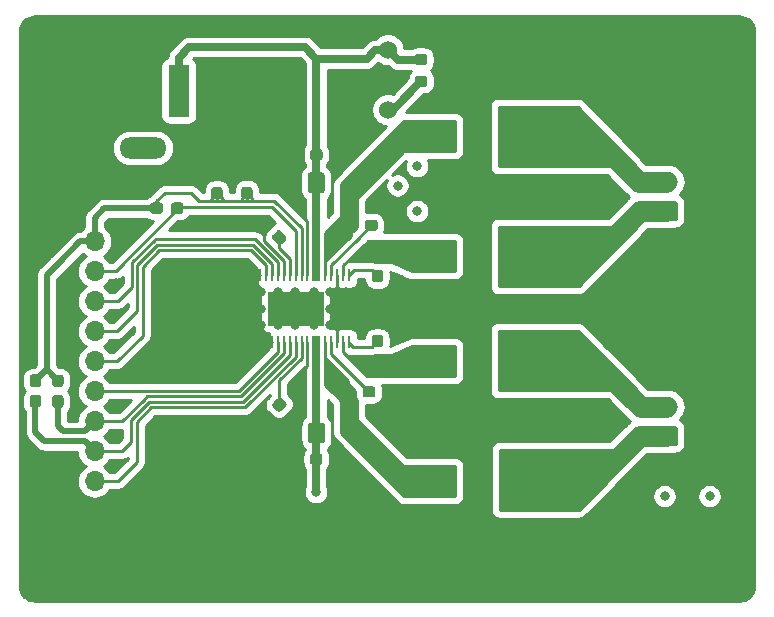
<source format=gbr>
G04 #@! TF.GenerationSoftware,KiCad,Pcbnew,(5.1.4)-1*
G04 #@! TF.CreationDate,2020-10-30T07:47:56-05:00*
G04 #@! TF.ProjectId,TAS5806M_Breakout_Hardware,54415335-3830-4364-9d5f-427265616b6f,rev?*
G04 #@! TF.SameCoordinates,Original*
G04 #@! TF.FileFunction,Copper,L1,Top*
G04 #@! TF.FilePolarity,Positive*
%FSLAX46Y46*%
G04 Gerber Fmt 4.6, Leading zero omitted, Abs format (unit mm)*
G04 Created by KiCad (PCBNEW (5.1.4)-1) date 2020-10-30 07:47:56*
%MOMM*%
%LPD*%
G04 APERTURE LIST*
%ADD10C,0.100000*%
%ADD11C,1.425000*%
%ADD12R,1.800000X4.400000*%
%ADD13O,1.800000X4.000000*%
%ADD14O,4.000000X1.800000*%
%ADD15C,1.524000*%
%ADD16C,0.950000*%
%ADD17R,4.700000X2.900000*%
%ADD18R,0.285000X1.100000*%
%ADD19O,2.000000X1.700000*%
%ADD20C,1.700000*%
%ADD21R,1.500000X2.400000*%
%ADD22O,1.700000X1.700000*%
%ADD23R,1.700000X1.700000*%
%ADD24C,0.800000*%
%ADD25C,0.250000*%
%ADD26C,0.508000*%
%ADD27C,0.635000*%
%ADD28C,1.778000*%
%ADD29C,0.254000*%
G04 APERTURE END LIST*
D10*
G36*
X153429904Y-86895904D02*
G01*
X153454173Y-86899504D01*
X153477971Y-86905465D01*
X153501071Y-86913730D01*
X153523249Y-86924220D01*
X153544293Y-86936833D01*
X153563998Y-86951447D01*
X153582177Y-86967923D01*
X153598653Y-86986102D01*
X153613267Y-87005807D01*
X153625880Y-87026851D01*
X153636370Y-87049029D01*
X153644635Y-87072129D01*
X153650596Y-87095927D01*
X153654196Y-87120196D01*
X153655400Y-87144700D01*
X153655400Y-88394700D01*
X153654196Y-88419204D01*
X153650596Y-88443473D01*
X153644635Y-88467271D01*
X153636370Y-88490371D01*
X153625880Y-88512549D01*
X153613267Y-88533593D01*
X153598653Y-88553298D01*
X153582177Y-88571477D01*
X153563998Y-88587953D01*
X153544293Y-88602567D01*
X153523249Y-88615180D01*
X153501071Y-88625670D01*
X153477971Y-88633935D01*
X153454173Y-88639896D01*
X153429904Y-88643496D01*
X153405400Y-88644700D01*
X152480400Y-88644700D01*
X152455896Y-88643496D01*
X152431627Y-88639896D01*
X152407829Y-88633935D01*
X152384729Y-88625670D01*
X152362551Y-88615180D01*
X152341507Y-88602567D01*
X152321802Y-88587953D01*
X152303623Y-88571477D01*
X152287147Y-88553298D01*
X152272533Y-88533593D01*
X152259920Y-88512549D01*
X152249430Y-88490371D01*
X152241165Y-88467271D01*
X152235204Y-88443473D01*
X152231604Y-88419204D01*
X152230400Y-88394700D01*
X152230400Y-87144700D01*
X152231604Y-87120196D01*
X152235204Y-87095927D01*
X152241165Y-87072129D01*
X152249430Y-87049029D01*
X152259920Y-87026851D01*
X152272533Y-87005807D01*
X152287147Y-86986102D01*
X152303623Y-86967923D01*
X152321802Y-86951447D01*
X152341507Y-86936833D01*
X152362551Y-86924220D01*
X152384729Y-86913730D01*
X152407829Y-86905465D01*
X152431627Y-86899504D01*
X152455896Y-86895904D01*
X152480400Y-86894700D01*
X153405400Y-86894700D01*
X153429904Y-86895904D01*
X153429904Y-86895904D01*
G37*
D11*
X152942900Y-87769700D03*
D10*
G36*
X156404904Y-86895904D02*
G01*
X156429173Y-86899504D01*
X156452971Y-86905465D01*
X156476071Y-86913730D01*
X156498249Y-86924220D01*
X156519293Y-86936833D01*
X156538998Y-86951447D01*
X156557177Y-86967923D01*
X156573653Y-86986102D01*
X156588267Y-87005807D01*
X156600880Y-87026851D01*
X156611370Y-87049029D01*
X156619635Y-87072129D01*
X156625596Y-87095927D01*
X156629196Y-87120196D01*
X156630400Y-87144700D01*
X156630400Y-88394700D01*
X156629196Y-88419204D01*
X156625596Y-88443473D01*
X156619635Y-88467271D01*
X156611370Y-88490371D01*
X156600880Y-88512549D01*
X156588267Y-88533593D01*
X156573653Y-88553298D01*
X156557177Y-88571477D01*
X156538998Y-88587953D01*
X156519293Y-88602567D01*
X156498249Y-88615180D01*
X156476071Y-88625670D01*
X156452971Y-88633935D01*
X156429173Y-88639896D01*
X156404904Y-88643496D01*
X156380400Y-88644700D01*
X155455400Y-88644700D01*
X155430896Y-88643496D01*
X155406627Y-88639896D01*
X155382829Y-88633935D01*
X155359729Y-88625670D01*
X155337551Y-88615180D01*
X155316507Y-88602567D01*
X155296802Y-88587953D01*
X155278623Y-88571477D01*
X155262147Y-88553298D01*
X155247533Y-88533593D01*
X155234920Y-88512549D01*
X155224430Y-88490371D01*
X155216165Y-88467271D01*
X155210204Y-88443473D01*
X155206604Y-88419204D01*
X155205400Y-88394700D01*
X155205400Y-87144700D01*
X155206604Y-87120196D01*
X155210204Y-87095927D01*
X155216165Y-87072129D01*
X155224430Y-87049029D01*
X155234920Y-87026851D01*
X155247533Y-87005807D01*
X155262147Y-86986102D01*
X155278623Y-86967923D01*
X155296802Y-86951447D01*
X155316507Y-86936833D01*
X155337551Y-86924220D01*
X155359729Y-86913730D01*
X155382829Y-86905465D01*
X155406627Y-86899504D01*
X155430896Y-86895904D01*
X155455400Y-86894700D01*
X156380400Y-86894700D01*
X156404904Y-86895904D01*
X156404904Y-86895904D01*
G37*
D11*
X155917900Y-87769700D03*
D10*
G36*
X153442604Y-108079504D02*
G01*
X153466873Y-108083104D01*
X153490671Y-108089065D01*
X153513771Y-108097330D01*
X153535949Y-108107820D01*
X153556993Y-108120433D01*
X153576698Y-108135047D01*
X153594877Y-108151523D01*
X153611353Y-108169702D01*
X153625967Y-108189407D01*
X153638580Y-108210451D01*
X153649070Y-108232629D01*
X153657335Y-108255729D01*
X153663296Y-108279527D01*
X153666896Y-108303796D01*
X153668100Y-108328300D01*
X153668100Y-109578300D01*
X153666896Y-109602804D01*
X153663296Y-109627073D01*
X153657335Y-109650871D01*
X153649070Y-109673971D01*
X153638580Y-109696149D01*
X153625967Y-109717193D01*
X153611353Y-109736898D01*
X153594877Y-109755077D01*
X153576698Y-109771553D01*
X153556993Y-109786167D01*
X153535949Y-109798780D01*
X153513771Y-109809270D01*
X153490671Y-109817535D01*
X153466873Y-109823496D01*
X153442604Y-109827096D01*
X153418100Y-109828300D01*
X152493100Y-109828300D01*
X152468596Y-109827096D01*
X152444327Y-109823496D01*
X152420529Y-109817535D01*
X152397429Y-109809270D01*
X152375251Y-109798780D01*
X152354207Y-109786167D01*
X152334502Y-109771553D01*
X152316323Y-109755077D01*
X152299847Y-109736898D01*
X152285233Y-109717193D01*
X152272620Y-109696149D01*
X152262130Y-109673971D01*
X152253865Y-109650871D01*
X152247904Y-109627073D01*
X152244304Y-109602804D01*
X152243100Y-109578300D01*
X152243100Y-108328300D01*
X152244304Y-108303796D01*
X152247904Y-108279527D01*
X152253865Y-108255729D01*
X152262130Y-108232629D01*
X152272620Y-108210451D01*
X152285233Y-108189407D01*
X152299847Y-108169702D01*
X152316323Y-108151523D01*
X152334502Y-108135047D01*
X152354207Y-108120433D01*
X152375251Y-108107820D01*
X152397429Y-108097330D01*
X152420529Y-108089065D01*
X152444327Y-108083104D01*
X152468596Y-108079504D01*
X152493100Y-108078300D01*
X153418100Y-108078300D01*
X153442604Y-108079504D01*
X153442604Y-108079504D01*
G37*
D11*
X152955600Y-108953300D03*
D10*
G36*
X156417604Y-108079504D02*
G01*
X156441873Y-108083104D01*
X156465671Y-108089065D01*
X156488771Y-108097330D01*
X156510949Y-108107820D01*
X156531993Y-108120433D01*
X156551698Y-108135047D01*
X156569877Y-108151523D01*
X156586353Y-108169702D01*
X156600967Y-108189407D01*
X156613580Y-108210451D01*
X156624070Y-108232629D01*
X156632335Y-108255729D01*
X156638296Y-108279527D01*
X156641896Y-108303796D01*
X156643100Y-108328300D01*
X156643100Y-109578300D01*
X156641896Y-109602804D01*
X156638296Y-109627073D01*
X156632335Y-109650871D01*
X156624070Y-109673971D01*
X156613580Y-109696149D01*
X156600967Y-109717193D01*
X156586353Y-109736898D01*
X156569877Y-109755077D01*
X156551698Y-109771553D01*
X156531993Y-109786167D01*
X156510949Y-109798780D01*
X156488771Y-109809270D01*
X156465671Y-109817535D01*
X156441873Y-109823496D01*
X156417604Y-109827096D01*
X156393100Y-109828300D01*
X155468100Y-109828300D01*
X155443596Y-109827096D01*
X155419327Y-109823496D01*
X155395529Y-109817535D01*
X155372429Y-109809270D01*
X155350251Y-109798780D01*
X155329207Y-109786167D01*
X155309502Y-109771553D01*
X155291323Y-109755077D01*
X155274847Y-109736898D01*
X155260233Y-109717193D01*
X155247620Y-109696149D01*
X155237130Y-109673971D01*
X155228865Y-109650871D01*
X155222904Y-109627073D01*
X155219304Y-109602804D01*
X155218100Y-109578300D01*
X155218100Y-108328300D01*
X155219304Y-108303796D01*
X155222904Y-108279527D01*
X155228865Y-108255729D01*
X155237130Y-108232629D01*
X155247620Y-108210451D01*
X155260233Y-108189407D01*
X155274847Y-108169702D01*
X155291323Y-108151523D01*
X155309502Y-108135047D01*
X155329207Y-108120433D01*
X155350251Y-108107820D01*
X155372429Y-108097330D01*
X155395529Y-108089065D01*
X155419327Y-108083104D01*
X155443596Y-108079504D01*
X155468100Y-108078300D01*
X156393100Y-108078300D01*
X156417604Y-108079504D01*
X156417604Y-108079504D01*
G37*
D11*
X155930600Y-108953300D03*
D12*
X144272000Y-80010000D03*
D13*
X138472000Y-80010000D03*
D14*
X141272000Y-84810000D03*
D15*
X161988500Y-81597500D03*
X161988500Y-79057500D03*
X161988500Y-76517500D03*
D10*
G36*
X166871279Y-78710644D02*
G01*
X166894334Y-78714063D01*
X166916943Y-78719727D01*
X166938887Y-78727579D01*
X166959957Y-78737544D01*
X166979948Y-78749526D01*
X166998668Y-78763410D01*
X167015938Y-78779062D01*
X167031590Y-78796332D01*
X167045474Y-78815052D01*
X167057456Y-78835043D01*
X167067421Y-78856113D01*
X167075273Y-78878057D01*
X167080937Y-78900666D01*
X167084356Y-78923721D01*
X167085500Y-78947000D01*
X167085500Y-79422000D01*
X167084356Y-79445279D01*
X167080937Y-79468334D01*
X167075273Y-79490943D01*
X167067421Y-79512887D01*
X167057456Y-79533957D01*
X167045474Y-79553948D01*
X167031590Y-79572668D01*
X167015938Y-79589938D01*
X166998668Y-79605590D01*
X166979948Y-79619474D01*
X166959957Y-79631456D01*
X166938887Y-79641421D01*
X166916943Y-79649273D01*
X166894334Y-79654937D01*
X166871279Y-79658356D01*
X166848000Y-79659500D01*
X166273000Y-79659500D01*
X166249721Y-79658356D01*
X166226666Y-79654937D01*
X166204057Y-79649273D01*
X166182113Y-79641421D01*
X166161043Y-79631456D01*
X166141052Y-79619474D01*
X166122332Y-79605590D01*
X166105062Y-79589938D01*
X166089410Y-79572668D01*
X166075526Y-79553948D01*
X166063544Y-79533957D01*
X166053579Y-79512887D01*
X166045727Y-79490943D01*
X166040063Y-79468334D01*
X166036644Y-79445279D01*
X166035500Y-79422000D01*
X166035500Y-78947000D01*
X166036644Y-78923721D01*
X166040063Y-78900666D01*
X166045727Y-78878057D01*
X166053579Y-78856113D01*
X166063544Y-78835043D01*
X166075526Y-78815052D01*
X166089410Y-78796332D01*
X166105062Y-78779062D01*
X166122332Y-78763410D01*
X166141052Y-78749526D01*
X166161043Y-78737544D01*
X166182113Y-78727579D01*
X166204057Y-78719727D01*
X166226666Y-78714063D01*
X166249721Y-78710644D01*
X166273000Y-78709500D01*
X166848000Y-78709500D01*
X166871279Y-78710644D01*
X166871279Y-78710644D01*
G37*
D16*
X166560500Y-79184500D03*
D10*
G36*
X165121279Y-78710644D02*
G01*
X165144334Y-78714063D01*
X165166943Y-78719727D01*
X165188887Y-78727579D01*
X165209957Y-78737544D01*
X165229948Y-78749526D01*
X165248668Y-78763410D01*
X165265938Y-78779062D01*
X165281590Y-78796332D01*
X165295474Y-78815052D01*
X165307456Y-78835043D01*
X165317421Y-78856113D01*
X165325273Y-78878057D01*
X165330937Y-78900666D01*
X165334356Y-78923721D01*
X165335500Y-78947000D01*
X165335500Y-79422000D01*
X165334356Y-79445279D01*
X165330937Y-79468334D01*
X165325273Y-79490943D01*
X165317421Y-79512887D01*
X165307456Y-79533957D01*
X165295474Y-79553948D01*
X165281590Y-79572668D01*
X165265938Y-79589938D01*
X165248668Y-79605590D01*
X165229948Y-79619474D01*
X165209957Y-79631456D01*
X165188887Y-79641421D01*
X165166943Y-79649273D01*
X165144334Y-79654937D01*
X165121279Y-79658356D01*
X165098000Y-79659500D01*
X164523000Y-79659500D01*
X164499721Y-79658356D01*
X164476666Y-79654937D01*
X164454057Y-79649273D01*
X164432113Y-79641421D01*
X164411043Y-79631456D01*
X164391052Y-79619474D01*
X164372332Y-79605590D01*
X164355062Y-79589938D01*
X164339410Y-79572668D01*
X164325526Y-79553948D01*
X164313544Y-79533957D01*
X164303579Y-79512887D01*
X164295727Y-79490943D01*
X164290063Y-79468334D01*
X164286644Y-79445279D01*
X164285500Y-79422000D01*
X164285500Y-78947000D01*
X164286644Y-78923721D01*
X164290063Y-78900666D01*
X164295727Y-78878057D01*
X164303579Y-78856113D01*
X164313544Y-78835043D01*
X164325526Y-78815052D01*
X164339410Y-78796332D01*
X164355062Y-78779062D01*
X164372332Y-78763410D01*
X164391052Y-78749526D01*
X164411043Y-78737544D01*
X164432113Y-78727579D01*
X164454057Y-78719727D01*
X164476666Y-78714063D01*
X164499721Y-78710644D01*
X164523000Y-78709500D01*
X165098000Y-78709500D01*
X165121279Y-78710644D01*
X165121279Y-78710644D01*
G37*
D16*
X164810500Y-79184500D03*
D10*
G36*
X166843279Y-76869144D02*
G01*
X166866334Y-76872563D01*
X166888943Y-76878227D01*
X166910887Y-76886079D01*
X166931957Y-76896044D01*
X166951948Y-76908026D01*
X166970668Y-76921910D01*
X166987938Y-76937562D01*
X167003590Y-76954832D01*
X167017474Y-76973552D01*
X167029456Y-76993543D01*
X167039421Y-77014613D01*
X167047273Y-77036557D01*
X167052937Y-77059166D01*
X167056356Y-77082221D01*
X167057500Y-77105500D01*
X167057500Y-77580500D01*
X167056356Y-77603779D01*
X167052937Y-77626834D01*
X167047273Y-77649443D01*
X167039421Y-77671387D01*
X167029456Y-77692457D01*
X167017474Y-77712448D01*
X167003590Y-77731168D01*
X166987938Y-77748438D01*
X166970668Y-77764090D01*
X166951948Y-77777974D01*
X166931957Y-77789956D01*
X166910887Y-77799921D01*
X166888943Y-77807773D01*
X166866334Y-77813437D01*
X166843279Y-77816856D01*
X166820000Y-77818000D01*
X166245000Y-77818000D01*
X166221721Y-77816856D01*
X166198666Y-77813437D01*
X166176057Y-77807773D01*
X166154113Y-77799921D01*
X166133043Y-77789956D01*
X166113052Y-77777974D01*
X166094332Y-77764090D01*
X166077062Y-77748438D01*
X166061410Y-77731168D01*
X166047526Y-77712448D01*
X166035544Y-77692457D01*
X166025579Y-77671387D01*
X166017727Y-77649443D01*
X166012063Y-77626834D01*
X166008644Y-77603779D01*
X166007500Y-77580500D01*
X166007500Y-77105500D01*
X166008644Y-77082221D01*
X166012063Y-77059166D01*
X166017727Y-77036557D01*
X166025579Y-77014613D01*
X166035544Y-76993543D01*
X166047526Y-76973552D01*
X166061410Y-76954832D01*
X166077062Y-76937562D01*
X166094332Y-76921910D01*
X166113052Y-76908026D01*
X166133043Y-76896044D01*
X166154113Y-76886079D01*
X166176057Y-76878227D01*
X166198666Y-76872563D01*
X166221721Y-76869144D01*
X166245000Y-76868000D01*
X166820000Y-76868000D01*
X166843279Y-76869144D01*
X166843279Y-76869144D01*
G37*
D16*
X166532500Y-77343000D03*
D10*
G36*
X165093279Y-76869144D02*
G01*
X165116334Y-76872563D01*
X165138943Y-76878227D01*
X165160887Y-76886079D01*
X165181957Y-76896044D01*
X165201948Y-76908026D01*
X165220668Y-76921910D01*
X165237938Y-76937562D01*
X165253590Y-76954832D01*
X165267474Y-76973552D01*
X165279456Y-76993543D01*
X165289421Y-77014613D01*
X165297273Y-77036557D01*
X165302937Y-77059166D01*
X165306356Y-77082221D01*
X165307500Y-77105500D01*
X165307500Y-77580500D01*
X165306356Y-77603779D01*
X165302937Y-77626834D01*
X165297273Y-77649443D01*
X165289421Y-77671387D01*
X165279456Y-77692457D01*
X165267474Y-77712448D01*
X165253590Y-77731168D01*
X165237938Y-77748438D01*
X165220668Y-77764090D01*
X165201948Y-77777974D01*
X165181957Y-77789956D01*
X165160887Y-77799921D01*
X165138943Y-77807773D01*
X165116334Y-77813437D01*
X165093279Y-77816856D01*
X165070000Y-77818000D01*
X164495000Y-77818000D01*
X164471721Y-77816856D01*
X164448666Y-77813437D01*
X164426057Y-77807773D01*
X164404113Y-77799921D01*
X164383043Y-77789956D01*
X164363052Y-77777974D01*
X164344332Y-77764090D01*
X164327062Y-77748438D01*
X164311410Y-77731168D01*
X164297526Y-77712448D01*
X164285544Y-77692457D01*
X164275579Y-77671387D01*
X164267727Y-77649443D01*
X164262063Y-77626834D01*
X164258644Y-77603779D01*
X164257500Y-77580500D01*
X164257500Y-77105500D01*
X164258644Y-77082221D01*
X164262063Y-77059166D01*
X164267727Y-77036557D01*
X164275579Y-77014613D01*
X164285544Y-76993543D01*
X164297526Y-76973552D01*
X164311410Y-76954832D01*
X164327062Y-76937562D01*
X164344332Y-76921910D01*
X164363052Y-76908026D01*
X164383043Y-76896044D01*
X164404113Y-76886079D01*
X164426057Y-76878227D01*
X164448666Y-76872563D01*
X164471721Y-76869144D01*
X164495000Y-76868000D01*
X165070000Y-76868000D01*
X165093279Y-76869144D01*
X165093279Y-76869144D01*
G37*
D16*
X164782500Y-77343000D03*
D17*
X154178000Y-98425000D03*
D18*
X158678000Y-101275000D03*
X158178000Y-101275000D03*
X157678000Y-101275000D03*
X157178000Y-101275000D03*
X156678000Y-101275000D03*
X156178000Y-101275000D03*
X155678000Y-101275000D03*
X155178000Y-101275000D03*
X154678000Y-101275000D03*
X154178000Y-101275000D03*
X153678000Y-101275000D03*
X153178000Y-101275000D03*
X152678000Y-101275000D03*
X152178000Y-101275000D03*
X151678000Y-101275000D03*
X151178000Y-101275000D03*
X150678000Y-101275000D03*
X150178000Y-101275000D03*
X149678000Y-101275000D03*
X149678000Y-95575000D03*
X150178000Y-95575000D03*
X150678000Y-95575000D03*
X151178000Y-95575000D03*
X151678000Y-95575000D03*
X152178000Y-95575000D03*
X152678000Y-95575000D03*
X153178000Y-95575000D03*
X153678000Y-95575000D03*
X154178000Y-95575000D03*
X154678000Y-95575000D03*
X155178000Y-95575000D03*
X155678000Y-95575000D03*
X156178000Y-95575000D03*
X156678000Y-95575000D03*
X157178000Y-95575000D03*
X157678000Y-95575000D03*
X158178000Y-95575000D03*
X158678000Y-95575000D03*
D10*
G36*
X147771279Y-86372144D02*
G01*
X147794334Y-86375563D01*
X147816943Y-86381227D01*
X147838887Y-86389079D01*
X147859957Y-86399044D01*
X147879948Y-86411026D01*
X147898668Y-86424910D01*
X147915938Y-86440562D01*
X147931590Y-86457832D01*
X147945474Y-86476552D01*
X147957456Y-86496543D01*
X147967421Y-86517613D01*
X147975273Y-86539557D01*
X147980937Y-86562166D01*
X147984356Y-86585221D01*
X147985500Y-86608500D01*
X147985500Y-87183500D01*
X147984356Y-87206779D01*
X147980937Y-87229834D01*
X147975273Y-87252443D01*
X147967421Y-87274387D01*
X147957456Y-87295457D01*
X147945474Y-87315448D01*
X147931590Y-87334168D01*
X147915938Y-87351438D01*
X147898668Y-87367090D01*
X147879948Y-87380974D01*
X147859957Y-87392956D01*
X147838887Y-87402921D01*
X147816943Y-87410773D01*
X147794334Y-87416437D01*
X147771279Y-87419856D01*
X147748000Y-87421000D01*
X147273000Y-87421000D01*
X147249721Y-87419856D01*
X147226666Y-87416437D01*
X147204057Y-87410773D01*
X147182113Y-87402921D01*
X147161043Y-87392956D01*
X147141052Y-87380974D01*
X147122332Y-87367090D01*
X147105062Y-87351438D01*
X147089410Y-87334168D01*
X147075526Y-87315448D01*
X147063544Y-87295457D01*
X147053579Y-87274387D01*
X147045727Y-87252443D01*
X147040063Y-87229834D01*
X147036644Y-87206779D01*
X147035500Y-87183500D01*
X147035500Y-86608500D01*
X147036644Y-86585221D01*
X147040063Y-86562166D01*
X147045727Y-86539557D01*
X147053579Y-86517613D01*
X147063544Y-86496543D01*
X147075526Y-86476552D01*
X147089410Y-86457832D01*
X147105062Y-86440562D01*
X147122332Y-86424910D01*
X147141052Y-86411026D01*
X147161043Y-86399044D01*
X147182113Y-86389079D01*
X147204057Y-86381227D01*
X147226666Y-86375563D01*
X147249721Y-86372144D01*
X147273000Y-86371000D01*
X147748000Y-86371000D01*
X147771279Y-86372144D01*
X147771279Y-86372144D01*
G37*
D16*
X147510500Y-86896000D03*
D10*
G36*
X147771279Y-88122144D02*
G01*
X147794334Y-88125563D01*
X147816943Y-88131227D01*
X147838887Y-88139079D01*
X147859957Y-88149044D01*
X147879948Y-88161026D01*
X147898668Y-88174910D01*
X147915938Y-88190562D01*
X147931590Y-88207832D01*
X147945474Y-88226552D01*
X147957456Y-88246543D01*
X147967421Y-88267613D01*
X147975273Y-88289557D01*
X147980937Y-88312166D01*
X147984356Y-88335221D01*
X147985500Y-88358500D01*
X147985500Y-88933500D01*
X147984356Y-88956779D01*
X147980937Y-88979834D01*
X147975273Y-89002443D01*
X147967421Y-89024387D01*
X147957456Y-89045457D01*
X147945474Y-89065448D01*
X147931590Y-89084168D01*
X147915938Y-89101438D01*
X147898668Y-89117090D01*
X147879948Y-89130974D01*
X147859957Y-89142956D01*
X147838887Y-89152921D01*
X147816943Y-89160773D01*
X147794334Y-89166437D01*
X147771279Y-89169856D01*
X147748000Y-89171000D01*
X147273000Y-89171000D01*
X147249721Y-89169856D01*
X147226666Y-89166437D01*
X147204057Y-89160773D01*
X147182113Y-89152921D01*
X147161043Y-89142956D01*
X147141052Y-89130974D01*
X147122332Y-89117090D01*
X147105062Y-89101438D01*
X147089410Y-89084168D01*
X147075526Y-89065448D01*
X147063544Y-89045457D01*
X147053579Y-89024387D01*
X147045727Y-89002443D01*
X147040063Y-88979834D01*
X147036644Y-88956779D01*
X147035500Y-88933500D01*
X147035500Y-88358500D01*
X147036644Y-88335221D01*
X147040063Y-88312166D01*
X147045727Y-88289557D01*
X147053579Y-88267613D01*
X147063544Y-88246543D01*
X147075526Y-88226552D01*
X147089410Y-88207832D01*
X147105062Y-88190562D01*
X147122332Y-88174910D01*
X147141052Y-88161026D01*
X147161043Y-88149044D01*
X147182113Y-88139079D01*
X147204057Y-88131227D01*
X147226666Y-88125563D01*
X147249721Y-88122144D01*
X147273000Y-88121000D01*
X147748000Y-88121000D01*
X147771279Y-88122144D01*
X147771279Y-88122144D01*
G37*
D16*
X147510500Y-88646000D03*
D10*
G36*
X144455779Y-89442144D02*
G01*
X144478834Y-89445563D01*
X144501443Y-89451227D01*
X144523387Y-89459079D01*
X144544457Y-89469044D01*
X144564448Y-89481026D01*
X144583168Y-89494910D01*
X144600438Y-89510562D01*
X144616090Y-89527832D01*
X144629974Y-89546552D01*
X144641956Y-89566543D01*
X144651921Y-89587613D01*
X144659773Y-89609557D01*
X144665437Y-89632166D01*
X144668856Y-89655221D01*
X144670000Y-89678500D01*
X144670000Y-90153500D01*
X144668856Y-90176779D01*
X144665437Y-90199834D01*
X144659773Y-90222443D01*
X144651921Y-90244387D01*
X144641956Y-90265457D01*
X144629974Y-90285448D01*
X144616090Y-90304168D01*
X144600438Y-90321438D01*
X144583168Y-90337090D01*
X144564448Y-90350974D01*
X144544457Y-90362956D01*
X144523387Y-90372921D01*
X144501443Y-90380773D01*
X144478834Y-90386437D01*
X144455779Y-90389856D01*
X144432500Y-90391000D01*
X143857500Y-90391000D01*
X143834221Y-90389856D01*
X143811166Y-90386437D01*
X143788557Y-90380773D01*
X143766613Y-90372921D01*
X143745543Y-90362956D01*
X143725552Y-90350974D01*
X143706832Y-90337090D01*
X143689562Y-90321438D01*
X143673910Y-90304168D01*
X143660026Y-90285448D01*
X143648044Y-90265457D01*
X143638079Y-90244387D01*
X143630227Y-90222443D01*
X143624563Y-90199834D01*
X143621144Y-90176779D01*
X143620000Y-90153500D01*
X143620000Y-89678500D01*
X143621144Y-89655221D01*
X143624563Y-89632166D01*
X143630227Y-89609557D01*
X143638079Y-89587613D01*
X143648044Y-89566543D01*
X143660026Y-89546552D01*
X143673910Y-89527832D01*
X143689562Y-89510562D01*
X143706832Y-89494910D01*
X143725552Y-89481026D01*
X143745543Y-89469044D01*
X143766613Y-89459079D01*
X143788557Y-89451227D01*
X143811166Y-89445563D01*
X143834221Y-89442144D01*
X143857500Y-89441000D01*
X144432500Y-89441000D01*
X144455779Y-89442144D01*
X144455779Y-89442144D01*
G37*
D16*
X144145000Y-89916000D03*
D10*
G36*
X142705779Y-89442144D02*
G01*
X142728834Y-89445563D01*
X142751443Y-89451227D01*
X142773387Y-89459079D01*
X142794457Y-89469044D01*
X142814448Y-89481026D01*
X142833168Y-89494910D01*
X142850438Y-89510562D01*
X142866090Y-89527832D01*
X142879974Y-89546552D01*
X142891956Y-89566543D01*
X142901921Y-89587613D01*
X142909773Y-89609557D01*
X142915437Y-89632166D01*
X142918856Y-89655221D01*
X142920000Y-89678500D01*
X142920000Y-90153500D01*
X142918856Y-90176779D01*
X142915437Y-90199834D01*
X142909773Y-90222443D01*
X142901921Y-90244387D01*
X142891956Y-90265457D01*
X142879974Y-90285448D01*
X142866090Y-90304168D01*
X142850438Y-90321438D01*
X142833168Y-90337090D01*
X142814448Y-90350974D01*
X142794457Y-90362956D01*
X142773387Y-90372921D01*
X142751443Y-90380773D01*
X142728834Y-90386437D01*
X142705779Y-90389856D01*
X142682500Y-90391000D01*
X142107500Y-90391000D01*
X142084221Y-90389856D01*
X142061166Y-90386437D01*
X142038557Y-90380773D01*
X142016613Y-90372921D01*
X141995543Y-90362956D01*
X141975552Y-90350974D01*
X141956832Y-90337090D01*
X141939562Y-90321438D01*
X141923910Y-90304168D01*
X141910026Y-90285448D01*
X141898044Y-90265457D01*
X141888079Y-90244387D01*
X141880227Y-90222443D01*
X141874563Y-90199834D01*
X141871144Y-90176779D01*
X141870000Y-90153500D01*
X141870000Y-89678500D01*
X141871144Y-89655221D01*
X141874563Y-89632166D01*
X141880227Y-89609557D01*
X141888079Y-89587613D01*
X141898044Y-89566543D01*
X141910026Y-89546552D01*
X141923910Y-89527832D01*
X141939562Y-89510562D01*
X141956832Y-89494910D01*
X141975552Y-89481026D01*
X141995543Y-89469044D01*
X142016613Y-89459079D01*
X142038557Y-89451227D01*
X142061166Y-89445563D01*
X142084221Y-89442144D01*
X142107500Y-89441000D01*
X142682500Y-89441000D01*
X142705779Y-89442144D01*
X142705779Y-89442144D01*
G37*
D16*
X142395000Y-89916000D03*
D10*
G36*
X134309279Y-105761144D02*
G01*
X134332334Y-105764563D01*
X134354943Y-105770227D01*
X134376887Y-105778079D01*
X134397957Y-105788044D01*
X134417948Y-105800026D01*
X134436668Y-105813910D01*
X134453938Y-105829562D01*
X134469590Y-105846832D01*
X134483474Y-105865552D01*
X134495456Y-105885543D01*
X134505421Y-105906613D01*
X134513273Y-105928557D01*
X134518937Y-105951166D01*
X134522356Y-105974221D01*
X134523500Y-105997500D01*
X134523500Y-106572500D01*
X134522356Y-106595779D01*
X134518937Y-106618834D01*
X134513273Y-106641443D01*
X134505421Y-106663387D01*
X134495456Y-106684457D01*
X134483474Y-106704448D01*
X134469590Y-106723168D01*
X134453938Y-106740438D01*
X134436668Y-106756090D01*
X134417948Y-106769974D01*
X134397957Y-106781956D01*
X134376887Y-106791921D01*
X134354943Y-106799773D01*
X134332334Y-106805437D01*
X134309279Y-106808856D01*
X134286000Y-106810000D01*
X133811000Y-106810000D01*
X133787721Y-106808856D01*
X133764666Y-106805437D01*
X133742057Y-106799773D01*
X133720113Y-106791921D01*
X133699043Y-106781956D01*
X133679052Y-106769974D01*
X133660332Y-106756090D01*
X133643062Y-106740438D01*
X133627410Y-106723168D01*
X133613526Y-106704448D01*
X133601544Y-106684457D01*
X133591579Y-106663387D01*
X133583727Y-106641443D01*
X133578063Y-106618834D01*
X133574644Y-106595779D01*
X133573500Y-106572500D01*
X133573500Y-105997500D01*
X133574644Y-105974221D01*
X133578063Y-105951166D01*
X133583727Y-105928557D01*
X133591579Y-105906613D01*
X133601544Y-105885543D01*
X133613526Y-105865552D01*
X133627410Y-105846832D01*
X133643062Y-105829562D01*
X133660332Y-105813910D01*
X133679052Y-105800026D01*
X133699043Y-105788044D01*
X133720113Y-105778079D01*
X133742057Y-105770227D01*
X133764666Y-105764563D01*
X133787721Y-105761144D01*
X133811000Y-105760000D01*
X134286000Y-105760000D01*
X134309279Y-105761144D01*
X134309279Y-105761144D01*
G37*
D16*
X134048500Y-106285000D03*
D10*
G36*
X134309279Y-104011144D02*
G01*
X134332334Y-104014563D01*
X134354943Y-104020227D01*
X134376887Y-104028079D01*
X134397957Y-104038044D01*
X134417948Y-104050026D01*
X134436668Y-104063910D01*
X134453938Y-104079562D01*
X134469590Y-104096832D01*
X134483474Y-104115552D01*
X134495456Y-104135543D01*
X134505421Y-104156613D01*
X134513273Y-104178557D01*
X134518937Y-104201166D01*
X134522356Y-104224221D01*
X134523500Y-104247500D01*
X134523500Y-104822500D01*
X134522356Y-104845779D01*
X134518937Y-104868834D01*
X134513273Y-104891443D01*
X134505421Y-104913387D01*
X134495456Y-104934457D01*
X134483474Y-104954448D01*
X134469590Y-104973168D01*
X134453938Y-104990438D01*
X134436668Y-105006090D01*
X134417948Y-105019974D01*
X134397957Y-105031956D01*
X134376887Y-105041921D01*
X134354943Y-105049773D01*
X134332334Y-105055437D01*
X134309279Y-105058856D01*
X134286000Y-105060000D01*
X133811000Y-105060000D01*
X133787721Y-105058856D01*
X133764666Y-105055437D01*
X133742057Y-105049773D01*
X133720113Y-105041921D01*
X133699043Y-105031956D01*
X133679052Y-105019974D01*
X133660332Y-105006090D01*
X133643062Y-104990438D01*
X133627410Y-104973168D01*
X133613526Y-104954448D01*
X133601544Y-104934457D01*
X133591579Y-104913387D01*
X133583727Y-104891443D01*
X133578063Y-104868834D01*
X133574644Y-104845779D01*
X133573500Y-104822500D01*
X133573500Y-104247500D01*
X133574644Y-104224221D01*
X133578063Y-104201166D01*
X133583727Y-104178557D01*
X133591579Y-104156613D01*
X133601544Y-104135543D01*
X133613526Y-104115552D01*
X133627410Y-104096832D01*
X133643062Y-104079562D01*
X133660332Y-104063910D01*
X133679052Y-104050026D01*
X133699043Y-104038044D01*
X133720113Y-104028079D01*
X133742057Y-104020227D01*
X133764666Y-104014563D01*
X133787721Y-104011144D01*
X133811000Y-104010000D01*
X134286000Y-104010000D01*
X134309279Y-104011144D01*
X134309279Y-104011144D01*
G37*
D16*
X134048500Y-104535000D03*
D10*
G36*
X132404279Y-105747144D02*
G01*
X132427334Y-105750563D01*
X132449943Y-105756227D01*
X132471887Y-105764079D01*
X132492957Y-105774044D01*
X132512948Y-105786026D01*
X132531668Y-105799910D01*
X132548938Y-105815562D01*
X132564590Y-105832832D01*
X132578474Y-105851552D01*
X132590456Y-105871543D01*
X132600421Y-105892613D01*
X132608273Y-105914557D01*
X132613937Y-105937166D01*
X132617356Y-105960221D01*
X132618500Y-105983500D01*
X132618500Y-106558500D01*
X132617356Y-106581779D01*
X132613937Y-106604834D01*
X132608273Y-106627443D01*
X132600421Y-106649387D01*
X132590456Y-106670457D01*
X132578474Y-106690448D01*
X132564590Y-106709168D01*
X132548938Y-106726438D01*
X132531668Y-106742090D01*
X132512948Y-106755974D01*
X132492957Y-106767956D01*
X132471887Y-106777921D01*
X132449943Y-106785773D01*
X132427334Y-106791437D01*
X132404279Y-106794856D01*
X132381000Y-106796000D01*
X131906000Y-106796000D01*
X131882721Y-106794856D01*
X131859666Y-106791437D01*
X131837057Y-106785773D01*
X131815113Y-106777921D01*
X131794043Y-106767956D01*
X131774052Y-106755974D01*
X131755332Y-106742090D01*
X131738062Y-106726438D01*
X131722410Y-106709168D01*
X131708526Y-106690448D01*
X131696544Y-106670457D01*
X131686579Y-106649387D01*
X131678727Y-106627443D01*
X131673063Y-106604834D01*
X131669644Y-106581779D01*
X131668500Y-106558500D01*
X131668500Y-105983500D01*
X131669644Y-105960221D01*
X131673063Y-105937166D01*
X131678727Y-105914557D01*
X131686579Y-105892613D01*
X131696544Y-105871543D01*
X131708526Y-105851552D01*
X131722410Y-105832832D01*
X131738062Y-105815562D01*
X131755332Y-105799910D01*
X131774052Y-105786026D01*
X131794043Y-105774044D01*
X131815113Y-105764079D01*
X131837057Y-105756227D01*
X131859666Y-105750563D01*
X131882721Y-105747144D01*
X131906000Y-105746000D01*
X132381000Y-105746000D01*
X132404279Y-105747144D01*
X132404279Y-105747144D01*
G37*
D16*
X132143500Y-106271000D03*
D10*
G36*
X132404279Y-103997144D02*
G01*
X132427334Y-104000563D01*
X132449943Y-104006227D01*
X132471887Y-104014079D01*
X132492957Y-104024044D01*
X132512948Y-104036026D01*
X132531668Y-104049910D01*
X132548938Y-104065562D01*
X132564590Y-104082832D01*
X132578474Y-104101552D01*
X132590456Y-104121543D01*
X132600421Y-104142613D01*
X132608273Y-104164557D01*
X132613937Y-104187166D01*
X132617356Y-104210221D01*
X132618500Y-104233500D01*
X132618500Y-104808500D01*
X132617356Y-104831779D01*
X132613937Y-104854834D01*
X132608273Y-104877443D01*
X132600421Y-104899387D01*
X132590456Y-104920457D01*
X132578474Y-104940448D01*
X132564590Y-104959168D01*
X132548938Y-104976438D01*
X132531668Y-104992090D01*
X132512948Y-105005974D01*
X132492957Y-105017956D01*
X132471887Y-105027921D01*
X132449943Y-105035773D01*
X132427334Y-105041437D01*
X132404279Y-105044856D01*
X132381000Y-105046000D01*
X131906000Y-105046000D01*
X131882721Y-105044856D01*
X131859666Y-105041437D01*
X131837057Y-105035773D01*
X131815113Y-105027921D01*
X131794043Y-105017956D01*
X131774052Y-105005974D01*
X131755332Y-104992090D01*
X131738062Y-104976438D01*
X131722410Y-104959168D01*
X131708526Y-104940448D01*
X131696544Y-104920457D01*
X131686579Y-104899387D01*
X131678727Y-104877443D01*
X131673063Y-104854834D01*
X131669644Y-104831779D01*
X131668500Y-104808500D01*
X131668500Y-104233500D01*
X131669644Y-104210221D01*
X131673063Y-104187166D01*
X131678727Y-104164557D01*
X131686579Y-104142613D01*
X131696544Y-104121543D01*
X131708526Y-104101552D01*
X131722410Y-104082832D01*
X131738062Y-104065562D01*
X131755332Y-104049910D01*
X131774052Y-104036026D01*
X131794043Y-104024044D01*
X131815113Y-104014079D01*
X131837057Y-104006227D01*
X131859666Y-104000563D01*
X131882721Y-103997144D01*
X131906000Y-103996000D01*
X132381000Y-103996000D01*
X132404279Y-103997144D01*
X132404279Y-103997144D01*
G37*
D16*
X132143500Y-104521000D03*
D19*
X185547000Y-106720000D03*
D10*
G36*
X186321504Y-108371204D02*
G01*
X186345773Y-108374804D01*
X186369571Y-108380765D01*
X186392671Y-108389030D01*
X186414849Y-108399520D01*
X186435893Y-108412133D01*
X186455598Y-108426747D01*
X186473777Y-108443223D01*
X186490253Y-108461402D01*
X186504867Y-108481107D01*
X186517480Y-108502151D01*
X186527970Y-108524329D01*
X186536235Y-108547429D01*
X186542196Y-108571227D01*
X186545796Y-108595496D01*
X186547000Y-108620000D01*
X186547000Y-109820000D01*
X186545796Y-109844504D01*
X186542196Y-109868773D01*
X186536235Y-109892571D01*
X186527970Y-109915671D01*
X186517480Y-109937849D01*
X186504867Y-109958893D01*
X186490253Y-109978598D01*
X186473777Y-109996777D01*
X186455598Y-110013253D01*
X186435893Y-110027867D01*
X186414849Y-110040480D01*
X186392671Y-110050970D01*
X186369571Y-110059235D01*
X186345773Y-110065196D01*
X186321504Y-110068796D01*
X186297000Y-110070000D01*
X184797000Y-110070000D01*
X184772496Y-110068796D01*
X184748227Y-110065196D01*
X184724429Y-110059235D01*
X184701329Y-110050970D01*
X184679151Y-110040480D01*
X184658107Y-110027867D01*
X184638402Y-110013253D01*
X184620223Y-109996777D01*
X184603747Y-109978598D01*
X184589133Y-109958893D01*
X184576520Y-109937849D01*
X184566030Y-109915671D01*
X184557765Y-109892571D01*
X184551804Y-109868773D01*
X184548204Y-109844504D01*
X184547000Y-109820000D01*
X184547000Y-108620000D01*
X184548204Y-108595496D01*
X184551804Y-108571227D01*
X184557765Y-108547429D01*
X184566030Y-108524329D01*
X184576520Y-108502151D01*
X184589133Y-108481107D01*
X184603747Y-108461402D01*
X184620223Y-108443223D01*
X184638402Y-108426747D01*
X184658107Y-108412133D01*
X184679151Y-108399520D01*
X184701329Y-108389030D01*
X184724429Y-108380765D01*
X184748227Y-108374804D01*
X184772496Y-108371204D01*
X184797000Y-108370000D01*
X186297000Y-108370000D01*
X186321504Y-108371204D01*
X186321504Y-108371204D01*
G37*
D20*
X185547000Y-109220000D03*
D19*
X185547000Y-87670000D03*
D10*
G36*
X186321504Y-89321204D02*
G01*
X186345773Y-89324804D01*
X186369571Y-89330765D01*
X186392671Y-89339030D01*
X186414849Y-89349520D01*
X186435893Y-89362133D01*
X186455598Y-89376747D01*
X186473777Y-89393223D01*
X186490253Y-89411402D01*
X186504867Y-89431107D01*
X186517480Y-89452151D01*
X186527970Y-89474329D01*
X186536235Y-89497429D01*
X186542196Y-89521227D01*
X186545796Y-89545496D01*
X186547000Y-89570000D01*
X186547000Y-90770000D01*
X186545796Y-90794504D01*
X186542196Y-90818773D01*
X186536235Y-90842571D01*
X186527970Y-90865671D01*
X186517480Y-90887849D01*
X186504867Y-90908893D01*
X186490253Y-90928598D01*
X186473777Y-90946777D01*
X186455598Y-90963253D01*
X186435893Y-90977867D01*
X186414849Y-90990480D01*
X186392671Y-91000970D01*
X186369571Y-91009235D01*
X186345773Y-91015196D01*
X186321504Y-91018796D01*
X186297000Y-91020000D01*
X184797000Y-91020000D01*
X184772496Y-91018796D01*
X184748227Y-91015196D01*
X184724429Y-91009235D01*
X184701329Y-91000970D01*
X184679151Y-90990480D01*
X184658107Y-90977867D01*
X184638402Y-90963253D01*
X184620223Y-90946777D01*
X184603747Y-90928598D01*
X184589133Y-90908893D01*
X184576520Y-90887849D01*
X184566030Y-90865671D01*
X184557765Y-90842571D01*
X184551804Y-90818773D01*
X184548204Y-90794504D01*
X184547000Y-90770000D01*
X184547000Y-89570000D01*
X184548204Y-89545496D01*
X184551804Y-89521227D01*
X184557765Y-89497429D01*
X184566030Y-89474329D01*
X184576520Y-89452151D01*
X184589133Y-89431107D01*
X184603747Y-89411402D01*
X184620223Y-89393223D01*
X184638402Y-89376747D01*
X184658107Y-89362133D01*
X184679151Y-89349520D01*
X184701329Y-89339030D01*
X184724429Y-89330765D01*
X184748227Y-89324804D01*
X184772496Y-89321204D01*
X184797000Y-89320000D01*
X186297000Y-89320000D01*
X186321504Y-89321204D01*
X186321504Y-89321204D01*
G37*
D20*
X185547000Y-90170000D03*
D21*
X172295000Y-102870000D03*
X166795000Y-102870000D03*
X172295000Y-113030000D03*
X166795000Y-113030000D03*
X172295000Y-93980000D03*
X166795000Y-93980000D03*
X172295000Y-83820000D03*
X166795000Y-83820000D03*
D22*
X137160000Y-92710000D03*
X137160000Y-95250000D03*
X137160000Y-97790000D03*
X137160000Y-100330000D03*
X137160000Y-102870000D03*
X137160000Y-105410000D03*
X137160000Y-107950000D03*
X137160000Y-110490000D03*
X137160000Y-113030000D03*
D23*
X137160000Y-115570000D03*
D10*
G36*
X175584279Y-106142144D02*
G01*
X175607334Y-106145563D01*
X175629943Y-106151227D01*
X175651887Y-106159079D01*
X175672957Y-106169044D01*
X175692948Y-106181026D01*
X175711668Y-106194910D01*
X175728938Y-106210562D01*
X175744590Y-106227832D01*
X175758474Y-106246552D01*
X175770456Y-106266543D01*
X175780421Y-106287613D01*
X175788273Y-106309557D01*
X175793937Y-106332166D01*
X175797356Y-106355221D01*
X175798500Y-106378500D01*
X175798500Y-106953500D01*
X175797356Y-106976779D01*
X175793937Y-106999834D01*
X175788273Y-107022443D01*
X175780421Y-107044387D01*
X175770456Y-107065457D01*
X175758474Y-107085448D01*
X175744590Y-107104168D01*
X175728938Y-107121438D01*
X175711668Y-107137090D01*
X175692948Y-107150974D01*
X175672957Y-107162956D01*
X175651887Y-107172921D01*
X175629943Y-107180773D01*
X175607334Y-107186437D01*
X175584279Y-107189856D01*
X175561000Y-107191000D01*
X175086000Y-107191000D01*
X175062721Y-107189856D01*
X175039666Y-107186437D01*
X175017057Y-107180773D01*
X174995113Y-107172921D01*
X174974043Y-107162956D01*
X174954052Y-107150974D01*
X174935332Y-107137090D01*
X174918062Y-107121438D01*
X174902410Y-107104168D01*
X174888526Y-107085448D01*
X174876544Y-107065457D01*
X174866579Y-107044387D01*
X174858727Y-107022443D01*
X174853063Y-106999834D01*
X174849644Y-106976779D01*
X174848500Y-106953500D01*
X174848500Y-106378500D01*
X174849644Y-106355221D01*
X174853063Y-106332166D01*
X174858727Y-106309557D01*
X174866579Y-106287613D01*
X174876544Y-106266543D01*
X174888526Y-106246552D01*
X174902410Y-106227832D01*
X174918062Y-106210562D01*
X174935332Y-106194910D01*
X174954052Y-106181026D01*
X174974043Y-106169044D01*
X174995113Y-106159079D01*
X175017057Y-106151227D01*
X175039666Y-106145563D01*
X175062721Y-106142144D01*
X175086000Y-106141000D01*
X175561000Y-106141000D01*
X175584279Y-106142144D01*
X175584279Y-106142144D01*
G37*
D16*
X175323500Y-106666000D03*
D10*
G36*
X175584279Y-104392144D02*
G01*
X175607334Y-104395563D01*
X175629943Y-104401227D01*
X175651887Y-104409079D01*
X175672957Y-104419044D01*
X175692948Y-104431026D01*
X175711668Y-104444910D01*
X175728938Y-104460562D01*
X175744590Y-104477832D01*
X175758474Y-104496552D01*
X175770456Y-104516543D01*
X175780421Y-104537613D01*
X175788273Y-104559557D01*
X175793937Y-104582166D01*
X175797356Y-104605221D01*
X175798500Y-104628500D01*
X175798500Y-105203500D01*
X175797356Y-105226779D01*
X175793937Y-105249834D01*
X175788273Y-105272443D01*
X175780421Y-105294387D01*
X175770456Y-105315457D01*
X175758474Y-105335448D01*
X175744590Y-105354168D01*
X175728938Y-105371438D01*
X175711668Y-105387090D01*
X175692948Y-105400974D01*
X175672957Y-105412956D01*
X175651887Y-105422921D01*
X175629943Y-105430773D01*
X175607334Y-105436437D01*
X175584279Y-105439856D01*
X175561000Y-105441000D01*
X175086000Y-105441000D01*
X175062721Y-105439856D01*
X175039666Y-105436437D01*
X175017057Y-105430773D01*
X174995113Y-105422921D01*
X174974043Y-105412956D01*
X174954052Y-105400974D01*
X174935332Y-105387090D01*
X174918062Y-105371438D01*
X174902410Y-105354168D01*
X174888526Y-105335448D01*
X174876544Y-105315457D01*
X174866579Y-105294387D01*
X174858727Y-105272443D01*
X174853063Y-105249834D01*
X174849644Y-105226779D01*
X174848500Y-105203500D01*
X174848500Y-104628500D01*
X174849644Y-104605221D01*
X174853063Y-104582166D01*
X174858727Y-104559557D01*
X174866579Y-104537613D01*
X174876544Y-104516543D01*
X174888526Y-104496552D01*
X174902410Y-104477832D01*
X174918062Y-104460562D01*
X174935332Y-104444910D01*
X174954052Y-104431026D01*
X174974043Y-104419044D01*
X174995113Y-104409079D01*
X175017057Y-104401227D01*
X175039666Y-104395563D01*
X175062721Y-104392144D01*
X175086000Y-104391000D01*
X175561000Y-104391000D01*
X175584279Y-104392144D01*
X175584279Y-104392144D01*
G37*
D16*
X175323500Y-104916000D03*
D10*
G36*
X175584279Y-89646144D02*
G01*
X175607334Y-89649563D01*
X175629943Y-89655227D01*
X175651887Y-89663079D01*
X175672957Y-89673044D01*
X175692948Y-89685026D01*
X175711668Y-89698910D01*
X175728938Y-89714562D01*
X175744590Y-89731832D01*
X175758474Y-89750552D01*
X175770456Y-89770543D01*
X175780421Y-89791613D01*
X175788273Y-89813557D01*
X175793937Y-89836166D01*
X175797356Y-89859221D01*
X175798500Y-89882500D01*
X175798500Y-90457500D01*
X175797356Y-90480779D01*
X175793937Y-90503834D01*
X175788273Y-90526443D01*
X175780421Y-90548387D01*
X175770456Y-90569457D01*
X175758474Y-90589448D01*
X175744590Y-90608168D01*
X175728938Y-90625438D01*
X175711668Y-90641090D01*
X175692948Y-90654974D01*
X175672957Y-90666956D01*
X175651887Y-90676921D01*
X175629943Y-90684773D01*
X175607334Y-90690437D01*
X175584279Y-90693856D01*
X175561000Y-90695000D01*
X175086000Y-90695000D01*
X175062721Y-90693856D01*
X175039666Y-90690437D01*
X175017057Y-90684773D01*
X174995113Y-90676921D01*
X174974043Y-90666956D01*
X174954052Y-90654974D01*
X174935332Y-90641090D01*
X174918062Y-90625438D01*
X174902410Y-90608168D01*
X174888526Y-90589448D01*
X174876544Y-90569457D01*
X174866579Y-90548387D01*
X174858727Y-90526443D01*
X174853063Y-90503834D01*
X174849644Y-90480779D01*
X174848500Y-90457500D01*
X174848500Y-89882500D01*
X174849644Y-89859221D01*
X174853063Y-89836166D01*
X174858727Y-89813557D01*
X174866579Y-89791613D01*
X174876544Y-89770543D01*
X174888526Y-89750552D01*
X174902410Y-89731832D01*
X174918062Y-89714562D01*
X174935332Y-89698910D01*
X174954052Y-89685026D01*
X174974043Y-89673044D01*
X174995113Y-89663079D01*
X175017057Y-89655227D01*
X175039666Y-89649563D01*
X175062721Y-89646144D01*
X175086000Y-89645000D01*
X175561000Y-89645000D01*
X175584279Y-89646144D01*
X175584279Y-89646144D01*
G37*
D16*
X175323500Y-90170000D03*
D10*
G36*
X175584279Y-91396144D02*
G01*
X175607334Y-91399563D01*
X175629943Y-91405227D01*
X175651887Y-91413079D01*
X175672957Y-91423044D01*
X175692948Y-91435026D01*
X175711668Y-91448910D01*
X175728938Y-91464562D01*
X175744590Y-91481832D01*
X175758474Y-91500552D01*
X175770456Y-91520543D01*
X175780421Y-91541613D01*
X175788273Y-91563557D01*
X175793937Y-91586166D01*
X175797356Y-91609221D01*
X175798500Y-91632500D01*
X175798500Y-92207500D01*
X175797356Y-92230779D01*
X175793937Y-92253834D01*
X175788273Y-92276443D01*
X175780421Y-92298387D01*
X175770456Y-92319457D01*
X175758474Y-92339448D01*
X175744590Y-92358168D01*
X175728938Y-92375438D01*
X175711668Y-92391090D01*
X175692948Y-92404974D01*
X175672957Y-92416956D01*
X175651887Y-92426921D01*
X175629943Y-92434773D01*
X175607334Y-92440437D01*
X175584279Y-92443856D01*
X175561000Y-92445000D01*
X175086000Y-92445000D01*
X175062721Y-92443856D01*
X175039666Y-92440437D01*
X175017057Y-92434773D01*
X174995113Y-92426921D01*
X174974043Y-92416956D01*
X174954052Y-92404974D01*
X174935332Y-92391090D01*
X174918062Y-92375438D01*
X174902410Y-92358168D01*
X174888526Y-92339448D01*
X174876544Y-92319457D01*
X174866579Y-92298387D01*
X174858727Y-92276443D01*
X174853063Y-92253834D01*
X174849644Y-92230779D01*
X174848500Y-92207500D01*
X174848500Y-91632500D01*
X174849644Y-91609221D01*
X174853063Y-91586166D01*
X174858727Y-91563557D01*
X174866579Y-91541613D01*
X174876544Y-91520543D01*
X174888526Y-91500552D01*
X174902410Y-91481832D01*
X174918062Y-91464562D01*
X174935332Y-91448910D01*
X174954052Y-91435026D01*
X174974043Y-91423044D01*
X174995113Y-91413079D01*
X175017057Y-91405227D01*
X175039666Y-91399563D01*
X175062721Y-91396144D01*
X175086000Y-91395000D01*
X175561000Y-91395000D01*
X175584279Y-91396144D01*
X175584279Y-91396144D01*
G37*
D16*
X175323500Y-91920000D03*
D10*
G36*
X175584279Y-108597144D02*
G01*
X175607334Y-108600563D01*
X175629943Y-108606227D01*
X175651887Y-108614079D01*
X175672957Y-108624044D01*
X175692948Y-108636026D01*
X175711668Y-108649910D01*
X175728938Y-108665562D01*
X175744590Y-108682832D01*
X175758474Y-108701552D01*
X175770456Y-108721543D01*
X175780421Y-108742613D01*
X175788273Y-108764557D01*
X175793937Y-108787166D01*
X175797356Y-108810221D01*
X175798500Y-108833500D01*
X175798500Y-109408500D01*
X175797356Y-109431779D01*
X175793937Y-109454834D01*
X175788273Y-109477443D01*
X175780421Y-109499387D01*
X175770456Y-109520457D01*
X175758474Y-109540448D01*
X175744590Y-109559168D01*
X175728938Y-109576438D01*
X175711668Y-109592090D01*
X175692948Y-109605974D01*
X175672957Y-109617956D01*
X175651887Y-109627921D01*
X175629943Y-109635773D01*
X175607334Y-109641437D01*
X175584279Y-109644856D01*
X175561000Y-109646000D01*
X175086000Y-109646000D01*
X175062721Y-109644856D01*
X175039666Y-109641437D01*
X175017057Y-109635773D01*
X174995113Y-109627921D01*
X174974043Y-109617956D01*
X174954052Y-109605974D01*
X174935332Y-109592090D01*
X174918062Y-109576438D01*
X174902410Y-109559168D01*
X174888526Y-109540448D01*
X174876544Y-109520457D01*
X174866579Y-109499387D01*
X174858727Y-109477443D01*
X174853063Y-109454834D01*
X174849644Y-109431779D01*
X174848500Y-109408500D01*
X174848500Y-108833500D01*
X174849644Y-108810221D01*
X174853063Y-108787166D01*
X174858727Y-108764557D01*
X174866579Y-108742613D01*
X174876544Y-108721543D01*
X174888526Y-108701552D01*
X174902410Y-108682832D01*
X174918062Y-108665562D01*
X174935332Y-108649910D01*
X174954052Y-108636026D01*
X174974043Y-108624044D01*
X174995113Y-108614079D01*
X175017057Y-108606227D01*
X175039666Y-108600563D01*
X175062721Y-108597144D01*
X175086000Y-108596000D01*
X175561000Y-108596000D01*
X175584279Y-108597144D01*
X175584279Y-108597144D01*
G37*
D16*
X175323500Y-109121000D03*
D10*
G36*
X175584279Y-110347144D02*
G01*
X175607334Y-110350563D01*
X175629943Y-110356227D01*
X175651887Y-110364079D01*
X175672957Y-110374044D01*
X175692948Y-110386026D01*
X175711668Y-110399910D01*
X175728938Y-110415562D01*
X175744590Y-110432832D01*
X175758474Y-110451552D01*
X175770456Y-110471543D01*
X175780421Y-110492613D01*
X175788273Y-110514557D01*
X175793937Y-110537166D01*
X175797356Y-110560221D01*
X175798500Y-110583500D01*
X175798500Y-111158500D01*
X175797356Y-111181779D01*
X175793937Y-111204834D01*
X175788273Y-111227443D01*
X175780421Y-111249387D01*
X175770456Y-111270457D01*
X175758474Y-111290448D01*
X175744590Y-111309168D01*
X175728938Y-111326438D01*
X175711668Y-111342090D01*
X175692948Y-111355974D01*
X175672957Y-111367956D01*
X175651887Y-111377921D01*
X175629943Y-111385773D01*
X175607334Y-111391437D01*
X175584279Y-111394856D01*
X175561000Y-111396000D01*
X175086000Y-111396000D01*
X175062721Y-111394856D01*
X175039666Y-111391437D01*
X175017057Y-111385773D01*
X174995113Y-111377921D01*
X174974043Y-111367956D01*
X174954052Y-111355974D01*
X174935332Y-111342090D01*
X174918062Y-111326438D01*
X174902410Y-111309168D01*
X174888526Y-111290448D01*
X174876544Y-111270457D01*
X174866579Y-111249387D01*
X174858727Y-111227443D01*
X174853063Y-111204834D01*
X174849644Y-111181779D01*
X174848500Y-111158500D01*
X174848500Y-110583500D01*
X174849644Y-110560221D01*
X174853063Y-110537166D01*
X174858727Y-110514557D01*
X174866579Y-110492613D01*
X174876544Y-110471543D01*
X174888526Y-110451552D01*
X174902410Y-110432832D01*
X174918062Y-110415562D01*
X174935332Y-110399910D01*
X174954052Y-110386026D01*
X174974043Y-110374044D01*
X174995113Y-110364079D01*
X175017057Y-110356227D01*
X175039666Y-110350563D01*
X175062721Y-110347144D01*
X175086000Y-110346000D01*
X175561000Y-110346000D01*
X175584279Y-110347144D01*
X175584279Y-110347144D01*
G37*
D16*
X175323500Y-110871000D03*
D10*
G36*
X175584279Y-87169644D02*
G01*
X175607334Y-87173063D01*
X175629943Y-87178727D01*
X175651887Y-87186579D01*
X175672957Y-87196544D01*
X175692948Y-87208526D01*
X175711668Y-87222410D01*
X175728938Y-87238062D01*
X175744590Y-87255332D01*
X175758474Y-87274052D01*
X175770456Y-87294043D01*
X175780421Y-87315113D01*
X175788273Y-87337057D01*
X175793937Y-87359666D01*
X175797356Y-87382721D01*
X175798500Y-87406000D01*
X175798500Y-87981000D01*
X175797356Y-88004279D01*
X175793937Y-88027334D01*
X175788273Y-88049943D01*
X175780421Y-88071887D01*
X175770456Y-88092957D01*
X175758474Y-88112948D01*
X175744590Y-88131668D01*
X175728938Y-88148938D01*
X175711668Y-88164590D01*
X175692948Y-88178474D01*
X175672957Y-88190456D01*
X175651887Y-88200421D01*
X175629943Y-88208273D01*
X175607334Y-88213937D01*
X175584279Y-88217356D01*
X175561000Y-88218500D01*
X175086000Y-88218500D01*
X175062721Y-88217356D01*
X175039666Y-88213937D01*
X175017057Y-88208273D01*
X174995113Y-88200421D01*
X174974043Y-88190456D01*
X174954052Y-88178474D01*
X174935332Y-88164590D01*
X174918062Y-88148938D01*
X174902410Y-88131668D01*
X174888526Y-88112948D01*
X174876544Y-88092957D01*
X174866579Y-88071887D01*
X174858727Y-88049943D01*
X174853063Y-88027334D01*
X174849644Y-88004279D01*
X174848500Y-87981000D01*
X174848500Y-87406000D01*
X174849644Y-87382721D01*
X174853063Y-87359666D01*
X174858727Y-87337057D01*
X174866579Y-87315113D01*
X174876544Y-87294043D01*
X174888526Y-87274052D01*
X174902410Y-87255332D01*
X174918062Y-87238062D01*
X174935332Y-87222410D01*
X174954052Y-87208526D01*
X174974043Y-87196544D01*
X174995113Y-87186579D01*
X175017057Y-87178727D01*
X175039666Y-87173063D01*
X175062721Y-87169644D01*
X175086000Y-87168500D01*
X175561000Y-87168500D01*
X175584279Y-87169644D01*
X175584279Y-87169644D01*
G37*
D16*
X175323500Y-87693500D03*
D10*
G36*
X175584279Y-85419644D02*
G01*
X175607334Y-85423063D01*
X175629943Y-85428727D01*
X175651887Y-85436579D01*
X175672957Y-85446544D01*
X175692948Y-85458526D01*
X175711668Y-85472410D01*
X175728938Y-85488062D01*
X175744590Y-85505332D01*
X175758474Y-85524052D01*
X175770456Y-85544043D01*
X175780421Y-85565113D01*
X175788273Y-85587057D01*
X175793937Y-85609666D01*
X175797356Y-85632721D01*
X175798500Y-85656000D01*
X175798500Y-86231000D01*
X175797356Y-86254279D01*
X175793937Y-86277334D01*
X175788273Y-86299943D01*
X175780421Y-86321887D01*
X175770456Y-86342957D01*
X175758474Y-86362948D01*
X175744590Y-86381668D01*
X175728938Y-86398938D01*
X175711668Y-86414590D01*
X175692948Y-86428474D01*
X175672957Y-86440456D01*
X175651887Y-86450421D01*
X175629943Y-86458273D01*
X175607334Y-86463937D01*
X175584279Y-86467356D01*
X175561000Y-86468500D01*
X175086000Y-86468500D01*
X175062721Y-86467356D01*
X175039666Y-86463937D01*
X175017057Y-86458273D01*
X174995113Y-86450421D01*
X174974043Y-86440456D01*
X174954052Y-86428474D01*
X174935332Y-86414590D01*
X174918062Y-86398938D01*
X174902410Y-86381668D01*
X174888526Y-86362948D01*
X174876544Y-86342957D01*
X174866579Y-86321887D01*
X174858727Y-86299943D01*
X174853063Y-86277334D01*
X174849644Y-86254279D01*
X174848500Y-86231000D01*
X174848500Y-85656000D01*
X174849644Y-85632721D01*
X174853063Y-85609666D01*
X174858727Y-85587057D01*
X174866579Y-85565113D01*
X174876544Y-85544043D01*
X174888526Y-85524052D01*
X174902410Y-85505332D01*
X174918062Y-85488062D01*
X174935332Y-85472410D01*
X174954052Y-85458526D01*
X174974043Y-85446544D01*
X174995113Y-85436579D01*
X175017057Y-85428727D01*
X175039666Y-85423063D01*
X175062721Y-85419644D01*
X175086000Y-85418500D01*
X175561000Y-85418500D01*
X175584279Y-85419644D01*
X175584279Y-85419644D01*
G37*
D16*
X175323500Y-85943500D03*
D10*
G36*
X178505279Y-106156144D02*
G01*
X178528334Y-106159563D01*
X178550943Y-106165227D01*
X178572887Y-106173079D01*
X178593957Y-106183044D01*
X178613948Y-106195026D01*
X178632668Y-106208910D01*
X178649938Y-106224562D01*
X178665590Y-106241832D01*
X178679474Y-106260552D01*
X178691456Y-106280543D01*
X178701421Y-106301613D01*
X178709273Y-106323557D01*
X178714937Y-106346166D01*
X178718356Y-106369221D01*
X178719500Y-106392500D01*
X178719500Y-106967500D01*
X178718356Y-106990779D01*
X178714937Y-107013834D01*
X178709273Y-107036443D01*
X178701421Y-107058387D01*
X178691456Y-107079457D01*
X178679474Y-107099448D01*
X178665590Y-107118168D01*
X178649938Y-107135438D01*
X178632668Y-107151090D01*
X178613948Y-107164974D01*
X178593957Y-107176956D01*
X178572887Y-107186921D01*
X178550943Y-107194773D01*
X178528334Y-107200437D01*
X178505279Y-107203856D01*
X178482000Y-107205000D01*
X178007000Y-107205000D01*
X177983721Y-107203856D01*
X177960666Y-107200437D01*
X177938057Y-107194773D01*
X177916113Y-107186921D01*
X177895043Y-107176956D01*
X177875052Y-107164974D01*
X177856332Y-107151090D01*
X177839062Y-107135438D01*
X177823410Y-107118168D01*
X177809526Y-107099448D01*
X177797544Y-107079457D01*
X177787579Y-107058387D01*
X177779727Y-107036443D01*
X177774063Y-107013834D01*
X177770644Y-106990779D01*
X177769500Y-106967500D01*
X177769500Y-106392500D01*
X177770644Y-106369221D01*
X177774063Y-106346166D01*
X177779727Y-106323557D01*
X177787579Y-106301613D01*
X177797544Y-106280543D01*
X177809526Y-106260552D01*
X177823410Y-106241832D01*
X177839062Y-106224562D01*
X177856332Y-106208910D01*
X177875052Y-106195026D01*
X177895043Y-106183044D01*
X177916113Y-106173079D01*
X177938057Y-106165227D01*
X177960666Y-106159563D01*
X177983721Y-106156144D01*
X178007000Y-106155000D01*
X178482000Y-106155000D01*
X178505279Y-106156144D01*
X178505279Y-106156144D01*
G37*
D16*
X178244500Y-106680000D03*
D10*
G36*
X178505279Y-104406144D02*
G01*
X178528334Y-104409563D01*
X178550943Y-104415227D01*
X178572887Y-104423079D01*
X178593957Y-104433044D01*
X178613948Y-104445026D01*
X178632668Y-104458910D01*
X178649938Y-104474562D01*
X178665590Y-104491832D01*
X178679474Y-104510552D01*
X178691456Y-104530543D01*
X178701421Y-104551613D01*
X178709273Y-104573557D01*
X178714937Y-104596166D01*
X178718356Y-104619221D01*
X178719500Y-104642500D01*
X178719500Y-105217500D01*
X178718356Y-105240779D01*
X178714937Y-105263834D01*
X178709273Y-105286443D01*
X178701421Y-105308387D01*
X178691456Y-105329457D01*
X178679474Y-105349448D01*
X178665590Y-105368168D01*
X178649938Y-105385438D01*
X178632668Y-105401090D01*
X178613948Y-105414974D01*
X178593957Y-105426956D01*
X178572887Y-105436921D01*
X178550943Y-105444773D01*
X178528334Y-105450437D01*
X178505279Y-105453856D01*
X178482000Y-105455000D01*
X178007000Y-105455000D01*
X177983721Y-105453856D01*
X177960666Y-105450437D01*
X177938057Y-105444773D01*
X177916113Y-105436921D01*
X177895043Y-105426956D01*
X177875052Y-105414974D01*
X177856332Y-105401090D01*
X177839062Y-105385438D01*
X177823410Y-105368168D01*
X177809526Y-105349448D01*
X177797544Y-105329457D01*
X177787579Y-105308387D01*
X177779727Y-105286443D01*
X177774063Y-105263834D01*
X177770644Y-105240779D01*
X177769500Y-105217500D01*
X177769500Y-104642500D01*
X177770644Y-104619221D01*
X177774063Y-104596166D01*
X177779727Y-104573557D01*
X177787579Y-104551613D01*
X177797544Y-104530543D01*
X177809526Y-104510552D01*
X177823410Y-104491832D01*
X177839062Y-104474562D01*
X177856332Y-104458910D01*
X177875052Y-104445026D01*
X177895043Y-104433044D01*
X177916113Y-104423079D01*
X177938057Y-104415227D01*
X177960666Y-104409563D01*
X177983721Y-104406144D01*
X178007000Y-104405000D01*
X178482000Y-104405000D01*
X178505279Y-104406144D01*
X178505279Y-104406144D01*
G37*
D16*
X178244500Y-104930000D03*
D10*
G36*
X178505279Y-89646144D02*
G01*
X178528334Y-89649563D01*
X178550943Y-89655227D01*
X178572887Y-89663079D01*
X178593957Y-89673044D01*
X178613948Y-89685026D01*
X178632668Y-89698910D01*
X178649938Y-89714562D01*
X178665590Y-89731832D01*
X178679474Y-89750552D01*
X178691456Y-89770543D01*
X178701421Y-89791613D01*
X178709273Y-89813557D01*
X178714937Y-89836166D01*
X178718356Y-89859221D01*
X178719500Y-89882500D01*
X178719500Y-90457500D01*
X178718356Y-90480779D01*
X178714937Y-90503834D01*
X178709273Y-90526443D01*
X178701421Y-90548387D01*
X178691456Y-90569457D01*
X178679474Y-90589448D01*
X178665590Y-90608168D01*
X178649938Y-90625438D01*
X178632668Y-90641090D01*
X178613948Y-90654974D01*
X178593957Y-90666956D01*
X178572887Y-90676921D01*
X178550943Y-90684773D01*
X178528334Y-90690437D01*
X178505279Y-90693856D01*
X178482000Y-90695000D01*
X178007000Y-90695000D01*
X177983721Y-90693856D01*
X177960666Y-90690437D01*
X177938057Y-90684773D01*
X177916113Y-90676921D01*
X177895043Y-90666956D01*
X177875052Y-90654974D01*
X177856332Y-90641090D01*
X177839062Y-90625438D01*
X177823410Y-90608168D01*
X177809526Y-90589448D01*
X177797544Y-90569457D01*
X177787579Y-90548387D01*
X177779727Y-90526443D01*
X177774063Y-90503834D01*
X177770644Y-90480779D01*
X177769500Y-90457500D01*
X177769500Y-89882500D01*
X177770644Y-89859221D01*
X177774063Y-89836166D01*
X177779727Y-89813557D01*
X177787579Y-89791613D01*
X177797544Y-89770543D01*
X177809526Y-89750552D01*
X177823410Y-89731832D01*
X177839062Y-89714562D01*
X177856332Y-89698910D01*
X177875052Y-89685026D01*
X177895043Y-89673044D01*
X177916113Y-89663079D01*
X177938057Y-89655227D01*
X177960666Y-89649563D01*
X177983721Y-89646144D01*
X178007000Y-89645000D01*
X178482000Y-89645000D01*
X178505279Y-89646144D01*
X178505279Y-89646144D01*
G37*
D16*
X178244500Y-90170000D03*
D10*
G36*
X178505279Y-91396144D02*
G01*
X178528334Y-91399563D01*
X178550943Y-91405227D01*
X178572887Y-91413079D01*
X178593957Y-91423044D01*
X178613948Y-91435026D01*
X178632668Y-91448910D01*
X178649938Y-91464562D01*
X178665590Y-91481832D01*
X178679474Y-91500552D01*
X178691456Y-91520543D01*
X178701421Y-91541613D01*
X178709273Y-91563557D01*
X178714937Y-91586166D01*
X178718356Y-91609221D01*
X178719500Y-91632500D01*
X178719500Y-92207500D01*
X178718356Y-92230779D01*
X178714937Y-92253834D01*
X178709273Y-92276443D01*
X178701421Y-92298387D01*
X178691456Y-92319457D01*
X178679474Y-92339448D01*
X178665590Y-92358168D01*
X178649938Y-92375438D01*
X178632668Y-92391090D01*
X178613948Y-92404974D01*
X178593957Y-92416956D01*
X178572887Y-92426921D01*
X178550943Y-92434773D01*
X178528334Y-92440437D01*
X178505279Y-92443856D01*
X178482000Y-92445000D01*
X178007000Y-92445000D01*
X177983721Y-92443856D01*
X177960666Y-92440437D01*
X177938057Y-92434773D01*
X177916113Y-92426921D01*
X177895043Y-92416956D01*
X177875052Y-92404974D01*
X177856332Y-92391090D01*
X177839062Y-92375438D01*
X177823410Y-92358168D01*
X177809526Y-92339448D01*
X177797544Y-92319457D01*
X177787579Y-92298387D01*
X177779727Y-92276443D01*
X177774063Y-92253834D01*
X177770644Y-92230779D01*
X177769500Y-92207500D01*
X177769500Y-91632500D01*
X177770644Y-91609221D01*
X177774063Y-91586166D01*
X177779727Y-91563557D01*
X177787579Y-91541613D01*
X177797544Y-91520543D01*
X177809526Y-91500552D01*
X177823410Y-91481832D01*
X177839062Y-91464562D01*
X177856332Y-91448910D01*
X177875052Y-91435026D01*
X177895043Y-91423044D01*
X177916113Y-91413079D01*
X177938057Y-91405227D01*
X177960666Y-91399563D01*
X177983721Y-91396144D01*
X178007000Y-91395000D01*
X178482000Y-91395000D01*
X178505279Y-91396144D01*
X178505279Y-91396144D01*
G37*
D16*
X178244500Y-91920000D03*
D10*
G36*
X178505279Y-108597144D02*
G01*
X178528334Y-108600563D01*
X178550943Y-108606227D01*
X178572887Y-108614079D01*
X178593957Y-108624044D01*
X178613948Y-108636026D01*
X178632668Y-108649910D01*
X178649938Y-108665562D01*
X178665590Y-108682832D01*
X178679474Y-108701552D01*
X178691456Y-108721543D01*
X178701421Y-108742613D01*
X178709273Y-108764557D01*
X178714937Y-108787166D01*
X178718356Y-108810221D01*
X178719500Y-108833500D01*
X178719500Y-109408500D01*
X178718356Y-109431779D01*
X178714937Y-109454834D01*
X178709273Y-109477443D01*
X178701421Y-109499387D01*
X178691456Y-109520457D01*
X178679474Y-109540448D01*
X178665590Y-109559168D01*
X178649938Y-109576438D01*
X178632668Y-109592090D01*
X178613948Y-109605974D01*
X178593957Y-109617956D01*
X178572887Y-109627921D01*
X178550943Y-109635773D01*
X178528334Y-109641437D01*
X178505279Y-109644856D01*
X178482000Y-109646000D01*
X178007000Y-109646000D01*
X177983721Y-109644856D01*
X177960666Y-109641437D01*
X177938057Y-109635773D01*
X177916113Y-109627921D01*
X177895043Y-109617956D01*
X177875052Y-109605974D01*
X177856332Y-109592090D01*
X177839062Y-109576438D01*
X177823410Y-109559168D01*
X177809526Y-109540448D01*
X177797544Y-109520457D01*
X177787579Y-109499387D01*
X177779727Y-109477443D01*
X177774063Y-109454834D01*
X177770644Y-109431779D01*
X177769500Y-109408500D01*
X177769500Y-108833500D01*
X177770644Y-108810221D01*
X177774063Y-108787166D01*
X177779727Y-108764557D01*
X177787579Y-108742613D01*
X177797544Y-108721543D01*
X177809526Y-108701552D01*
X177823410Y-108682832D01*
X177839062Y-108665562D01*
X177856332Y-108649910D01*
X177875052Y-108636026D01*
X177895043Y-108624044D01*
X177916113Y-108614079D01*
X177938057Y-108606227D01*
X177960666Y-108600563D01*
X177983721Y-108597144D01*
X178007000Y-108596000D01*
X178482000Y-108596000D01*
X178505279Y-108597144D01*
X178505279Y-108597144D01*
G37*
D16*
X178244500Y-109121000D03*
D10*
G36*
X178505279Y-110347144D02*
G01*
X178528334Y-110350563D01*
X178550943Y-110356227D01*
X178572887Y-110364079D01*
X178593957Y-110374044D01*
X178613948Y-110386026D01*
X178632668Y-110399910D01*
X178649938Y-110415562D01*
X178665590Y-110432832D01*
X178679474Y-110451552D01*
X178691456Y-110471543D01*
X178701421Y-110492613D01*
X178709273Y-110514557D01*
X178714937Y-110537166D01*
X178718356Y-110560221D01*
X178719500Y-110583500D01*
X178719500Y-111158500D01*
X178718356Y-111181779D01*
X178714937Y-111204834D01*
X178709273Y-111227443D01*
X178701421Y-111249387D01*
X178691456Y-111270457D01*
X178679474Y-111290448D01*
X178665590Y-111309168D01*
X178649938Y-111326438D01*
X178632668Y-111342090D01*
X178613948Y-111355974D01*
X178593957Y-111367956D01*
X178572887Y-111377921D01*
X178550943Y-111385773D01*
X178528334Y-111391437D01*
X178505279Y-111394856D01*
X178482000Y-111396000D01*
X178007000Y-111396000D01*
X177983721Y-111394856D01*
X177960666Y-111391437D01*
X177938057Y-111385773D01*
X177916113Y-111377921D01*
X177895043Y-111367956D01*
X177875052Y-111355974D01*
X177856332Y-111342090D01*
X177839062Y-111326438D01*
X177823410Y-111309168D01*
X177809526Y-111290448D01*
X177797544Y-111270457D01*
X177787579Y-111249387D01*
X177779727Y-111227443D01*
X177774063Y-111204834D01*
X177770644Y-111181779D01*
X177769500Y-111158500D01*
X177769500Y-110583500D01*
X177770644Y-110560221D01*
X177774063Y-110537166D01*
X177779727Y-110514557D01*
X177787579Y-110492613D01*
X177797544Y-110471543D01*
X177809526Y-110451552D01*
X177823410Y-110432832D01*
X177839062Y-110415562D01*
X177856332Y-110399910D01*
X177875052Y-110386026D01*
X177895043Y-110374044D01*
X177916113Y-110364079D01*
X177938057Y-110356227D01*
X177960666Y-110350563D01*
X177983721Y-110347144D01*
X178007000Y-110346000D01*
X178482000Y-110346000D01*
X178505279Y-110347144D01*
X178505279Y-110347144D01*
G37*
D16*
X178244500Y-110871000D03*
D10*
G36*
X178505279Y-87169644D02*
G01*
X178528334Y-87173063D01*
X178550943Y-87178727D01*
X178572887Y-87186579D01*
X178593957Y-87196544D01*
X178613948Y-87208526D01*
X178632668Y-87222410D01*
X178649938Y-87238062D01*
X178665590Y-87255332D01*
X178679474Y-87274052D01*
X178691456Y-87294043D01*
X178701421Y-87315113D01*
X178709273Y-87337057D01*
X178714937Y-87359666D01*
X178718356Y-87382721D01*
X178719500Y-87406000D01*
X178719500Y-87981000D01*
X178718356Y-88004279D01*
X178714937Y-88027334D01*
X178709273Y-88049943D01*
X178701421Y-88071887D01*
X178691456Y-88092957D01*
X178679474Y-88112948D01*
X178665590Y-88131668D01*
X178649938Y-88148938D01*
X178632668Y-88164590D01*
X178613948Y-88178474D01*
X178593957Y-88190456D01*
X178572887Y-88200421D01*
X178550943Y-88208273D01*
X178528334Y-88213937D01*
X178505279Y-88217356D01*
X178482000Y-88218500D01*
X178007000Y-88218500D01*
X177983721Y-88217356D01*
X177960666Y-88213937D01*
X177938057Y-88208273D01*
X177916113Y-88200421D01*
X177895043Y-88190456D01*
X177875052Y-88178474D01*
X177856332Y-88164590D01*
X177839062Y-88148938D01*
X177823410Y-88131668D01*
X177809526Y-88112948D01*
X177797544Y-88092957D01*
X177787579Y-88071887D01*
X177779727Y-88049943D01*
X177774063Y-88027334D01*
X177770644Y-88004279D01*
X177769500Y-87981000D01*
X177769500Y-87406000D01*
X177770644Y-87382721D01*
X177774063Y-87359666D01*
X177779727Y-87337057D01*
X177787579Y-87315113D01*
X177797544Y-87294043D01*
X177809526Y-87274052D01*
X177823410Y-87255332D01*
X177839062Y-87238062D01*
X177856332Y-87222410D01*
X177875052Y-87208526D01*
X177895043Y-87196544D01*
X177916113Y-87186579D01*
X177938057Y-87178727D01*
X177960666Y-87173063D01*
X177983721Y-87169644D01*
X178007000Y-87168500D01*
X178482000Y-87168500D01*
X178505279Y-87169644D01*
X178505279Y-87169644D01*
G37*
D16*
X178244500Y-87693500D03*
D10*
G36*
X178505279Y-85419644D02*
G01*
X178528334Y-85423063D01*
X178550943Y-85428727D01*
X178572887Y-85436579D01*
X178593957Y-85446544D01*
X178613948Y-85458526D01*
X178632668Y-85472410D01*
X178649938Y-85488062D01*
X178665590Y-85505332D01*
X178679474Y-85524052D01*
X178691456Y-85544043D01*
X178701421Y-85565113D01*
X178709273Y-85587057D01*
X178714937Y-85609666D01*
X178718356Y-85632721D01*
X178719500Y-85656000D01*
X178719500Y-86231000D01*
X178718356Y-86254279D01*
X178714937Y-86277334D01*
X178709273Y-86299943D01*
X178701421Y-86321887D01*
X178691456Y-86342957D01*
X178679474Y-86362948D01*
X178665590Y-86381668D01*
X178649938Y-86398938D01*
X178632668Y-86414590D01*
X178613948Y-86428474D01*
X178593957Y-86440456D01*
X178572887Y-86450421D01*
X178550943Y-86458273D01*
X178528334Y-86463937D01*
X178505279Y-86467356D01*
X178482000Y-86468500D01*
X178007000Y-86468500D01*
X177983721Y-86467356D01*
X177960666Y-86463937D01*
X177938057Y-86458273D01*
X177916113Y-86450421D01*
X177895043Y-86440456D01*
X177875052Y-86428474D01*
X177856332Y-86414590D01*
X177839062Y-86398938D01*
X177823410Y-86381668D01*
X177809526Y-86362948D01*
X177797544Y-86342957D01*
X177787579Y-86321887D01*
X177779727Y-86299943D01*
X177774063Y-86277334D01*
X177770644Y-86254279D01*
X177769500Y-86231000D01*
X177769500Y-85656000D01*
X177770644Y-85632721D01*
X177774063Y-85609666D01*
X177779727Y-85587057D01*
X177787579Y-85565113D01*
X177797544Y-85544043D01*
X177809526Y-85524052D01*
X177823410Y-85505332D01*
X177839062Y-85488062D01*
X177856332Y-85472410D01*
X177875052Y-85458526D01*
X177895043Y-85446544D01*
X177916113Y-85436579D01*
X177938057Y-85428727D01*
X177960666Y-85423063D01*
X177983721Y-85419644D01*
X178007000Y-85418500D01*
X178482000Y-85418500D01*
X178505279Y-85419644D01*
X178505279Y-85419644D01*
G37*
D16*
X178244500Y-85943500D03*
D10*
G36*
X161360279Y-100659644D02*
G01*
X161383334Y-100663063D01*
X161405943Y-100668727D01*
X161427887Y-100676579D01*
X161448957Y-100686544D01*
X161468948Y-100698526D01*
X161487668Y-100712410D01*
X161504938Y-100728062D01*
X161520590Y-100745332D01*
X161534474Y-100764052D01*
X161546456Y-100784043D01*
X161556421Y-100805113D01*
X161564273Y-100827057D01*
X161569937Y-100849666D01*
X161573356Y-100872721D01*
X161574500Y-100896000D01*
X161574500Y-101471000D01*
X161573356Y-101494279D01*
X161569937Y-101517334D01*
X161564273Y-101539943D01*
X161556421Y-101561887D01*
X161546456Y-101582957D01*
X161534474Y-101602948D01*
X161520590Y-101621668D01*
X161504938Y-101638938D01*
X161487668Y-101654590D01*
X161468948Y-101668474D01*
X161448957Y-101680456D01*
X161427887Y-101690421D01*
X161405943Y-101698273D01*
X161383334Y-101703937D01*
X161360279Y-101707356D01*
X161337000Y-101708500D01*
X160862000Y-101708500D01*
X160838721Y-101707356D01*
X160815666Y-101703937D01*
X160793057Y-101698273D01*
X160771113Y-101690421D01*
X160750043Y-101680456D01*
X160730052Y-101668474D01*
X160711332Y-101654590D01*
X160694062Y-101638938D01*
X160678410Y-101621668D01*
X160664526Y-101602948D01*
X160652544Y-101582957D01*
X160642579Y-101561887D01*
X160634727Y-101539943D01*
X160629063Y-101517334D01*
X160625644Y-101494279D01*
X160624500Y-101471000D01*
X160624500Y-100896000D01*
X160625644Y-100872721D01*
X160629063Y-100849666D01*
X160634727Y-100827057D01*
X160642579Y-100805113D01*
X160652544Y-100784043D01*
X160664526Y-100764052D01*
X160678410Y-100745332D01*
X160694062Y-100728062D01*
X160711332Y-100712410D01*
X160730052Y-100698526D01*
X160750043Y-100686544D01*
X160771113Y-100676579D01*
X160793057Y-100668727D01*
X160815666Y-100663063D01*
X160838721Y-100659644D01*
X160862000Y-100658500D01*
X161337000Y-100658500D01*
X161360279Y-100659644D01*
X161360279Y-100659644D01*
G37*
D16*
X161099500Y-101183500D03*
D10*
G36*
X161360279Y-102409644D02*
G01*
X161383334Y-102413063D01*
X161405943Y-102418727D01*
X161427887Y-102426579D01*
X161448957Y-102436544D01*
X161468948Y-102448526D01*
X161487668Y-102462410D01*
X161504938Y-102478062D01*
X161520590Y-102495332D01*
X161534474Y-102514052D01*
X161546456Y-102534043D01*
X161556421Y-102555113D01*
X161564273Y-102577057D01*
X161569937Y-102599666D01*
X161573356Y-102622721D01*
X161574500Y-102646000D01*
X161574500Y-103221000D01*
X161573356Y-103244279D01*
X161569937Y-103267334D01*
X161564273Y-103289943D01*
X161556421Y-103311887D01*
X161546456Y-103332957D01*
X161534474Y-103352948D01*
X161520590Y-103371668D01*
X161504938Y-103388938D01*
X161487668Y-103404590D01*
X161468948Y-103418474D01*
X161448957Y-103430456D01*
X161427887Y-103440421D01*
X161405943Y-103448273D01*
X161383334Y-103453937D01*
X161360279Y-103457356D01*
X161337000Y-103458500D01*
X160862000Y-103458500D01*
X160838721Y-103457356D01*
X160815666Y-103453937D01*
X160793057Y-103448273D01*
X160771113Y-103440421D01*
X160750043Y-103430456D01*
X160730052Y-103418474D01*
X160711332Y-103404590D01*
X160694062Y-103388938D01*
X160678410Y-103371668D01*
X160664526Y-103352948D01*
X160652544Y-103332957D01*
X160642579Y-103311887D01*
X160634727Y-103289943D01*
X160629063Y-103267334D01*
X160625644Y-103244279D01*
X160624500Y-103221000D01*
X160624500Y-102646000D01*
X160625644Y-102622721D01*
X160629063Y-102599666D01*
X160634727Y-102577057D01*
X160642579Y-102555113D01*
X160652544Y-102534043D01*
X160664526Y-102514052D01*
X160678410Y-102495332D01*
X160694062Y-102478062D01*
X160711332Y-102462410D01*
X160730052Y-102448526D01*
X160750043Y-102436544D01*
X160771113Y-102426579D01*
X160793057Y-102418727D01*
X160815666Y-102413063D01*
X160838721Y-102409644D01*
X160862000Y-102408500D01*
X161337000Y-102408500D01*
X161360279Y-102409644D01*
X161360279Y-102409644D01*
G37*
D16*
X161099500Y-102933500D03*
D10*
G36*
X160697779Y-104999644D02*
G01*
X160720834Y-105003063D01*
X160743443Y-105008727D01*
X160765387Y-105016579D01*
X160786457Y-105026544D01*
X160806448Y-105038526D01*
X160825168Y-105052410D01*
X160842438Y-105068062D01*
X160858090Y-105085332D01*
X160871974Y-105104052D01*
X160883956Y-105124043D01*
X160893921Y-105145113D01*
X160901773Y-105167057D01*
X160907437Y-105189666D01*
X160910856Y-105212721D01*
X160912000Y-105236000D01*
X160912000Y-105711000D01*
X160910856Y-105734279D01*
X160907437Y-105757334D01*
X160901773Y-105779943D01*
X160893921Y-105801887D01*
X160883956Y-105822957D01*
X160871974Y-105842948D01*
X160858090Y-105861668D01*
X160842438Y-105878938D01*
X160825168Y-105894590D01*
X160806448Y-105908474D01*
X160786457Y-105920456D01*
X160765387Y-105930421D01*
X160743443Y-105938273D01*
X160720834Y-105943937D01*
X160697779Y-105947356D01*
X160674500Y-105948500D01*
X160099500Y-105948500D01*
X160076221Y-105947356D01*
X160053166Y-105943937D01*
X160030557Y-105938273D01*
X160008613Y-105930421D01*
X159987543Y-105920456D01*
X159967552Y-105908474D01*
X159948832Y-105894590D01*
X159931562Y-105878938D01*
X159915910Y-105861668D01*
X159902026Y-105842948D01*
X159890044Y-105822957D01*
X159880079Y-105801887D01*
X159872227Y-105779943D01*
X159866563Y-105757334D01*
X159863144Y-105734279D01*
X159862000Y-105711000D01*
X159862000Y-105236000D01*
X159863144Y-105212721D01*
X159866563Y-105189666D01*
X159872227Y-105167057D01*
X159880079Y-105145113D01*
X159890044Y-105124043D01*
X159902026Y-105104052D01*
X159915910Y-105085332D01*
X159931562Y-105068062D01*
X159948832Y-105052410D01*
X159967552Y-105038526D01*
X159987543Y-105026544D01*
X160008613Y-105016579D01*
X160030557Y-105008727D01*
X160053166Y-105003063D01*
X160076221Y-104999644D01*
X160099500Y-104998500D01*
X160674500Y-104998500D01*
X160697779Y-104999644D01*
X160697779Y-104999644D01*
G37*
D16*
X160387000Y-105473500D03*
D10*
G36*
X158947779Y-104999644D02*
G01*
X158970834Y-105003063D01*
X158993443Y-105008727D01*
X159015387Y-105016579D01*
X159036457Y-105026544D01*
X159056448Y-105038526D01*
X159075168Y-105052410D01*
X159092438Y-105068062D01*
X159108090Y-105085332D01*
X159121974Y-105104052D01*
X159133956Y-105124043D01*
X159143921Y-105145113D01*
X159151773Y-105167057D01*
X159157437Y-105189666D01*
X159160856Y-105212721D01*
X159162000Y-105236000D01*
X159162000Y-105711000D01*
X159160856Y-105734279D01*
X159157437Y-105757334D01*
X159151773Y-105779943D01*
X159143921Y-105801887D01*
X159133956Y-105822957D01*
X159121974Y-105842948D01*
X159108090Y-105861668D01*
X159092438Y-105878938D01*
X159075168Y-105894590D01*
X159056448Y-105908474D01*
X159036457Y-105920456D01*
X159015387Y-105930421D01*
X158993443Y-105938273D01*
X158970834Y-105943937D01*
X158947779Y-105947356D01*
X158924500Y-105948500D01*
X158349500Y-105948500D01*
X158326221Y-105947356D01*
X158303166Y-105943937D01*
X158280557Y-105938273D01*
X158258613Y-105930421D01*
X158237543Y-105920456D01*
X158217552Y-105908474D01*
X158198832Y-105894590D01*
X158181562Y-105878938D01*
X158165910Y-105861668D01*
X158152026Y-105842948D01*
X158140044Y-105822957D01*
X158130079Y-105801887D01*
X158122227Y-105779943D01*
X158116563Y-105757334D01*
X158113144Y-105734279D01*
X158112000Y-105711000D01*
X158112000Y-105236000D01*
X158113144Y-105212721D01*
X158116563Y-105189666D01*
X158122227Y-105167057D01*
X158130079Y-105145113D01*
X158140044Y-105124043D01*
X158152026Y-105104052D01*
X158165910Y-105085332D01*
X158181562Y-105068062D01*
X158198832Y-105052410D01*
X158217552Y-105038526D01*
X158237543Y-105026544D01*
X158258613Y-105016579D01*
X158280557Y-105008727D01*
X158303166Y-105003063D01*
X158326221Y-104999644D01*
X158349500Y-104998500D01*
X158924500Y-104998500D01*
X158947779Y-104999644D01*
X158947779Y-104999644D01*
G37*
D16*
X158637000Y-105473500D03*
D10*
G36*
X161360279Y-95142644D02*
G01*
X161383334Y-95146063D01*
X161405943Y-95151727D01*
X161427887Y-95159579D01*
X161448957Y-95169544D01*
X161468948Y-95181526D01*
X161487668Y-95195410D01*
X161504938Y-95211062D01*
X161520590Y-95228332D01*
X161534474Y-95247052D01*
X161546456Y-95267043D01*
X161556421Y-95288113D01*
X161564273Y-95310057D01*
X161569937Y-95332666D01*
X161573356Y-95355721D01*
X161574500Y-95379000D01*
X161574500Y-95954000D01*
X161573356Y-95977279D01*
X161569937Y-96000334D01*
X161564273Y-96022943D01*
X161556421Y-96044887D01*
X161546456Y-96065957D01*
X161534474Y-96085948D01*
X161520590Y-96104668D01*
X161504938Y-96121938D01*
X161487668Y-96137590D01*
X161468948Y-96151474D01*
X161448957Y-96163456D01*
X161427887Y-96173421D01*
X161405943Y-96181273D01*
X161383334Y-96186937D01*
X161360279Y-96190356D01*
X161337000Y-96191500D01*
X160862000Y-96191500D01*
X160838721Y-96190356D01*
X160815666Y-96186937D01*
X160793057Y-96181273D01*
X160771113Y-96173421D01*
X160750043Y-96163456D01*
X160730052Y-96151474D01*
X160711332Y-96137590D01*
X160694062Y-96121938D01*
X160678410Y-96104668D01*
X160664526Y-96085948D01*
X160652544Y-96065957D01*
X160642579Y-96044887D01*
X160634727Y-96022943D01*
X160629063Y-96000334D01*
X160625644Y-95977279D01*
X160624500Y-95954000D01*
X160624500Y-95379000D01*
X160625644Y-95355721D01*
X160629063Y-95332666D01*
X160634727Y-95310057D01*
X160642579Y-95288113D01*
X160652544Y-95267043D01*
X160664526Y-95247052D01*
X160678410Y-95228332D01*
X160694062Y-95211062D01*
X160711332Y-95195410D01*
X160730052Y-95181526D01*
X160750043Y-95169544D01*
X160771113Y-95159579D01*
X160793057Y-95151727D01*
X160815666Y-95146063D01*
X160838721Y-95142644D01*
X160862000Y-95141500D01*
X161337000Y-95141500D01*
X161360279Y-95142644D01*
X161360279Y-95142644D01*
G37*
D16*
X161099500Y-95666500D03*
D10*
G36*
X161360279Y-93392644D02*
G01*
X161383334Y-93396063D01*
X161405943Y-93401727D01*
X161427887Y-93409579D01*
X161448957Y-93419544D01*
X161468948Y-93431526D01*
X161487668Y-93445410D01*
X161504938Y-93461062D01*
X161520590Y-93478332D01*
X161534474Y-93497052D01*
X161546456Y-93517043D01*
X161556421Y-93538113D01*
X161564273Y-93560057D01*
X161569937Y-93582666D01*
X161573356Y-93605721D01*
X161574500Y-93629000D01*
X161574500Y-94204000D01*
X161573356Y-94227279D01*
X161569937Y-94250334D01*
X161564273Y-94272943D01*
X161556421Y-94294887D01*
X161546456Y-94315957D01*
X161534474Y-94335948D01*
X161520590Y-94354668D01*
X161504938Y-94371938D01*
X161487668Y-94387590D01*
X161468948Y-94401474D01*
X161448957Y-94413456D01*
X161427887Y-94423421D01*
X161405943Y-94431273D01*
X161383334Y-94436937D01*
X161360279Y-94440356D01*
X161337000Y-94441500D01*
X160862000Y-94441500D01*
X160838721Y-94440356D01*
X160815666Y-94436937D01*
X160793057Y-94431273D01*
X160771113Y-94423421D01*
X160750043Y-94413456D01*
X160730052Y-94401474D01*
X160711332Y-94387590D01*
X160694062Y-94371938D01*
X160678410Y-94354668D01*
X160664526Y-94335948D01*
X160652544Y-94315957D01*
X160642579Y-94294887D01*
X160634727Y-94272943D01*
X160629063Y-94250334D01*
X160625644Y-94227279D01*
X160624500Y-94204000D01*
X160624500Y-93629000D01*
X160625644Y-93605721D01*
X160629063Y-93582666D01*
X160634727Y-93560057D01*
X160642579Y-93538113D01*
X160652544Y-93517043D01*
X160664526Y-93497052D01*
X160678410Y-93478332D01*
X160694062Y-93461062D01*
X160711332Y-93445410D01*
X160730052Y-93431526D01*
X160750043Y-93419544D01*
X160771113Y-93409579D01*
X160793057Y-93401727D01*
X160815666Y-93396063D01*
X160838721Y-93392644D01*
X160862000Y-93391500D01*
X161337000Y-93391500D01*
X161360279Y-93392644D01*
X161360279Y-93392644D01*
G37*
D16*
X161099500Y-93916500D03*
D10*
G36*
X160902279Y-90902644D02*
G01*
X160925334Y-90906063D01*
X160947943Y-90911727D01*
X160969887Y-90919579D01*
X160990957Y-90929544D01*
X161010948Y-90941526D01*
X161029668Y-90955410D01*
X161046938Y-90971062D01*
X161062590Y-90988332D01*
X161076474Y-91007052D01*
X161088456Y-91027043D01*
X161098421Y-91048113D01*
X161106273Y-91070057D01*
X161111937Y-91092666D01*
X161115356Y-91115721D01*
X161116500Y-91139000D01*
X161116500Y-91614000D01*
X161115356Y-91637279D01*
X161111937Y-91660334D01*
X161106273Y-91682943D01*
X161098421Y-91704887D01*
X161088456Y-91725957D01*
X161076474Y-91745948D01*
X161062590Y-91764668D01*
X161046938Y-91781938D01*
X161029668Y-91797590D01*
X161010948Y-91811474D01*
X160990957Y-91823456D01*
X160969887Y-91833421D01*
X160947943Y-91841273D01*
X160925334Y-91846937D01*
X160902279Y-91850356D01*
X160879000Y-91851500D01*
X160304000Y-91851500D01*
X160280721Y-91850356D01*
X160257666Y-91846937D01*
X160235057Y-91841273D01*
X160213113Y-91833421D01*
X160192043Y-91823456D01*
X160172052Y-91811474D01*
X160153332Y-91797590D01*
X160136062Y-91781938D01*
X160120410Y-91764668D01*
X160106526Y-91745948D01*
X160094544Y-91725957D01*
X160084579Y-91704887D01*
X160076727Y-91682943D01*
X160071063Y-91660334D01*
X160067644Y-91637279D01*
X160066500Y-91614000D01*
X160066500Y-91139000D01*
X160067644Y-91115721D01*
X160071063Y-91092666D01*
X160076727Y-91070057D01*
X160084579Y-91048113D01*
X160094544Y-91027043D01*
X160106526Y-91007052D01*
X160120410Y-90988332D01*
X160136062Y-90971062D01*
X160153332Y-90955410D01*
X160172052Y-90941526D01*
X160192043Y-90929544D01*
X160213113Y-90919579D01*
X160235057Y-90911727D01*
X160257666Y-90906063D01*
X160280721Y-90902644D01*
X160304000Y-90901500D01*
X160879000Y-90901500D01*
X160902279Y-90902644D01*
X160902279Y-90902644D01*
G37*
D16*
X160591500Y-91376500D03*
D10*
G36*
X159152279Y-90902644D02*
G01*
X159175334Y-90906063D01*
X159197943Y-90911727D01*
X159219887Y-90919579D01*
X159240957Y-90929544D01*
X159260948Y-90941526D01*
X159279668Y-90955410D01*
X159296938Y-90971062D01*
X159312590Y-90988332D01*
X159326474Y-91007052D01*
X159338456Y-91027043D01*
X159348421Y-91048113D01*
X159356273Y-91070057D01*
X159361937Y-91092666D01*
X159365356Y-91115721D01*
X159366500Y-91139000D01*
X159366500Y-91614000D01*
X159365356Y-91637279D01*
X159361937Y-91660334D01*
X159356273Y-91682943D01*
X159348421Y-91704887D01*
X159338456Y-91725957D01*
X159326474Y-91745948D01*
X159312590Y-91764668D01*
X159296938Y-91781938D01*
X159279668Y-91797590D01*
X159260948Y-91811474D01*
X159240957Y-91823456D01*
X159219887Y-91833421D01*
X159197943Y-91841273D01*
X159175334Y-91846937D01*
X159152279Y-91850356D01*
X159129000Y-91851500D01*
X158554000Y-91851500D01*
X158530721Y-91850356D01*
X158507666Y-91846937D01*
X158485057Y-91841273D01*
X158463113Y-91833421D01*
X158442043Y-91823456D01*
X158422052Y-91811474D01*
X158403332Y-91797590D01*
X158386062Y-91781938D01*
X158370410Y-91764668D01*
X158356526Y-91745948D01*
X158344544Y-91725957D01*
X158334579Y-91704887D01*
X158326727Y-91682943D01*
X158321063Y-91660334D01*
X158317644Y-91637279D01*
X158316500Y-91614000D01*
X158316500Y-91139000D01*
X158317644Y-91115721D01*
X158321063Y-91092666D01*
X158326727Y-91070057D01*
X158334579Y-91048113D01*
X158344544Y-91027043D01*
X158356526Y-91007052D01*
X158370410Y-90988332D01*
X158386062Y-90971062D01*
X158403332Y-90955410D01*
X158422052Y-90941526D01*
X158442043Y-90929544D01*
X158463113Y-90919579D01*
X158485057Y-90911727D01*
X158507666Y-90906063D01*
X158530721Y-90902644D01*
X158554000Y-90901500D01*
X159129000Y-90901500D01*
X159152279Y-90902644D01*
X159152279Y-90902644D01*
G37*
D16*
X158841500Y-91376500D03*
D10*
G36*
X151531488Y-90547477D02*
G01*
X151554543Y-90550896D01*
X151577152Y-90556560D01*
X151599096Y-90564412D01*
X151620166Y-90574377D01*
X151640157Y-90586359D01*
X151658877Y-90600243D01*
X151676147Y-90615895D01*
X152082733Y-91022481D01*
X152098385Y-91039751D01*
X152112269Y-91058471D01*
X152124251Y-91078462D01*
X152134216Y-91099532D01*
X152142068Y-91121476D01*
X152147732Y-91144085D01*
X152151151Y-91167140D01*
X152152295Y-91190419D01*
X152151151Y-91213698D01*
X152147732Y-91236753D01*
X152142068Y-91259362D01*
X152134216Y-91281306D01*
X152124251Y-91302376D01*
X152112269Y-91322367D01*
X152098385Y-91341087D01*
X152082733Y-91358357D01*
X151746857Y-91694233D01*
X151729587Y-91709885D01*
X151710867Y-91723769D01*
X151690876Y-91735751D01*
X151669806Y-91745716D01*
X151647862Y-91753568D01*
X151625253Y-91759232D01*
X151602198Y-91762651D01*
X151578919Y-91763795D01*
X151555640Y-91762651D01*
X151532585Y-91759232D01*
X151509976Y-91753568D01*
X151488032Y-91745716D01*
X151466962Y-91735751D01*
X151446971Y-91723769D01*
X151428251Y-91709885D01*
X151410981Y-91694233D01*
X151004395Y-91287647D01*
X150988743Y-91270377D01*
X150974859Y-91251657D01*
X150962877Y-91231666D01*
X150952912Y-91210596D01*
X150945060Y-91188652D01*
X150939396Y-91166043D01*
X150935977Y-91142988D01*
X150934833Y-91119709D01*
X150935977Y-91096430D01*
X150939396Y-91073375D01*
X150945060Y-91050766D01*
X150952912Y-91028822D01*
X150962877Y-91007752D01*
X150974859Y-90987761D01*
X150988743Y-90969041D01*
X151004395Y-90951771D01*
X151340271Y-90615895D01*
X151357541Y-90600243D01*
X151376261Y-90586359D01*
X151396252Y-90574377D01*
X151417322Y-90564412D01*
X151439266Y-90556560D01*
X151461875Y-90550896D01*
X151484930Y-90547477D01*
X151508209Y-90546333D01*
X151531488Y-90547477D01*
X151531488Y-90547477D01*
G37*
D16*
X151543564Y-91155064D03*
D10*
G36*
X152768924Y-91784913D02*
G01*
X152791979Y-91788332D01*
X152814588Y-91793996D01*
X152836532Y-91801848D01*
X152857602Y-91811813D01*
X152877593Y-91823795D01*
X152896313Y-91837679D01*
X152913583Y-91853331D01*
X153320169Y-92259917D01*
X153335821Y-92277187D01*
X153349705Y-92295907D01*
X153361687Y-92315898D01*
X153371652Y-92336968D01*
X153379504Y-92358912D01*
X153385168Y-92381521D01*
X153388587Y-92404576D01*
X153389731Y-92427855D01*
X153388587Y-92451134D01*
X153385168Y-92474189D01*
X153379504Y-92496798D01*
X153371652Y-92518742D01*
X153361687Y-92539812D01*
X153349705Y-92559803D01*
X153335821Y-92578523D01*
X153320169Y-92595793D01*
X152984293Y-92931669D01*
X152967023Y-92947321D01*
X152948303Y-92961205D01*
X152928312Y-92973187D01*
X152907242Y-92983152D01*
X152885298Y-92991004D01*
X152862689Y-92996668D01*
X152839634Y-93000087D01*
X152816355Y-93001231D01*
X152793076Y-93000087D01*
X152770021Y-92996668D01*
X152747412Y-92991004D01*
X152725468Y-92983152D01*
X152704398Y-92973187D01*
X152684407Y-92961205D01*
X152665687Y-92947321D01*
X152648417Y-92931669D01*
X152241831Y-92525083D01*
X152226179Y-92507813D01*
X152212295Y-92489093D01*
X152200313Y-92469102D01*
X152190348Y-92448032D01*
X152182496Y-92426088D01*
X152176832Y-92403479D01*
X152173413Y-92380424D01*
X152172269Y-92357145D01*
X152173413Y-92333866D01*
X152176832Y-92310811D01*
X152182496Y-92288202D01*
X152190348Y-92266258D01*
X152200313Y-92245188D01*
X152212295Y-92225197D01*
X152226179Y-92206477D01*
X152241831Y-92189207D01*
X152577707Y-91853331D01*
X152594977Y-91837679D01*
X152613697Y-91823795D01*
X152633688Y-91811813D01*
X152654758Y-91801848D01*
X152676702Y-91793996D01*
X152699311Y-91788332D01*
X152722366Y-91784913D01*
X152745645Y-91783769D01*
X152768924Y-91784913D01*
X152768924Y-91784913D01*
G37*
D16*
X152781000Y-92392500D03*
D10*
G36*
X154478679Y-110689244D02*
G01*
X154501734Y-110692663D01*
X154524343Y-110698327D01*
X154546287Y-110706179D01*
X154567357Y-110716144D01*
X154587348Y-110728126D01*
X154606068Y-110742010D01*
X154623338Y-110757662D01*
X154638990Y-110774932D01*
X154652874Y-110793652D01*
X154664856Y-110813643D01*
X154674821Y-110834713D01*
X154682673Y-110856657D01*
X154688337Y-110879266D01*
X154691756Y-110902321D01*
X154692900Y-110925600D01*
X154692900Y-111400600D01*
X154691756Y-111423879D01*
X154688337Y-111446934D01*
X154682673Y-111469543D01*
X154674821Y-111491487D01*
X154664856Y-111512557D01*
X154652874Y-111532548D01*
X154638990Y-111551268D01*
X154623338Y-111568538D01*
X154606068Y-111584190D01*
X154587348Y-111598074D01*
X154567357Y-111610056D01*
X154546287Y-111620021D01*
X154524343Y-111627873D01*
X154501734Y-111633537D01*
X154478679Y-111636956D01*
X154455400Y-111638100D01*
X153880400Y-111638100D01*
X153857121Y-111636956D01*
X153834066Y-111633537D01*
X153811457Y-111627873D01*
X153789513Y-111620021D01*
X153768443Y-111610056D01*
X153748452Y-111598074D01*
X153729732Y-111584190D01*
X153712462Y-111568538D01*
X153696810Y-111551268D01*
X153682926Y-111532548D01*
X153670944Y-111512557D01*
X153660979Y-111491487D01*
X153653127Y-111469543D01*
X153647463Y-111446934D01*
X153644044Y-111423879D01*
X153642900Y-111400600D01*
X153642900Y-110925600D01*
X153644044Y-110902321D01*
X153647463Y-110879266D01*
X153653127Y-110856657D01*
X153660979Y-110834713D01*
X153670944Y-110813643D01*
X153682926Y-110793652D01*
X153696810Y-110774932D01*
X153712462Y-110757662D01*
X153729732Y-110742010D01*
X153748452Y-110728126D01*
X153768443Y-110716144D01*
X153789513Y-110706179D01*
X153811457Y-110698327D01*
X153834066Y-110692663D01*
X153857121Y-110689244D01*
X153880400Y-110688100D01*
X154455400Y-110688100D01*
X154478679Y-110689244D01*
X154478679Y-110689244D01*
G37*
D16*
X154167900Y-111163100D03*
D10*
G36*
X156228679Y-110689244D02*
G01*
X156251734Y-110692663D01*
X156274343Y-110698327D01*
X156296287Y-110706179D01*
X156317357Y-110716144D01*
X156337348Y-110728126D01*
X156356068Y-110742010D01*
X156373338Y-110757662D01*
X156388990Y-110774932D01*
X156402874Y-110793652D01*
X156414856Y-110813643D01*
X156424821Y-110834713D01*
X156432673Y-110856657D01*
X156438337Y-110879266D01*
X156441756Y-110902321D01*
X156442900Y-110925600D01*
X156442900Y-111400600D01*
X156441756Y-111423879D01*
X156438337Y-111446934D01*
X156432673Y-111469543D01*
X156424821Y-111491487D01*
X156414856Y-111512557D01*
X156402874Y-111532548D01*
X156388990Y-111551268D01*
X156373338Y-111568538D01*
X156356068Y-111584190D01*
X156337348Y-111598074D01*
X156317357Y-111610056D01*
X156296287Y-111620021D01*
X156274343Y-111627873D01*
X156251734Y-111633537D01*
X156228679Y-111636956D01*
X156205400Y-111638100D01*
X155630400Y-111638100D01*
X155607121Y-111636956D01*
X155584066Y-111633537D01*
X155561457Y-111627873D01*
X155539513Y-111620021D01*
X155518443Y-111610056D01*
X155498452Y-111598074D01*
X155479732Y-111584190D01*
X155462462Y-111568538D01*
X155446810Y-111551268D01*
X155432926Y-111532548D01*
X155420944Y-111512557D01*
X155410979Y-111491487D01*
X155403127Y-111469543D01*
X155397463Y-111446934D01*
X155394044Y-111423879D01*
X155392900Y-111400600D01*
X155392900Y-110925600D01*
X155394044Y-110902321D01*
X155397463Y-110879266D01*
X155403127Y-110856657D01*
X155410979Y-110834713D01*
X155420944Y-110813643D01*
X155432926Y-110793652D01*
X155446810Y-110774932D01*
X155462462Y-110757662D01*
X155479732Y-110742010D01*
X155498452Y-110728126D01*
X155518443Y-110716144D01*
X155539513Y-110706179D01*
X155561457Y-110698327D01*
X155584066Y-110692663D01*
X155607121Y-110689244D01*
X155630400Y-110688100D01*
X156205400Y-110688100D01*
X156228679Y-110689244D01*
X156228679Y-110689244D01*
G37*
D16*
X155917900Y-111163100D03*
D10*
G36*
X154093352Y-104691695D02*
G01*
X154116407Y-104695114D01*
X154139016Y-104700778D01*
X154160960Y-104708630D01*
X154182030Y-104718595D01*
X154202021Y-104730577D01*
X154220741Y-104744461D01*
X154238011Y-104760113D01*
X154573887Y-105095989D01*
X154589539Y-105113259D01*
X154603423Y-105131979D01*
X154615405Y-105151970D01*
X154625370Y-105173040D01*
X154633222Y-105194984D01*
X154638886Y-105217593D01*
X154642305Y-105240648D01*
X154643449Y-105263927D01*
X154642305Y-105287206D01*
X154638886Y-105310261D01*
X154633222Y-105332870D01*
X154625370Y-105354814D01*
X154615405Y-105375884D01*
X154603423Y-105395875D01*
X154589539Y-105414595D01*
X154573887Y-105431865D01*
X154167301Y-105838451D01*
X154150031Y-105854103D01*
X154131311Y-105867987D01*
X154111320Y-105879969D01*
X154090250Y-105889934D01*
X154068306Y-105897786D01*
X154045697Y-105903450D01*
X154022642Y-105906869D01*
X153999363Y-105908013D01*
X153976084Y-105906869D01*
X153953029Y-105903450D01*
X153930420Y-105897786D01*
X153908476Y-105889934D01*
X153887406Y-105879969D01*
X153867415Y-105867987D01*
X153848695Y-105854103D01*
X153831425Y-105838451D01*
X153495549Y-105502575D01*
X153479897Y-105485305D01*
X153466013Y-105466585D01*
X153454031Y-105446594D01*
X153444066Y-105425524D01*
X153436214Y-105403580D01*
X153430550Y-105380971D01*
X153427131Y-105357916D01*
X153425987Y-105334637D01*
X153427131Y-105311358D01*
X153430550Y-105288303D01*
X153436214Y-105265694D01*
X153444066Y-105243750D01*
X153454031Y-105222680D01*
X153466013Y-105202689D01*
X153479897Y-105183969D01*
X153495549Y-105166699D01*
X153902135Y-104760113D01*
X153919405Y-104744461D01*
X153938125Y-104730577D01*
X153958116Y-104718595D01*
X153979186Y-104708630D01*
X154001130Y-104700778D01*
X154023739Y-104695114D01*
X154046794Y-104691695D01*
X154070073Y-104690551D01*
X154093352Y-104691695D01*
X154093352Y-104691695D01*
G37*
D16*
X154034718Y-105299282D03*
D10*
G36*
X152855916Y-105929131D02*
G01*
X152878971Y-105932550D01*
X152901580Y-105938214D01*
X152923524Y-105946066D01*
X152944594Y-105956031D01*
X152964585Y-105968013D01*
X152983305Y-105981897D01*
X153000575Y-105997549D01*
X153336451Y-106333425D01*
X153352103Y-106350695D01*
X153365987Y-106369415D01*
X153377969Y-106389406D01*
X153387934Y-106410476D01*
X153395786Y-106432420D01*
X153401450Y-106455029D01*
X153404869Y-106478084D01*
X153406013Y-106501363D01*
X153404869Y-106524642D01*
X153401450Y-106547697D01*
X153395786Y-106570306D01*
X153387934Y-106592250D01*
X153377969Y-106613320D01*
X153365987Y-106633311D01*
X153352103Y-106652031D01*
X153336451Y-106669301D01*
X152929865Y-107075887D01*
X152912595Y-107091539D01*
X152893875Y-107105423D01*
X152873884Y-107117405D01*
X152852814Y-107127370D01*
X152830870Y-107135222D01*
X152808261Y-107140886D01*
X152785206Y-107144305D01*
X152761927Y-107145449D01*
X152738648Y-107144305D01*
X152715593Y-107140886D01*
X152692984Y-107135222D01*
X152671040Y-107127370D01*
X152649970Y-107117405D01*
X152629979Y-107105423D01*
X152611259Y-107091539D01*
X152593989Y-107075887D01*
X152258113Y-106740011D01*
X152242461Y-106722741D01*
X152228577Y-106704021D01*
X152216595Y-106684030D01*
X152206630Y-106662960D01*
X152198778Y-106641016D01*
X152193114Y-106618407D01*
X152189695Y-106595352D01*
X152188551Y-106572073D01*
X152189695Y-106548794D01*
X152193114Y-106525739D01*
X152198778Y-106503130D01*
X152206630Y-106481186D01*
X152216595Y-106460116D01*
X152228577Y-106440125D01*
X152242461Y-106421405D01*
X152258113Y-106404135D01*
X152664699Y-105997549D01*
X152681969Y-105981897D01*
X152700689Y-105968013D01*
X152720680Y-105956031D01*
X152741750Y-105946066D01*
X152763694Y-105938214D01*
X152786303Y-105932550D01*
X152809358Y-105929131D01*
X152832637Y-105927987D01*
X152855916Y-105929131D01*
X152855916Y-105929131D01*
G37*
D16*
X152797282Y-106536718D03*
D10*
G36*
X154488779Y-84933644D02*
G01*
X154511834Y-84937063D01*
X154534443Y-84942727D01*
X154556387Y-84950579D01*
X154577457Y-84960544D01*
X154597448Y-84972526D01*
X154616168Y-84986410D01*
X154633438Y-85002062D01*
X154649090Y-85019332D01*
X154662974Y-85038052D01*
X154674956Y-85058043D01*
X154684921Y-85079113D01*
X154692773Y-85101057D01*
X154698437Y-85123666D01*
X154701856Y-85146721D01*
X154703000Y-85170000D01*
X154703000Y-85645000D01*
X154701856Y-85668279D01*
X154698437Y-85691334D01*
X154692773Y-85713943D01*
X154684921Y-85735887D01*
X154674956Y-85756957D01*
X154662974Y-85776948D01*
X154649090Y-85795668D01*
X154633438Y-85812938D01*
X154616168Y-85828590D01*
X154597448Y-85842474D01*
X154577457Y-85854456D01*
X154556387Y-85864421D01*
X154534443Y-85872273D01*
X154511834Y-85877937D01*
X154488779Y-85881356D01*
X154465500Y-85882500D01*
X153890500Y-85882500D01*
X153867221Y-85881356D01*
X153844166Y-85877937D01*
X153821557Y-85872273D01*
X153799613Y-85864421D01*
X153778543Y-85854456D01*
X153758552Y-85842474D01*
X153739832Y-85828590D01*
X153722562Y-85812938D01*
X153706910Y-85795668D01*
X153693026Y-85776948D01*
X153681044Y-85756957D01*
X153671079Y-85735887D01*
X153663227Y-85713943D01*
X153657563Y-85691334D01*
X153654144Y-85668279D01*
X153653000Y-85645000D01*
X153653000Y-85170000D01*
X153654144Y-85146721D01*
X153657563Y-85123666D01*
X153663227Y-85101057D01*
X153671079Y-85079113D01*
X153681044Y-85058043D01*
X153693026Y-85038052D01*
X153706910Y-85019332D01*
X153722562Y-85002062D01*
X153739832Y-84986410D01*
X153758552Y-84972526D01*
X153778543Y-84960544D01*
X153799613Y-84950579D01*
X153821557Y-84942727D01*
X153844166Y-84937063D01*
X153867221Y-84933644D01*
X153890500Y-84932500D01*
X154465500Y-84932500D01*
X154488779Y-84933644D01*
X154488779Y-84933644D01*
G37*
D16*
X154178000Y-85407500D03*
D10*
G36*
X156238779Y-84933644D02*
G01*
X156261834Y-84937063D01*
X156284443Y-84942727D01*
X156306387Y-84950579D01*
X156327457Y-84960544D01*
X156347448Y-84972526D01*
X156366168Y-84986410D01*
X156383438Y-85002062D01*
X156399090Y-85019332D01*
X156412974Y-85038052D01*
X156424956Y-85058043D01*
X156434921Y-85079113D01*
X156442773Y-85101057D01*
X156448437Y-85123666D01*
X156451856Y-85146721D01*
X156453000Y-85170000D01*
X156453000Y-85645000D01*
X156451856Y-85668279D01*
X156448437Y-85691334D01*
X156442773Y-85713943D01*
X156434921Y-85735887D01*
X156424956Y-85756957D01*
X156412974Y-85776948D01*
X156399090Y-85795668D01*
X156383438Y-85812938D01*
X156366168Y-85828590D01*
X156347448Y-85842474D01*
X156327457Y-85854456D01*
X156306387Y-85864421D01*
X156284443Y-85872273D01*
X156261834Y-85877937D01*
X156238779Y-85881356D01*
X156215500Y-85882500D01*
X155640500Y-85882500D01*
X155617221Y-85881356D01*
X155594166Y-85877937D01*
X155571557Y-85872273D01*
X155549613Y-85864421D01*
X155528543Y-85854456D01*
X155508552Y-85842474D01*
X155489832Y-85828590D01*
X155472562Y-85812938D01*
X155456910Y-85795668D01*
X155443026Y-85776948D01*
X155431044Y-85756957D01*
X155421079Y-85735887D01*
X155413227Y-85713943D01*
X155407563Y-85691334D01*
X155404144Y-85668279D01*
X155403000Y-85645000D01*
X155403000Y-85170000D01*
X155404144Y-85146721D01*
X155407563Y-85123666D01*
X155413227Y-85101057D01*
X155421079Y-85079113D01*
X155431044Y-85058043D01*
X155443026Y-85038052D01*
X155456910Y-85019332D01*
X155472562Y-85002062D01*
X155489832Y-84986410D01*
X155508552Y-84972526D01*
X155528543Y-84960544D01*
X155549613Y-84950579D01*
X155571557Y-84942727D01*
X155594166Y-84937063D01*
X155617221Y-84933644D01*
X155640500Y-84932500D01*
X156215500Y-84932500D01*
X156238779Y-84933644D01*
X156238779Y-84933644D01*
G37*
D16*
X155928000Y-85407500D03*
D10*
G36*
X150311279Y-86358144D02*
G01*
X150334334Y-86361563D01*
X150356943Y-86367227D01*
X150378887Y-86375079D01*
X150399957Y-86385044D01*
X150419948Y-86397026D01*
X150438668Y-86410910D01*
X150455938Y-86426562D01*
X150471590Y-86443832D01*
X150485474Y-86462552D01*
X150497456Y-86482543D01*
X150507421Y-86503613D01*
X150515273Y-86525557D01*
X150520937Y-86548166D01*
X150524356Y-86571221D01*
X150525500Y-86594500D01*
X150525500Y-87169500D01*
X150524356Y-87192779D01*
X150520937Y-87215834D01*
X150515273Y-87238443D01*
X150507421Y-87260387D01*
X150497456Y-87281457D01*
X150485474Y-87301448D01*
X150471590Y-87320168D01*
X150455938Y-87337438D01*
X150438668Y-87353090D01*
X150419948Y-87366974D01*
X150399957Y-87378956D01*
X150378887Y-87388921D01*
X150356943Y-87396773D01*
X150334334Y-87402437D01*
X150311279Y-87405856D01*
X150288000Y-87407000D01*
X149813000Y-87407000D01*
X149789721Y-87405856D01*
X149766666Y-87402437D01*
X149744057Y-87396773D01*
X149722113Y-87388921D01*
X149701043Y-87378956D01*
X149681052Y-87366974D01*
X149662332Y-87353090D01*
X149645062Y-87337438D01*
X149629410Y-87320168D01*
X149615526Y-87301448D01*
X149603544Y-87281457D01*
X149593579Y-87260387D01*
X149585727Y-87238443D01*
X149580063Y-87215834D01*
X149576644Y-87192779D01*
X149575500Y-87169500D01*
X149575500Y-86594500D01*
X149576644Y-86571221D01*
X149580063Y-86548166D01*
X149585727Y-86525557D01*
X149593579Y-86503613D01*
X149603544Y-86482543D01*
X149615526Y-86462552D01*
X149629410Y-86443832D01*
X149645062Y-86426562D01*
X149662332Y-86410910D01*
X149681052Y-86397026D01*
X149701043Y-86385044D01*
X149722113Y-86375079D01*
X149744057Y-86367227D01*
X149766666Y-86361563D01*
X149789721Y-86358144D01*
X149813000Y-86357000D01*
X150288000Y-86357000D01*
X150311279Y-86358144D01*
X150311279Y-86358144D01*
G37*
D16*
X150050500Y-86882000D03*
D10*
G36*
X150311279Y-88108144D02*
G01*
X150334334Y-88111563D01*
X150356943Y-88117227D01*
X150378887Y-88125079D01*
X150399957Y-88135044D01*
X150419948Y-88147026D01*
X150438668Y-88160910D01*
X150455938Y-88176562D01*
X150471590Y-88193832D01*
X150485474Y-88212552D01*
X150497456Y-88232543D01*
X150507421Y-88253613D01*
X150515273Y-88275557D01*
X150520937Y-88298166D01*
X150524356Y-88321221D01*
X150525500Y-88344500D01*
X150525500Y-88919500D01*
X150524356Y-88942779D01*
X150520937Y-88965834D01*
X150515273Y-88988443D01*
X150507421Y-89010387D01*
X150497456Y-89031457D01*
X150485474Y-89051448D01*
X150471590Y-89070168D01*
X150455938Y-89087438D01*
X150438668Y-89103090D01*
X150419948Y-89116974D01*
X150399957Y-89128956D01*
X150378887Y-89138921D01*
X150356943Y-89146773D01*
X150334334Y-89152437D01*
X150311279Y-89155856D01*
X150288000Y-89157000D01*
X149813000Y-89157000D01*
X149789721Y-89155856D01*
X149766666Y-89152437D01*
X149744057Y-89146773D01*
X149722113Y-89138921D01*
X149701043Y-89128956D01*
X149681052Y-89116974D01*
X149662332Y-89103090D01*
X149645062Y-89087438D01*
X149629410Y-89070168D01*
X149615526Y-89051448D01*
X149603544Y-89031457D01*
X149593579Y-89010387D01*
X149585727Y-88988443D01*
X149580063Y-88965834D01*
X149576644Y-88942779D01*
X149575500Y-88919500D01*
X149575500Y-88344500D01*
X149576644Y-88321221D01*
X149580063Y-88298166D01*
X149585727Y-88275557D01*
X149593579Y-88253613D01*
X149603544Y-88232543D01*
X149615526Y-88212552D01*
X149629410Y-88193832D01*
X149645062Y-88176562D01*
X149662332Y-88160910D01*
X149681052Y-88147026D01*
X149701043Y-88135044D01*
X149722113Y-88125079D01*
X149744057Y-88117227D01*
X149766666Y-88111563D01*
X149789721Y-88108144D01*
X149813000Y-88107000D01*
X150288000Y-88107000D01*
X150311279Y-88108144D01*
X150311279Y-88108144D01*
G37*
D16*
X150050500Y-88632000D03*
D24*
X164465000Y-86360000D03*
X162814000Y-88011000D03*
X164465000Y-90170000D03*
X185420000Y-114300000D03*
X189230000Y-114300000D03*
X158432500Y-99822000D03*
X157099000Y-99822000D03*
X157099000Y-97028000D03*
X155702000Y-98425000D03*
X155702000Y-99822000D03*
X158432500Y-98425000D03*
X155702000Y-97028000D03*
X157099000Y-98425000D03*
X158432500Y-97028000D03*
X154114500Y-98425000D03*
X154114500Y-99822000D03*
X152654000Y-98425000D03*
X154114500Y-97028000D03*
X152654000Y-97028000D03*
X152654000Y-99822000D03*
X138938000Y-98869500D03*
X138938000Y-101536500D03*
X138938000Y-96266000D03*
X147637500Y-91122500D03*
X145923000Y-91122500D03*
X139954000Y-91821000D03*
X134620000Y-99060000D03*
X134620000Y-101600000D03*
X134620000Y-96520000D03*
X138938000Y-104140000D03*
X138938000Y-106680000D03*
X138938000Y-109029500D03*
X138938000Y-111760000D03*
X149923500Y-97028000D03*
X149923500Y-98425000D03*
X149923500Y-99822000D03*
X151257000Y-97028000D03*
X151257000Y-98425000D03*
X151257000Y-99822000D03*
X165100000Y-96520000D03*
X165100000Y-97790000D03*
X165100000Y-99060000D03*
X165100000Y-100330000D03*
X163830000Y-97155000D03*
X163830000Y-99695000D03*
X162560000Y-97155000D03*
X162560000Y-99695000D03*
X161290000Y-99758500D03*
X161290000Y-97155000D03*
X160020000Y-99377500D03*
X160020000Y-97790000D03*
X143510000Y-95885000D03*
X145415000Y-95885000D03*
X147320000Y-95885000D03*
X143510000Y-98425000D03*
X145415000Y-98425000D03*
X147320000Y-98425000D03*
X143510000Y-100965000D03*
X145415000Y-100965000D03*
X147320000Y-100965000D03*
X143510000Y-103505000D03*
X145415000Y-103505000D03*
X147320000Y-103505000D03*
X180340000Y-106680000D03*
X180340000Y-109029500D03*
X162560000Y-108585000D03*
X164465000Y-109855000D03*
X164465000Y-106680000D03*
X166370000Y-98488500D03*
X167640000Y-98425000D03*
X171450000Y-98425000D03*
X158242000Y-85280500D03*
X175260000Y-98425000D03*
X179070000Y-98425000D03*
X182880000Y-98425000D03*
X186690000Y-98425000D03*
X190500000Y-98425000D03*
X167640000Y-107950000D03*
X170180000Y-107950000D03*
X172720000Y-107950000D03*
X167640000Y-88900000D03*
X170180000Y-88900000D03*
X172720000Y-88900000D03*
X164846000Y-81280000D03*
X182880000Y-101600000D03*
X186690000Y-101600000D03*
X190500000Y-101600000D03*
X182880000Y-95250000D03*
X186690000Y-95250000D03*
X190373000Y-95250000D03*
X185420000Y-82550000D03*
X189230000Y-82550000D03*
X158877000Y-113030000D03*
X162687000Y-116713000D03*
X143383000Y-108585000D03*
X134620000Y-87884000D03*
X152400000Y-78740000D03*
X171450000Y-78105000D03*
X155917900Y-113957100D03*
D25*
X153178000Y-95575000D02*
X153178000Y-94365770D01*
X151390978Y-91117150D02*
X151390978Y-91369522D01*
X153178000Y-94365770D02*
X152330991Y-93518761D01*
X152330991Y-93518761D02*
X151511000Y-92698770D01*
X151511000Y-92698770D02*
X151511000Y-92075000D01*
X151178000Y-95575000D02*
X150678000Y-95575000D01*
X150678000Y-95575000D02*
X149678000Y-95575000D01*
X152178000Y-101275000D02*
X151678000Y-101275000D01*
X151678000Y-101275000D02*
X149678000Y-101275000D01*
X155178000Y-95575000D02*
X155178000Y-93107000D01*
X157678000Y-100475000D02*
X157670500Y-100467500D01*
X157678000Y-101275000D02*
X157678000Y-100475000D01*
X157670500Y-100467500D02*
X157670500Y-99949000D01*
X155178000Y-103247700D02*
X155178000Y-101275000D01*
X155181300Y-103251000D02*
X155178000Y-103247700D01*
X154476659Y-103955641D02*
X155181300Y-103251000D01*
X154034718Y-105299282D02*
X154476659Y-104857341D01*
X154476659Y-104857341D02*
X154476659Y-103955641D01*
X157678000Y-95575000D02*
X157678000Y-96830000D01*
X155178000Y-93107000D02*
X155178000Y-92059000D01*
X155178000Y-92059000D02*
X155178000Y-91170000D01*
X155178000Y-91170000D02*
X155178000Y-91043000D01*
X155178000Y-91043000D02*
X154686000Y-90551000D01*
D26*
X137160000Y-92710000D02*
X137160000Y-90741500D01*
X137160000Y-90741500D02*
X137985500Y-89916000D01*
X137985500Y-89916000D02*
X142395000Y-89916000D01*
D25*
X154678000Y-91622500D02*
X154678000Y-95575000D01*
X142395000Y-89916000D02*
X142395000Y-89341000D01*
X142395000Y-89341000D02*
X143090000Y-88646000D01*
X143090000Y-88646000D02*
X145351500Y-88646000D01*
X145351500Y-88646000D02*
X145986500Y-89281000D01*
X152336500Y-89281000D02*
X154678000Y-91622500D01*
D26*
X137160000Y-92710000D02*
X135957919Y-92710000D01*
X135957919Y-92710000D02*
X134048500Y-94619419D01*
X134048500Y-94619419D02*
X134044081Y-94619419D01*
X134044081Y-94619419D02*
X133096000Y-95567500D01*
X133096000Y-103568500D02*
X132143500Y-104521000D01*
X133096000Y-95567500D02*
X133096000Y-103568500D01*
X133549428Y-104021928D02*
X133096000Y-103568500D01*
X134048500Y-104535000D02*
X133549428Y-104035928D01*
X133549428Y-104035928D02*
X133549428Y-104021928D01*
D25*
X147510500Y-89271000D02*
X147510500Y-89281000D01*
X147510500Y-88646000D02*
X147510500Y-89271000D01*
X150050500Y-89257000D02*
X150050500Y-89281000D01*
X150050500Y-88632000D02*
X150050500Y-89257000D01*
X150050500Y-88632000D02*
X150050500Y-88646000D01*
X149606000Y-89090500D02*
X149606000Y-89281000D01*
X150050500Y-88646000D02*
X149606000Y-89090500D01*
X148971000Y-89281000D02*
X149606000Y-89281000D01*
X149606000Y-89281000D02*
X150050500Y-89281000D01*
X150495000Y-89090500D02*
X150495000Y-89281000D01*
X150050500Y-88646000D02*
X150495000Y-89090500D01*
X150050500Y-89281000D02*
X150495000Y-89281000D01*
X150495000Y-89281000D02*
X152336500Y-89281000D01*
X147510500Y-88646000D02*
X147383500Y-88646000D01*
X147510500Y-88646000D02*
X147447000Y-88646000D01*
X145986500Y-89281000D02*
X147066000Y-89281000D01*
X147066000Y-89281000D02*
X147510500Y-89281000D01*
X147510500Y-88646000D02*
X148018500Y-89154000D01*
X148018500Y-89154000D02*
X148018500Y-89281000D01*
X147510500Y-89281000D02*
X148018500Y-89281000D01*
X148018500Y-89281000D02*
X148971000Y-89281000D01*
X147011428Y-89226428D02*
X147066000Y-89281000D01*
X147510500Y-88646000D02*
X147011428Y-89145072D01*
X147011428Y-89145072D02*
X147011428Y-89226428D01*
D27*
X162397500Y-81597500D02*
X164810500Y-79184500D01*
X161988500Y-81597500D02*
X162397500Y-81597500D01*
X155930600Y-101053900D02*
X155930600Y-102171500D01*
X155930600Y-102171500D02*
X155917900Y-102184200D01*
X155930600Y-95783400D02*
X155930600Y-92316300D01*
X155930600Y-92316300D02*
X155928000Y-92313700D01*
X155928000Y-77251500D02*
X155928000Y-84010500D01*
X154940000Y-76263500D02*
X155928000Y-77251500D01*
X155917900Y-111163100D02*
X155917900Y-113957100D01*
X155917900Y-113957100D02*
X155917900Y-113957100D01*
X160176870Y-77251500D02*
X155928000Y-77251500D01*
X161988500Y-76517500D02*
X160910870Y-76517500D01*
X160910870Y-76517500D02*
X160176870Y-77251500D01*
X162814000Y-77343000D02*
X161988500Y-76517500D01*
X164782500Y-77343000D02*
X162814000Y-77343000D01*
X145183500Y-76263500D02*
X154940000Y-76263500D01*
X144272000Y-80010000D02*
X144272000Y-77175000D01*
X144272000Y-77175000D02*
X145183500Y-76263500D01*
X155928000Y-84010500D02*
X155928000Y-85407500D01*
X155930600Y-102171500D02*
X155930600Y-107368400D01*
X155930600Y-107368400D02*
X155930600Y-108953300D01*
X155930600Y-111150400D02*
X155917900Y-111163100D01*
X155930600Y-108953300D02*
X155930600Y-111150400D01*
X155930600Y-92316300D02*
X155930600Y-89547700D01*
X155917900Y-85417600D02*
X155928000Y-85407500D01*
X155917900Y-87769700D02*
X155917900Y-85417600D01*
X155930600Y-88757400D02*
X155930600Y-89547700D01*
X155917900Y-87769700D02*
X155917900Y-88744700D01*
X155917900Y-88744700D02*
X155930600Y-88757400D01*
D25*
X152797282Y-104501358D02*
X152797282Y-106536718D01*
X154678000Y-101275000D02*
X154678000Y-102620640D01*
X154678000Y-102620640D02*
X152797282Y-104501358D01*
X153678000Y-94229360D02*
X153628009Y-94179369D01*
X153678000Y-95575000D02*
X153678000Y-94229360D01*
X152781000Y-93332360D02*
X153678000Y-94229360D01*
X152781000Y-92392500D02*
X152781000Y-93332360D01*
X157178000Y-94775000D02*
X159433500Y-92519500D01*
X157178000Y-95575000D02*
X157178000Y-94775000D01*
X159448500Y-92519500D02*
X160591500Y-91376500D01*
X159433500Y-92519500D02*
X159448500Y-92519500D01*
X157353000Y-91376500D02*
X158841500Y-91376500D01*
X156678000Y-95575000D02*
X156678000Y-92051500D01*
X156678000Y-92051500D02*
X157353000Y-91376500D01*
X158841500Y-92237500D02*
X158841500Y-91376500D01*
X156678000Y-95575000D02*
X156678000Y-94401000D01*
X156678000Y-94401000D02*
X158841500Y-92237500D01*
X156678000Y-93540000D02*
X158841500Y-91376500D01*
X156678000Y-95575000D02*
X156678000Y-93540000D01*
X160600428Y-95167428D02*
X161099500Y-95666500D01*
X159086572Y-95167428D02*
X160600428Y-95167428D01*
X158678000Y-95575000D02*
X158679000Y-95575000D01*
X158679000Y-95575000D02*
X159086572Y-95167428D01*
X158178000Y-94775000D02*
X158909500Y-94043500D01*
X158178000Y-95575000D02*
X158178000Y-94775000D01*
X157178000Y-102264500D02*
X157178000Y-101275000D01*
X159887928Y-104974428D02*
X159887928Y-104960428D01*
X160387000Y-105473500D02*
X159887928Y-104974428D01*
X157192000Y-102264500D02*
X157178000Y-102264500D01*
X159887928Y-104960428D02*
X157192000Y-102264500D01*
X156678000Y-101275000D02*
X156678000Y-102830000D01*
X156678000Y-103514500D02*
X158637000Y-105473500D01*
X156678000Y-102830000D02*
X156678000Y-103514500D01*
X156678000Y-103514500D02*
X156678000Y-104887400D01*
X157264100Y-105473500D02*
X158637000Y-105473500D01*
X156678000Y-104887400D02*
X157264100Y-105473500D01*
X158637000Y-104585800D02*
X158637000Y-105473500D01*
X156678000Y-101275000D02*
X156678000Y-102626800D01*
X156678000Y-102626800D02*
X158637000Y-104585800D01*
X159023072Y-101682572D02*
X158678000Y-101337500D01*
X161099500Y-101183500D02*
X160600428Y-101682572D01*
X158678000Y-101337500D02*
X158678000Y-101275000D01*
X160600428Y-101682572D02*
X159023072Y-101682572D01*
X158178000Y-102075000D02*
X158973000Y-102870000D01*
X158178000Y-101275000D02*
X158178000Y-102075000D01*
D28*
X185547000Y-87670000D02*
X183221000Y-87670000D01*
X183221000Y-87670000D02*
X180641000Y-85090000D01*
X179514500Y-113030000D02*
X183324500Y-109220000D01*
X185547000Y-109220000D02*
X183324500Y-109220000D01*
X185547000Y-90170000D02*
X183324500Y-90170000D01*
X183324500Y-90170000D02*
X180530500Y-92964000D01*
X184872000Y-106720000D02*
X184848500Y-106743500D01*
X185547000Y-106720000D02*
X184872000Y-106720000D01*
X184848500Y-106743500D02*
X183388000Y-106743500D01*
X183388000Y-106743500D02*
X179387500Y-102743000D01*
D25*
X140309800Y-94513200D02*
X142240000Y-92583000D01*
X137160000Y-95250000D02*
X138362081Y-95250000D01*
X154178000Y-94775000D02*
X154178000Y-95575000D01*
X154178000Y-91884500D02*
X154178000Y-94775000D01*
X152146000Y-89852500D02*
X154178000Y-91884500D01*
X144334090Y-89852500D02*
X152146000Y-89852500D01*
X137160000Y-95250000D02*
X138936590Y-95250000D01*
X138936590Y-95250000D02*
X144334090Y-89852500D01*
X152678000Y-94502180D02*
X150747800Y-92571980D01*
X152678000Y-95575000D02*
X152678000Y-94502180D01*
X150747800Y-92571980D02*
X142251020Y-92571980D01*
X140309800Y-94513200D02*
X140309800Y-96608700D01*
X139128500Y-97790000D02*
X137160000Y-97790000D01*
X140309800Y-96608700D02*
X139128500Y-97790000D01*
X152178000Y-94638590D02*
X152178000Y-95575000D01*
X137160000Y-100330000D02*
X139065000Y-100330000D01*
X140759810Y-98635190D02*
X140759810Y-94699600D01*
X139065000Y-100330000D02*
X140759810Y-98635190D01*
X140759810Y-94699600D02*
X142437420Y-93021990D01*
X142437420Y-93021990D02*
X150561400Y-93021990D01*
X150561400Y-93021990D02*
X152178000Y-94638590D01*
X151678000Y-94775000D02*
X151678000Y-95575000D01*
X150375000Y-93472000D02*
X151678000Y-94775000D01*
X142623820Y-93472000D02*
X150375000Y-93472000D01*
X141224000Y-94871820D02*
X142623820Y-93472000D01*
X139065000Y-102870000D02*
X141224000Y-100711000D01*
X137160000Y-102870000D02*
X139065000Y-102870000D01*
X141224000Y-100711000D02*
X141224000Y-94871820D01*
X152678000Y-101275000D02*
X152678000Y-102075000D01*
X152678000Y-102075000D02*
X149343000Y-105410000D01*
X137160000Y-105410000D02*
X149343000Y-105410000D01*
D26*
X134048500Y-107950000D02*
X134048500Y-107950000D01*
X134048500Y-106910000D02*
X134048500Y-106285000D01*
X134048500Y-108331000D02*
X134048500Y-106910000D01*
X134517499Y-108799999D02*
X134048500Y-108331000D01*
X137160000Y-107950000D02*
X136310001Y-108799999D01*
X136310001Y-108799999D02*
X134517499Y-108799999D01*
D25*
X149529400Y-105860010D02*
X141599490Y-105860010D01*
X153178000Y-101275000D02*
X153178000Y-102211410D01*
X153178000Y-102211410D02*
X149529400Y-105860010D01*
X141599490Y-105860010D02*
X141335880Y-106123620D01*
X141335880Y-106123620D02*
X139509500Y-107950000D01*
X139509500Y-107950000D02*
X138112500Y-107950000D01*
X138112500Y-107950000D02*
X137160000Y-107950000D01*
D26*
X132881001Y-109640001D02*
X132143500Y-108902500D01*
X137160000Y-110490000D02*
X136310001Y-109640001D01*
X136310001Y-109640001D02*
X132881001Y-109640001D01*
X132143500Y-106271000D02*
X132143500Y-108902500D01*
D25*
X153678000Y-102347820D02*
X149715800Y-106310020D01*
X153678000Y-101275000D02*
X153678000Y-102347820D01*
X149715800Y-106310020D02*
X141785890Y-106310020D01*
X140240455Y-109695545D02*
X140240455Y-107855455D01*
X139446000Y-110490000D02*
X140240455Y-109695545D01*
X137160000Y-110490000D02*
X139446000Y-110490000D01*
X141785890Y-106310020D02*
X140240455Y-107855455D01*
X154178000Y-102075000D02*
X154178000Y-101275000D01*
X154178000Y-102484230D02*
X154178000Y-102075000D01*
X139128500Y-113030000D02*
X140716000Y-111442500D01*
X137160000Y-113030000D02*
X139128500Y-113030000D01*
X140716000Y-111442500D02*
X140716000Y-108016320D01*
X141972290Y-106760030D02*
X149902201Y-106760029D01*
X140716000Y-108016320D02*
X141972290Y-106760030D01*
X149902201Y-106760029D02*
X154178000Y-102484230D01*
D29*
G36*
X192011204Y-73711815D02*
G01*
X192243226Y-73781867D01*
X192457222Y-73895650D01*
X192645041Y-74048832D01*
X192799530Y-74235577D01*
X192914801Y-74448769D01*
X192986472Y-74680300D01*
X193015001Y-74951734D01*
X193015000Y-121887723D01*
X192988185Y-122161205D01*
X192918133Y-122393226D01*
X192804350Y-122607222D01*
X192651169Y-122795039D01*
X192464424Y-122949529D01*
X192251231Y-123064802D01*
X192019701Y-123136472D01*
X191748276Y-123165000D01*
X132112277Y-123165000D01*
X131838795Y-123138185D01*
X131606774Y-123068133D01*
X131392778Y-122954350D01*
X131204961Y-122801169D01*
X131050471Y-122614424D01*
X130935198Y-122401231D01*
X130863528Y-122169701D01*
X130835000Y-121898276D01*
X130835000Y-104233500D01*
X131030428Y-104233500D01*
X131030428Y-104808500D01*
X131047252Y-104979316D01*
X131097077Y-105143567D01*
X131177988Y-105294942D01*
X131260925Y-105396000D01*
X131177988Y-105497058D01*
X131097077Y-105648433D01*
X131047252Y-105812684D01*
X131030428Y-105983500D01*
X131030428Y-106558500D01*
X131047252Y-106729316D01*
X131097077Y-106893567D01*
X131177988Y-107044942D01*
X131254500Y-107138172D01*
X131254501Y-108858830D01*
X131250200Y-108902500D01*
X131267364Y-109076774D01*
X131318198Y-109244352D01*
X131391926Y-109382287D01*
X131400748Y-109398791D01*
X131511842Y-109534159D01*
X131545759Y-109561994D01*
X132221505Y-110237741D01*
X132249342Y-110271660D01*
X132283259Y-110299495D01*
X132283260Y-110299496D01*
X132300185Y-110313386D01*
X132384710Y-110382754D01*
X132539150Y-110465304D01*
X132620560Y-110489999D01*
X132706726Y-110516137D01*
X132723326Y-110517772D01*
X132837334Y-110529001D01*
X132837341Y-110529001D01*
X132881001Y-110533301D01*
X132924661Y-110529001D01*
X135671656Y-110529001D01*
X135696487Y-110781111D01*
X135781401Y-111061034D01*
X135919294Y-111319014D01*
X136104866Y-111545134D01*
X136330986Y-111730706D01*
X136385791Y-111760000D01*
X136330986Y-111789294D01*
X136104866Y-111974866D01*
X135919294Y-112200986D01*
X135781401Y-112458966D01*
X135696487Y-112738889D01*
X135667815Y-113030000D01*
X135696487Y-113321111D01*
X135781401Y-113601034D01*
X135919294Y-113859014D01*
X136104866Y-114085134D01*
X136330986Y-114270706D01*
X136588966Y-114408599D01*
X136868889Y-114493513D01*
X137087050Y-114515000D01*
X137232950Y-114515000D01*
X137451111Y-114493513D01*
X137731034Y-114408599D01*
X137989014Y-114270706D01*
X138215134Y-114085134D01*
X138400706Y-113859014D01*
X138437595Y-113790000D01*
X139091178Y-113790000D01*
X139128500Y-113793676D01*
X139165822Y-113790000D01*
X139165833Y-113790000D01*
X139277486Y-113779003D01*
X139420747Y-113735546D01*
X139552776Y-113664974D01*
X139668501Y-113570001D01*
X139692304Y-113540997D01*
X141227004Y-112006298D01*
X141256001Y-111982501D01*
X141285788Y-111946206D01*
X141350974Y-111866777D01*
X141421546Y-111734747D01*
X141433651Y-111694840D01*
X141465003Y-111591486D01*
X141476000Y-111479833D01*
X141476000Y-111479824D01*
X141479676Y-111442501D01*
X141476000Y-111405178D01*
X141476000Y-108331121D01*
X142287092Y-107520030D01*
X149864869Y-107520028D01*
X149902201Y-107523705D01*
X149939534Y-107520028D01*
X150051187Y-107509031D01*
X150094643Y-107495849D01*
X150194447Y-107465575D01*
X150326477Y-107395003D01*
X150413203Y-107323828D01*
X150413204Y-107323827D01*
X150442202Y-107300029D01*
X150466000Y-107271031D01*
X152037283Y-105699749D01*
X152037283Y-105722595D01*
X151806928Y-105952950D01*
X151698039Y-106085631D01*
X151617128Y-106237006D01*
X151567303Y-106401257D01*
X151550479Y-106572073D01*
X151567303Y-106742889D01*
X151617128Y-106907140D01*
X151698039Y-107058515D01*
X151806928Y-107191196D01*
X152142804Y-107527072D01*
X152275485Y-107635961D01*
X152426860Y-107716872D01*
X152591111Y-107766697D01*
X152761927Y-107783521D01*
X152932743Y-107766697D01*
X153096994Y-107716872D01*
X153248369Y-107635961D01*
X153381050Y-107527072D01*
X153787636Y-107120486D01*
X153896525Y-106987805D01*
X153977436Y-106836430D01*
X154027261Y-106672179D01*
X154044085Y-106501363D01*
X154027261Y-106330547D01*
X153977436Y-106166296D01*
X153896525Y-106014921D01*
X153787636Y-105882240D01*
X153557282Y-105651886D01*
X153557282Y-104816159D01*
X154978100Y-103395342D01*
X154978101Y-107321606D01*
X154978100Y-107321616D01*
X154978100Y-107588085D01*
X154974714Y-107589895D01*
X154840138Y-107700338D01*
X154729695Y-107834914D01*
X154647628Y-107988450D01*
X154597092Y-108155046D01*
X154580028Y-108328300D01*
X154580028Y-109578300D01*
X154597092Y-109751554D01*
X154647628Y-109918150D01*
X154729695Y-110071686D01*
X154840138Y-110206262D01*
X154974714Y-110316705D01*
X154978101Y-110318515D01*
X154978101Y-110346902D01*
X154902388Y-110439158D01*
X154821477Y-110590533D01*
X154771652Y-110754784D01*
X154754828Y-110925600D01*
X154754828Y-111400600D01*
X154771652Y-111571416D01*
X154821477Y-111735667D01*
X154902388Y-111887042D01*
X154965400Y-111963822D01*
X154965401Y-113552051D01*
X154922674Y-113655202D01*
X154882900Y-113855161D01*
X154882900Y-114059039D01*
X154922674Y-114258998D01*
X155000695Y-114447356D01*
X155113963Y-114616874D01*
X155258126Y-114761037D01*
X155427644Y-114874305D01*
X155616002Y-114952326D01*
X155815961Y-114992100D01*
X156019839Y-114992100D01*
X156219798Y-114952326D01*
X156408156Y-114874305D01*
X156577674Y-114761037D01*
X156721837Y-114616874D01*
X156835105Y-114447356D01*
X156913126Y-114258998D01*
X156952900Y-114059039D01*
X156952900Y-113855161D01*
X156913126Y-113655202D01*
X156870400Y-113552053D01*
X156870400Y-111963822D01*
X156933412Y-111887042D01*
X157014323Y-111735667D01*
X157064148Y-111571416D01*
X157080972Y-111400600D01*
X157080972Y-110925600D01*
X157064148Y-110754784D01*
X157014323Y-110590533D01*
X156933412Y-110439158D01*
X156883100Y-110377853D01*
X156883100Y-110318515D01*
X156886486Y-110316705D01*
X157021062Y-110206262D01*
X157131505Y-110071686D01*
X157213572Y-109918150D01*
X157264108Y-109751554D01*
X157281172Y-109578300D01*
X157281172Y-108328300D01*
X157264108Y-108155046D01*
X157213572Y-107988450D01*
X157131505Y-107834914D01*
X157021062Y-107700338D01*
X156886486Y-107589895D01*
X156883100Y-107588085D01*
X156883100Y-106155626D01*
X157289500Y-106562026D01*
X157289500Y-109029500D01*
X157301701Y-109153382D01*
X157337836Y-109272504D01*
X157396517Y-109382287D01*
X157475487Y-109478513D01*
X162872987Y-114876013D01*
X162969213Y-114954983D01*
X163078996Y-115013664D01*
X163198118Y-115049799D01*
X163322000Y-115062000D01*
X167767000Y-115062000D01*
X167890882Y-115049799D01*
X168010004Y-115013664D01*
X168119787Y-114954983D01*
X168216013Y-114876013D01*
X168294983Y-114779787D01*
X168353664Y-114670004D01*
X168389799Y-114550882D01*
X168402000Y-114427000D01*
X168402000Y-111633000D01*
X168389799Y-111509118D01*
X168353664Y-111389996D01*
X168294983Y-111280213D01*
X168216013Y-111183987D01*
X168119787Y-111105017D01*
X168010004Y-111046336D01*
X167890882Y-111010201D01*
X167767000Y-110998000D01*
X163585026Y-110998000D01*
X160147000Y-107559974D01*
X160147000Y-106586572D01*
X160674500Y-106586572D01*
X160845316Y-106569748D01*
X161009567Y-106519923D01*
X161160942Y-106439012D01*
X161293623Y-106330123D01*
X161402512Y-106197442D01*
X161483423Y-106046067D01*
X161533248Y-105881816D01*
X161550072Y-105711000D01*
X161550072Y-105236000D01*
X161533248Y-105065184D01*
X161483747Y-104902000D01*
X167767000Y-104902000D01*
X167890882Y-104889799D01*
X168010004Y-104853664D01*
X168119787Y-104794983D01*
X168216013Y-104716013D01*
X168294983Y-104619787D01*
X168353664Y-104510004D01*
X168389799Y-104390882D01*
X168402000Y-104267000D01*
X168402000Y-101473000D01*
X168389799Y-101349118D01*
X168353664Y-101229996D01*
X168294983Y-101120213D01*
X168216013Y-101023987D01*
X168119787Y-100945017D01*
X168010004Y-100886336D01*
X167890882Y-100850201D01*
X167767000Y-100838000D01*
X164020500Y-100838000D01*
X163904220Y-100848737D01*
X163784667Y-100883417D01*
X163149667Y-101137417D01*
X163127602Y-101146730D01*
X162204084Y-101557183D01*
X162212572Y-101471000D01*
X162212572Y-100896000D01*
X162195748Y-100725184D01*
X162145923Y-100560933D01*
X162065012Y-100409558D01*
X161956123Y-100276877D01*
X161866105Y-100203000D01*
X170603568Y-100203000D01*
X170603569Y-105473500D01*
X170615770Y-105597382D01*
X170651905Y-105716504D01*
X170710586Y-105826287D01*
X170789556Y-105922513D01*
X170885782Y-106001483D01*
X170995565Y-106060164D01*
X171114687Y-106096299D01*
X171238569Y-106108500D01*
X180597739Y-106108500D01*
X182257436Y-107768197D01*
X182305156Y-107826344D01*
X182462769Y-107955693D01*
X182299802Y-108089436D01*
X182299798Y-108089440D01*
X182241656Y-108137156D01*
X182193940Y-108195298D01*
X180724738Y-109664500D01*
X171323001Y-109664500D01*
X171199119Y-109676701D01*
X171079997Y-109712836D01*
X170970214Y-109771517D01*
X170873988Y-109850487D01*
X170795018Y-109946713D01*
X170736338Y-110056496D01*
X170700202Y-110175618D01*
X170688001Y-110299500D01*
X170688000Y-115570000D01*
X170700201Y-115693882D01*
X170736336Y-115813004D01*
X170795017Y-115922787D01*
X170873987Y-116019013D01*
X170970213Y-116097983D01*
X171079996Y-116156664D01*
X171199118Y-116192799D01*
X171323000Y-116205000D01*
X178244500Y-116205000D01*
X178368382Y-116192799D01*
X178487504Y-116156664D01*
X178597287Y-116097983D01*
X178693513Y-116019013D01*
X180514465Y-114198061D01*
X184385000Y-114198061D01*
X184385000Y-114401939D01*
X184424774Y-114601898D01*
X184502795Y-114790256D01*
X184616063Y-114959774D01*
X184760226Y-115103937D01*
X184929744Y-115217205D01*
X185118102Y-115295226D01*
X185318061Y-115335000D01*
X185521939Y-115335000D01*
X185721898Y-115295226D01*
X185910256Y-115217205D01*
X186079774Y-115103937D01*
X186223937Y-114959774D01*
X186337205Y-114790256D01*
X186415226Y-114601898D01*
X186455000Y-114401939D01*
X186455000Y-114198061D01*
X188195000Y-114198061D01*
X188195000Y-114401939D01*
X188234774Y-114601898D01*
X188312795Y-114790256D01*
X188426063Y-114959774D01*
X188570226Y-115103937D01*
X188739744Y-115217205D01*
X188928102Y-115295226D01*
X189128061Y-115335000D01*
X189331939Y-115335000D01*
X189531898Y-115295226D01*
X189720256Y-115217205D01*
X189889774Y-115103937D01*
X190033937Y-114959774D01*
X190147205Y-114790256D01*
X190225226Y-114601898D01*
X190265000Y-114401939D01*
X190265000Y-114198061D01*
X190225226Y-113998102D01*
X190147205Y-113809744D01*
X190033937Y-113640226D01*
X189889774Y-113496063D01*
X189720256Y-113382795D01*
X189531898Y-113304774D01*
X189331939Y-113265000D01*
X189128061Y-113265000D01*
X188928102Y-113304774D01*
X188739744Y-113382795D01*
X188570226Y-113496063D01*
X188426063Y-113640226D01*
X188312795Y-113809744D01*
X188234774Y-113998102D01*
X188195000Y-114198061D01*
X186455000Y-114198061D01*
X186415226Y-113998102D01*
X186337205Y-113809744D01*
X186223937Y-113640226D01*
X186079774Y-113496063D01*
X185910256Y-113382795D01*
X185721898Y-113304774D01*
X185521939Y-113265000D01*
X185318061Y-113265000D01*
X185118102Y-113304774D01*
X184929744Y-113382795D01*
X184760226Y-113496063D01*
X184616063Y-113640226D01*
X184502795Y-113809744D01*
X184424774Y-113998102D01*
X184385000Y-114198061D01*
X180514465Y-114198061D01*
X180662013Y-114050513D01*
X180666351Y-114046133D01*
X181315214Y-113384547D01*
X183955762Y-110744000D01*
X185621859Y-110744000D01*
X185845756Y-110721948D01*
X185891499Y-110708072D01*
X186297000Y-110708072D01*
X186470254Y-110691008D01*
X186636850Y-110640472D01*
X186790386Y-110558405D01*
X186924962Y-110447962D01*
X187035405Y-110313386D01*
X187117472Y-110159850D01*
X187168008Y-109993254D01*
X187185072Y-109820000D01*
X187185072Y-108620000D01*
X187168008Y-108446746D01*
X187117472Y-108280150D01*
X187035405Y-108126614D01*
X186924962Y-107992038D01*
X186790386Y-107881595D01*
X186688663Y-107827223D01*
X186752134Y-107775134D01*
X186937706Y-107549014D01*
X187075599Y-107291034D01*
X187160513Y-107011111D01*
X187189185Y-106720000D01*
X187160513Y-106428889D01*
X187075599Y-106148966D01*
X186937706Y-105890986D01*
X186752134Y-105664866D01*
X186526014Y-105479294D01*
X186268034Y-105341401D01*
X185988111Y-105256487D01*
X185964934Y-105254204D01*
X185845756Y-105218052D01*
X185621859Y-105196000D01*
X184946848Y-105196000D01*
X184871999Y-105188628D01*
X184797150Y-105196000D01*
X184797141Y-105196000D01*
X184573244Y-105218052D01*
X184568471Y-105219500D01*
X184019261Y-105219500D01*
X183401760Y-104601999D01*
X180581919Y-101726867D01*
X180577581Y-101722487D01*
X178609081Y-99753987D01*
X178512855Y-99675017D01*
X178403072Y-99616336D01*
X178283950Y-99580201D01*
X178160068Y-99568000D01*
X171238568Y-99568000D01*
X171114686Y-99580201D01*
X170995564Y-99616337D01*
X170885781Y-99675017D01*
X170789555Y-99753987D01*
X170710585Y-99850213D01*
X170651904Y-99959996D01*
X170615769Y-100079118D01*
X170603568Y-100203000D01*
X161866105Y-100203000D01*
X161823442Y-100167988D01*
X161672067Y-100087077D01*
X161507816Y-100037252D01*
X161337000Y-100020428D01*
X160862000Y-100020428D01*
X160691184Y-100037252D01*
X160526933Y-100087077D01*
X160375558Y-100167988D01*
X160242877Y-100276877D01*
X160133988Y-100409558D01*
X160053077Y-100560933D01*
X160003252Y-100725184D01*
X159986428Y-100896000D01*
X159986428Y-100922572D01*
X159458572Y-100922572D01*
X159458572Y-100725000D01*
X159446312Y-100600518D01*
X159410002Y-100480820D01*
X159351037Y-100370506D01*
X159271685Y-100273815D01*
X159174994Y-100194463D01*
X159064680Y-100135498D01*
X158944982Y-100099188D01*
X158820500Y-100086928D01*
X158535500Y-100086928D01*
X158428000Y-100097515D01*
X158320500Y-100086928D01*
X158035500Y-100086928D01*
X157911018Y-100099188D01*
X157791320Y-100135498D01*
X157681006Y-100194463D01*
X157678000Y-100196930D01*
X157674994Y-100194463D01*
X157564680Y-100135498D01*
X157444982Y-100099188D01*
X157320500Y-100086928D01*
X157127286Y-100086928D01*
X157153812Y-99999482D01*
X157166072Y-99875000D01*
X157166072Y-96975000D01*
X157153812Y-96850518D01*
X157127286Y-96763072D01*
X157320500Y-96763072D01*
X157444982Y-96750812D01*
X157564680Y-96714502D01*
X157674994Y-96655537D01*
X157678000Y-96653070D01*
X157681006Y-96655537D01*
X157791320Y-96714502D01*
X157911018Y-96750812D01*
X158035500Y-96763072D01*
X158320500Y-96763072D01*
X158428000Y-96752485D01*
X158535500Y-96763072D01*
X158820500Y-96763072D01*
X158944982Y-96750812D01*
X159064680Y-96714502D01*
X159174994Y-96655537D01*
X159271685Y-96576185D01*
X159351037Y-96479494D01*
X159410002Y-96369180D01*
X159446312Y-96249482D01*
X159458572Y-96125000D01*
X159458572Y-95927428D01*
X159986428Y-95927428D01*
X159986428Y-95954000D01*
X160003252Y-96124816D01*
X160053077Y-96289067D01*
X160133988Y-96440442D01*
X160242877Y-96573123D01*
X160375558Y-96682012D01*
X160526933Y-96762923D01*
X160691184Y-96812748D01*
X160862000Y-96829572D01*
X161337000Y-96829572D01*
X161507816Y-96812748D01*
X161672067Y-96762923D01*
X161823442Y-96682012D01*
X161956123Y-96573123D01*
X162065012Y-96440442D01*
X162145923Y-96289067D01*
X162195748Y-96124816D01*
X162212572Y-95954000D01*
X162212572Y-95379000D01*
X162204084Y-95292818D01*
X163127602Y-95703270D01*
X163149667Y-95712583D01*
X163784667Y-95966583D01*
X163896618Y-95999799D01*
X164020500Y-96012000D01*
X167767000Y-96012000D01*
X167890882Y-95999799D01*
X168010004Y-95963664D01*
X168119787Y-95904983D01*
X168216013Y-95826013D01*
X168294983Y-95729787D01*
X168353664Y-95620004D01*
X168389799Y-95500882D01*
X168402000Y-95377000D01*
X168402000Y-92583000D01*
X168389799Y-92459118D01*
X168353664Y-92339996D01*
X168294983Y-92230213D01*
X168216013Y-92133987D01*
X168119787Y-92055017D01*
X168010004Y-91996336D01*
X167890882Y-91960201D01*
X167767000Y-91948000D01*
X161688247Y-91948000D01*
X161737748Y-91784816D01*
X161754572Y-91614000D01*
X161754572Y-91139000D01*
X161737748Y-90968184D01*
X161687923Y-90803933D01*
X161607012Y-90652558D01*
X161498123Y-90519877D01*
X161365442Y-90410988D01*
X161214067Y-90330077D01*
X161049816Y-90280252D01*
X160879000Y-90263428D01*
X160304000Y-90263428D01*
X160147000Y-90278891D01*
X160147000Y-90068061D01*
X163430000Y-90068061D01*
X163430000Y-90271939D01*
X163469774Y-90471898D01*
X163547795Y-90660256D01*
X163661063Y-90829774D01*
X163805226Y-90973937D01*
X163974744Y-91087205D01*
X164163102Y-91165226D01*
X164363061Y-91205000D01*
X164566939Y-91205000D01*
X164766898Y-91165226D01*
X164955256Y-91087205D01*
X165124774Y-90973937D01*
X165268937Y-90829774D01*
X165382205Y-90660256D01*
X165460226Y-90471898D01*
X165500000Y-90271939D01*
X165500000Y-90068061D01*
X165460226Y-89868102D01*
X165382205Y-89679744D01*
X165268937Y-89510226D01*
X165124774Y-89366063D01*
X164955256Y-89252795D01*
X164766898Y-89174774D01*
X164566939Y-89135000D01*
X164363061Y-89135000D01*
X164163102Y-89174774D01*
X163974744Y-89252795D01*
X163805226Y-89366063D01*
X163661063Y-89510226D01*
X163547795Y-89679744D01*
X163469774Y-89868102D01*
X163430000Y-90068061D01*
X160147000Y-90068061D01*
X160147000Y-89290026D01*
X161883015Y-87554011D01*
X161818774Y-87709102D01*
X161779000Y-87909061D01*
X161779000Y-88112939D01*
X161818774Y-88312898D01*
X161896795Y-88501256D01*
X162010063Y-88670774D01*
X162154226Y-88814937D01*
X162323744Y-88928205D01*
X162512102Y-89006226D01*
X162712061Y-89046000D01*
X162915939Y-89046000D01*
X163115898Y-89006226D01*
X163304256Y-88928205D01*
X163473774Y-88814937D01*
X163617937Y-88670774D01*
X163731205Y-88501256D01*
X163809226Y-88312898D01*
X163849000Y-88112939D01*
X163849000Y-87909061D01*
X163809226Y-87709102D01*
X163731205Y-87520744D01*
X163617937Y-87351226D01*
X163473774Y-87207063D01*
X163304256Y-87093795D01*
X163115898Y-87015774D01*
X162915939Y-86976000D01*
X162712061Y-86976000D01*
X162512102Y-87015774D01*
X162357011Y-87080015D01*
X163534015Y-85903011D01*
X163469774Y-86058102D01*
X163430000Y-86258061D01*
X163430000Y-86461939D01*
X163469774Y-86661898D01*
X163547795Y-86850256D01*
X163661063Y-87019774D01*
X163805226Y-87163937D01*
X163974744Y-87277205D01*
X164163102Y-87355226D01*
X164363061Y-87395000D01*
X164566939Y-87395000D01*
X164766898Y-87355226D01*
X164955256Y-87277205D01*
X165124774Y-87163937D01*
X165268937Y-87019774D01*
X165382205Y-86850256D01*
X165460226Y-86661898D01*
X165500000Y-86461939D01*
X165500000Y-86258061D01*
X165460226Y-86058102D01*
X165382205Y-85869744D01*
X165370349Y-85852000D01*
X167767000Y-85852000D01*
X167890882Y-85839799D01*
X168010004Y-85803664D01*
X168119787Y-85744983D01*
X168216013Y-85666013D01*
X168294983Y-85569787D01*
X168353664Y-85460004D01*
X168389799Y-85340882D01*
X168402000Y-85217000D01*
X168402000Y-82423000D01*
X168389799Y-82299118D01*
X168353664Y-82179996D01*
X168294983Y-82070213D01*
X168216013Y-81973987D01*
X168119787Y-81895017D01*
X168010004Y-81836336D01*
X167890882Y-81800201D01*
X167767000Y-81788000D01*
X163554038Y-81788000D01*
X164125538Y-81216500D01*
X170603568Y-81216500D01*
X170603569Y-86487000D01*
X170615770Y-86610882D01*
X170651905Y-86730004D01*
X170710586Y-86839787D01*
X170789556Y-86936013D01*
X170885782Y-87014983D01*
X170995565Y-87073664D01*
X171114687Y-87109799D01*
X171238569Y-87122000D01*
X180517739Y-87122000D01*
X182090440Y-88694702D01*
X182138156Y-88752844D01*
X182196298Y-88800560D01*
X182196302Y-88800564D01*
X182370214Y-88943290D01*
X182398520Y-88958420D01*
X182299802Y-89039436D01*
X182299798Y-89039440D01*
X182241656Y-89087156D01*
X182193940Y-89145298D01*
X180597739Y-90741500D01*
X171264807Y-90741500D01*
X171140925Y-90753701D01*
X171021803Y-90789836D01*
X170912020Y-90848517D01*
X170815794Y-90927487D01*
X170736824Y-91023713D01*
X170678144Y-91133496D01*
X170642008Y-91252618D01*
X170629807Y-91376500D01*
X170629806Y-96647000D01*
X170642007Y-96770882D01*
X170678142Y-96890004D01*
X170736823Y-96999787D01*
X170815793Y-97096013D01*
X170912019Y-97174983D01*
X171021802Y-97233664D01*
X171140924Y-97269799D01*
X171264806Y-97282000D01*
X178186306Y-97282000D01*
X178310188Y-97269799D01*
X178429310Y-97233664D01*
X178539093Y-97174983D01*
X178635319Y-97096013D01*
X180603819Y-95127513D01*
X180608157Y-95123133D01*
X183846657Y-91821133D01*
X183921289Y-91729287D01*
X183922224Y-91727538D01*
X183955762Y-91694000D01*
X185621859Y-91694000D01*
X185845756Y-91671948D01*
X185891499Y-91658072D01*
X186297000Y-91658072D01*
X186470254Y-91641008D01*
X186636850Y-91590472D01*
X186790386Y-91508405D01*
X186924962Y-91397962D01*
X187035405Y-91263386D01*
X187117472Y-91109850D01*
X187168008Y-90943254D01*
X187185072Y-90770000D01*
X187185072Y-89570000D01*
X187168008Y-89396746D01*
X187117472Y-89230150D01*
X187035405Y-89076614D01*
X186924962Y-88942038D01*
X186790386Y-88831595D01*
X186688663Y-88777223D01*
X186752134Y-88725134D01*
X186937706Y-88499014D01*
X187075599Y-88241034D01*
X187160513Y-87961111D01*
X187189185Y-87670000D01*
X187160513Y-87378889D01*
X187075599Y-87098966D01*
X186937706Y-86840986D01*
X186752134Y-86614866D01*
X186526014Y-86429294D01*
X186268034Y-86291401D01*
X185988111Y-86206487D01*
X185964934Y-86204204D01*
X185845756Y-86168052D01*
X185621859Y-86146000D01*
X183852262Y-86146000D01*
X183617188Y-85910926D01*
X180509660Y-82742466D01*
X178617635Y-80776208D01*
X178512855Y-80688517D01*
X178403072Y-80629836D01*
X178283950Y-80593701D01*
X178160068Y-80581500D01*
X171238568Y-80581500D01*
X171114686Y-80593701D01*
X170995564Y-80629837D01*
X170885781Y-80688517D01*
X170789555Y-80767487D01*
X170710585Y-80863713D01*
X170651904Y-80973496D01*
X170615769Y-81092618D01*
X170603568Y-81216500D01*
X164125538Y-81216500D01*
X165044466Y-80297572D01*
X165098000Y-80297572D01*
X165268816Y-80280748D01*
X165433067Y-80230923D01*
X165584442Y-80150012D01*
X165717123Y-80041123D01*
X165826012Y-79908442D01*
X165906923Y-79757067D01*
X165956748Y-79592816D01*
X165973572Y-79422000D01*
X165973572Y-78947000D01*
X165956748Y-78776184D01*
X165906923Y-78611933D01*
X165826012Y-78460558D01*
X165717123Y-78327877D01*
X165624984Y-78252260D01*
X165689123Y-78199623D01*
X165798012Y-78066942D01*
X165878923Y-77915567D01*
X165928748Y-77751316D01*
X165945572Y-77580500D01*
X165945572Y-77105500D01*
X165928748Y-76934684D01*
X165878923Y-76770433D01*
X165798012Y-76619058D01*
X165689123Y-76486377D01*
X165556442Y-76377488D01*
X165405067Y-76296577D01*
X165240816Y-76246752D01*
X165070000Y-76229928D01*
X164495000Y-76229928D01*
X164324184Y-76246752D01*
X164159933Y-76296577D01*
X164008558Y-76377488D01*
X163992703Y-76390500D01*
X163385500Y-76390500D01*
X163385500Y-76379908D01*
X163331814Y-76110010D01*
X163226505Y-75855773D01*
X163073620Y-75626965D01*
X162879035Y-75432380D01*
X162650227Y-75279495D01*
X162395990Y-75174186D01*
X162126092Y-75120500D01*
X161850908Y-75120500D01*
X161581010Y-75174186D01*
X161326773Y-75279495D01*
X161097965Y-75432380D01*
X160965345Y-75565000D01*
X160957655Y-75565000D01*
X160910870Y-75560392D01*
X160864085Y-75565000D01*
X160724147Y-75578783D01*
X160687183Y-75589996D01*
X160544600Y-75633248D01*
X160461865Y-75677471D01*
X160379129Y-75721694D01*
X160234092Y-75840722D01*
X160204267Y-75877064D01*
X159782332Y-76299000D01*
X156322539Y-76299000D01*
X155646607Y-75623069D01*
X155616778Y-75586722D01*
X155471741Y-75467694D01*
X155306269Y-75379248D01*
X155126723Y-75324783D01*
X154986785Y-75311000D01*
X154940000Y-75306392D01*
X154893215Y-75311000D01*
X145230285Y-75311000D01*
X145183500Y-75306392D01*
X145136715Y-75311000D01*
X144996777Y-75324783D01*
X144923076Y-75347140D01*
X144817230Y-75379248D01*
X144784625Y-75396676D01*
X144651759Y-75467694D01*
X144506722Y-75586722D01*
X144476893Y-75623069D01*
X143631565Y-76468397D01*
X143595223Y-76498222D01*
X143565399Y-76534563D01*
X143476194Y-76643260D01*
X143387749Y-76808731D01*
X143333283Y-76988278D01*
X143314892Y-77175000D01*
X143315141Y-77177528D01*
X143247518Y-77184188D01*
X143127820Y-77220498D01*
X143017506Y-77279463D01*
X142920815Y-77358815D01*
X142841463Y-77455506D01*
X142782498Y-77565820D01*
X142746188Y-77685518D01*
X142733928Y-77810000D01*
X142733928Y-82210000D01*
X142746188Y-82334482D01*
X142782498Y-82454180D01*
X142841463Y-82564494D01*
X142920815Y-82661185D01*
X143017506Y-82740537D01*
X143127820Y-82799502D01*
X143247518Y-82835812D01*
X143372000Y-82848072D01*
X145172000Y-82848072D01*
X145296482Y-82835812D01*
X145416180Y-82799502D01*
X145526494Y-82740537D01*
X145623185Y-82661185D01*
X145702537Y-82564494D01*
X145761502Y-82454180D01*
X145797812Y-82334482D01*
X145810072Y-82210000D01*
X145810072Y-77810000D01*
X145797812Y-77685518D01*
X145761502Y-77565820D01*
X145702537Y-77455506D01*
X145623185Y-77358815D01*
X145526494Y-77279463D01*
X145518727Y-77275311D01*
X145578038Y-77216000D01*
X154545462Y-77216000D01*
X154975500Y-77646039D01*
X154975501Y-83963706D01*
X154975500Y-83963716D01*
X154975500Y-84606777D01*
X154912488Y-84683558D01*
X154831577Y-84834933D01*
X154781752Y-84999184D01*
X154764928Y-85170000D01*
X154764928Y-85645000D01*
X154781752Y-85815816D01*
X154831577Y-85980067D01*
X154912488Y-86131442D01*
X154965401Y-86195916D01*
X154965401Y-86404485D01*
X154962014Y-86406295D01*
X154827438Y-86516738D01*
X154716995Y-86651314D01*
X154634928Y-86804850D01*
X154584392Y-86971446D01*
X154567328Y-87144700D01*
X154567328Y-88394700D01*
X154584392Y-88567954D01*
X154634928Y-88734550D01*
X154716995Y-88888086D01*
X154827438Y-89022662D01*
X154962014Y-89133105D01*
X154978100Y-89141703D01*
X154978100Y-89594485D01*
X154978101Y-89594495D01*
X154978101Y-90847799D01*
X152900304Y-88770003D01*
X152876501Y-88740999D01*
X152760776Y-88646026D01*
X152628747Y-88575454D01*
X152485486Y-88531997D01*
X152373833Y-88521000D01*
X152373822Y-88521000D01*
X152336500Y-88517324D01*
X152299178Y-88521000D01*
X151163572Y-88521000D01*
X151163572Y-88344500D01*
X151146748Y-88173684D01*
X151096923Y-88009433D01*
X151016012Y-87858058D01*
X150907123Y-87725377D01*
X150774442Y-87616488D01*
X150623067Y-87535577D01*
X150458816Y-87485752D01*
X150288000Y-87468928D01*
X149813000Y-87468928D01*
X149642184Y-87485752D01*
X149477933Y-87535577D01*
X149326558Y-87616488D01*
X149193877Y-87725377D01*
X149084988Y-87858058D01*
X149004077Y-88009433D01*
X148954252Y-88173684D01*
X148937428Y-88344500D01*
X148937428Y-88521000D01*
X148623572Y-88521000D01*
X148623572Y-88358500D01*
X148606748Y-88187684D01*
X148556923Y-88023433D01*
X148476012Y-87872058D01*
X148367123Y-87739377D01*
X148234442Y-87630488D01*
X148083067Y-87549577D01*
X147918816Y-87499752D01*
X147748000Y-87482928D01*
X147273000Y-87482928D01*
X147102184Y-87499752D01*
X146937933Y-87549577D01*
X146786558Y-87630488D01*
X146653877Y-87739377D01*
X146544988Y-87872058D01*
X146464077Y-88023433D01*
X146414252Y-88187684D01*
X146397428Y-88358500D01*
X146397428Y-88521000D01*
X146301302Y-88521000D01*
X145915303Y-88135002D01*
X145891501Y-88105999D01*
X145775776Y-88011026D01*
X145643747Y-87940454D01*
X145500486Y-87896997D01*
X145388833Y-87886000D01*
X145388822Y-87886000D01*
X145351500Y-87882324D01*
X145314178Y-87886000D01*
X143127322Y-87886000D01*
X143089999Y-87882324D01*
X143052676Y-87886000D01*
X143052667Y-87886000D01*
X142941014Y-87896997D01*
X142797753Y-87940454D01*
X142665724Y-88011026D01*
X142665722Y-88011027D01*
X142665723Y-88011027D01*
X142578996Y-88082201D01*
X142578992Y-88082205D01*
X142549999Y-88105999D01*
X142526205Y-88134992D01*
X141883997Y-88777201D01*
X141855000Y-88800999D01*
X141831202Y-88829997D01*
X141831201Y-88829998D01*
X141807432Y-88858960D01*
X141772433Y-88869577D01*
X141621058Y-88950488D01*
X141527828Y-89027000D01*
X138029159Y-89027000D01*
X137985499Y-89022700D01*
X137941839Y-89027000D01*
X137941833Y-89027000D01*
X137844424Y-89036594D01*
X137811224Y-89039864D01*
X137710973Y-89070275D01*
X137643649Y-89090697D01*
X137489209Y-89173247D01*
X137353841Y-89284341D01*
X137326001Y-89318264D01*
X136562259Y-90082006D01*
X136528342Y-90109841D01*
X136500507Y-90143758D01*
X136500505Y-90143760D01*
X136417248Y-90245209D01*
X136334698Y-90399648D01*
X136283864Y-90567226D01*
X136266700Y-90741500D01*
X136271001Y-90785170D01*
X136271001Y-91518523D01*
X136104866Y-91654866D01*
X135970995Y-91817988D01*
X135957918Y-91816700D01*
X135914258Y-91821000D01*
X135914252Y-91821000D01*
X135816843Y-91830594D01*
X135783643Y-91833864D01*
X135681977Y-91864704D01*
X135616068Y-91884697D01*
X135461628Y-91967247D01*
X135326260Y-92078341D01*
X135298420Y-92112264D01*
X133470988Y-93939696D01*
X133412422Y-93987760D01*
X133384586Y-94021678D01*
X132498264Y-94908001D01*
X132464341Y-94935841D01*
X132353247Y-95071210D01*
X132270697Y-95225650D01*
X132259246Y-95263399D01*
X132224180Y-95379000D01*
X132219864Y-95393227D01*
X132207000Y-95523834D01*
X132207000Y-95523840D01*
X132202700Y-95567500D01*
X132207000Y-95611160D01*
X132207001Y-103200264D01*
X132049337Y-103357928D01*
X131906000Y-103357928D01*
X131735184Y-103374752D01*
X131570933Y-103424577D01*
X131419558Y-103505488D01*
X131286877Y-103614377D01*
X131177988Y-103747058D01*
X131097077Y-103898433D01*
X131047252Y-104062684D01*
X131030428Y-104233500D01*
X130835000Y-104233500D01*
X130835000Y-84810000D01*
X138629573Y-84810000D01*
X138659210Y-85110913D01*
X138746983Y-85400261D01*
X138889519Y-85666927D01*
X139081339Y-85900661D01*
X139315073Y-86092481D01*
X139581739Y-86235017D01*
X139871087Y-86322790D01*
X140096592Y-86345000D01*
X142447408Y-86345000D01*
X142672913Y-86322790D01*
X142962261Y-86235017D01*
X143228927Y-86092481D01*
X143462661Y-85900661D01*
X143654481Y-85666927D01*
X143797017Y-85400261D01*
X143884790Y-85110913D01*
X143914427Y-84810000D01*
X143884790Y-84509087D01*
X143797017Y-84219739D01*
X143654481Y-83953073D01*
X143462661Y-83719339D01*
X143228927Y-83527519D01*
X142962261Y-83384983D01*
X142672913Y-83297210D01*
X142447408Y-83275000D01*
X140096592Y-83275000D01*
X139871087Y-83297210D01*
X139581739Y-83384983D01*
X139315073Y-83527519D01*
X139081339Y-83719339D01*
X138889519Y-83953073D01*
X138746983Y-84219739D01*
X138659210Y-84509087D01*
X138629573Y-84810000D01*
X130835000Y-84810000D01*
X130835000Y-74962277D01*
X130861815Y-74688796D01*
X130931867Y-74456774D01*
X131045650Y-74242778D01*
X131198832Y-74054959D01*
X131385577Y-73900470D01*
X131598769Y-73785199D01*
X131830300Y-73713528D01*
X132101725Y-73685000D01*
X191737723Y-73685000D01*
X192011204Y-73711815D01*
X192011204Y-73711815D01*
G37*
X192011204Y-73711815D02*
X192243226Y-73781867D01*
X192457222Y-73895650D01*
X192645041Y-74048832D01*
X192799530Y-74235577D01*
X192914801Y-74448769D01*
X192986472Y-74680300D01*
X193015001Y-74951734D01*
X193015000Y-121887723D01*
X192988185Y-122161205D01*
X192918133Y-122393226D01*
X192804350Y-122607222D01*
X192651169Y-122795039D01*
X192464424Y-122949529D01*
X192251231Y-123064802D01*
X192019701Y-123136472D01*
X191748276Y-123165000D01*
X132112277Y-123165000D01*
X131838795Y-123138185D01*
X131606774Y-123068133D01*
X131392778Y-122954350D01*
X131204961Y-122801169D01*
X131050471Y-122614424D01*
X130935198Y-122401231D01*
X130863528Y-122169701D01*
X130835000Y-121898276D01*
X130835000Y-104233500D01*
X131030428Y-104233500D01*
X131030428Y-104808500D01*
X131047252Y-104979316D01*
X131097077Y-105143567D01*
X131177988Y-105294942D01*
X131260925Y-105396000D01*
X131177988Y-105497058D01*
X131097077Y-105648433D01*
X131047252Y-105812684D01*
X131030428Y-105983500D01*
X131030428Y-106558500D01*
X131047252Y-106729316D01*
X131097077Y-106893567D01*
X131177988Y-107044942D01*
X131254500Y-107138172D01*
X131254501Y-108858830D01*
X131250200Y-108902500D01*
X131267364Y-109076774D01*
X131318198Y-109244352D01*
X131391926Y-109382287D01*
X131400748Y-109398791D01*
X131511842Y-109534159D01*
X131545759Y-109561994D01*
X132221505Y-110237741D01*
X132249342Y-110271660D01*
X132283259Y-110299495D01*
X132283260Y-110299496D01*
X132300185Y-110313386D01*
X132384710Y-110382754D01*
X132539150Y-110465304D01*
X132620560Y-110489999D01*
X132706726Y-110516137D01*
X132723326Y-110517772D01*
X132837334Y-110529001D01*
X132837341Y-110529001D01*
X132881001Y-110533301D01*
X132924661Y-110529001D01*
X135671656Y-110529001D01*
X135696487Y-110781111D01*
X135781401Y-111061034D01*
X135919294Y-111319014D01*
X136104866Y-111545134D01*
X136330986Y-111730706D01*
X136385791Y-111760000D01*
X136330986Y-111789294D01*
X136104866Y-111974866D01*
X135919294Y-112200986D01*
X135781401Y-112458966D01*
X135696487Y-112738889D01*
X135667815Y-113030000D01*
X135696487Y-113321111D01*
X135781401Y-113601034D01*
X135919294Y-113859014D01*
X136104866Y-114085134D01*
X136330986Y-114270706D01*
X136588966Y-114408599D01*
X136868889Y-114493513D01*
X137087050Y-114515000D01*
X137232950Y-114515000D01*
X137451111Y-114493513D01*
X137731034Y-114408599D01*
X137989014Y-114270706D01*
X138215134Y-114085134D01*
X138400706Y-113859014D01*
X138437595Y-113790000D01*
X139091178Y-113790000D01*
X139128500Y-113793676D01*
X139165822Y-113790000D01*
X139165833Y-113790000D01*
X139277486Y-113779003D01*
X139420747Y-113735546D01*
X139552776Y-113664974D01*
X139668501Y-113570001D01*
X139692304Y-113540997D01*
X141227004Y-112006298D01*
X141256001Y-111982501D01*
X141285788Y-111946206D01*
X141350974Y-111866777D01*
X141421546Y-111734747D01*
X141433651Y-111694840D01*
X141465003Y-111591486D01*
X141476000Y-111479833D01*
X141476000Y-111479824D01*
X141479676Y-111442501D01*
X141476000Y-111405178D01*
X141476000Y-108331121D01*
X142287092Y-107520030D01*
X149864869Y-107520028D01*
X149902201Y-107523705D01*
X149939534Y-107520028D01*
X150051187Y-107509031D01*
X150094643Y-107495849D01*
X150194447Y-107465575D01*
X150326477Y-107395003D01*
X150413203Y-107323828D01*
X150413204Y-107323827D01*
X150442202Y-107300029D01*
X150466000Y-107271031D01*
X152037283Y-105699749D01*
X152037283Y-105722595D01*
X151806928Y-105952950D01*
X151698039Y-106085631D01*
X151617128Y-106237006D01*
X151567303Y-106401257D01*
X151550479Y-106572073D01*
X151567303Y-106742889D01*
X151617128Y-106907140D01*
X151698039Y-107058515D01*
X151806928Y-107191196D01*
X152142804Y-107527072D01*
X152275485Y-107635961D01*
X152426860Y-107716872D01*
X152591111Y-107766697D01*
X152761927Y-107783521D01*
X152932743Y-107766697D01*
X153096994Y-107716872D01*
X153248369Y-107635961D01*
X153381050Y-107527072D01*
X153787636Y-107120486D01*
X153896525Y-106987805D01*
X153977436Y-106836430D01*
X154027261Y-106672179D01*
X154044085Y-106501363D01*
X154027261Y-106330547D01*
X153977436Y-106166296D01*
X153896525Y-106014921D01*
X153787636Y-105882240D01*
X153557282Y-105651886D01*
X153557282Y-104816159D01*
X154978100Y-103395342D01*
X154978101Y-107321606D01*
X154978100Y-107321616D01*
X154978100Y-107588085D01*
X154974714Y-107589895D01*
X154840138Y-107700338D01*
X154729695Y-107834914D01*
X154647628Y-107988450D01*
X154597092Y-108155046D01*
X154580028Y-108328300D01*
X154580028Y-109578300D01*
X154597092Y-109751554D01*
X154647628Y-109918150D01*
X154729695Y-110071686D01*
X154840138Y-110206262D01*
X154974714Y-110316705D01*
X154978101Y-110318515D01*
X154978101Y-110346902D01*
X154902388Y-110439158D01*
X154821477Y-110590533D01*
X154771652Y-110754784D01*
X154754828Y-110925600D01*
X154754828Y-111400600D01*
X154771652Y-111571416D01*
X154821477Y-111735667D01*
X154902388Y-111887042D01*
X154965400Y-111963822D01*
X154965401Y-113552051D01*
X154922674Y-113655202D01*
X154882900Y-113855161D01*
X154882900Y-114059039D01*
X154922674Y-114258998D01*
X155000695Y-114447356D01*
X155113963Y-114616874D01*
X155258126Y-114761037D01*
X155427644Y-114874305D01*
X155616002Y-114952326D01*
X155815961Y-114992100D01*
X156019839Y-114992100D01*
X156219798Y-114952326D01*
X156408156Y-114874305D01*
X156577674Y-114761037D01*
X156721837Y-114616874D01*
X156835105Y-114447356D01*
X156913126Y-114258998D01*
X156952900Y-114059039D01*
X156952900Y-113855161D01*
X156913126Y-113655202D01*
X156870400Y-113552053D01*
X156870400Y-111963822D01*
X156933412Y-111887042D01*
X157014323Y-111735667D01*
X157064148Y-111571416D01*
X157080972Y-111400600D01*
X157080972Y-110925600D01*
X157064148Y-110754784D01*
X157014323Y-110590533D01*
X156933412Y-110439158D01*
X156883100Y-110377853D01*
X156883100Y-110318515D01*
X156886486Y-110316705D01*
X157021062Y-110206262D01*
X157131505Y-110071686D01*
X157213572Y-109918150D01*
X157264108Y-109751554D01*
X157281172Y-109578300D01*
X157281172Y-108328300D01*
X157264108Y-108155046D01*
X157213572Y-107988450D01*
X157131505Y-107834914D01*
X157021062Y-107700338D01*
X156886486Y-107589895D01*
X156883100Y-107588085D01*
X156883100Y-106155626D01*
X157289500Y-106562026D01*
X157289500Y-109029500D01*
X157301701Y-109153382D01*
X157337836Y-109272504D01*
X157396517Y-109382287D01*
X157475487Y-109478513D01*
X162872987Y-114876013D01*
X162969213Y-114954983D01*
X163078996Y-115013664D01*
X163198118Y-115049799D01*
X163322000Y-115062000D01*
X167767000Y-115062000D01*
X167890882Y-115049799D01*
X168010004Y-115013664D01*
X168119787Y-114954983D01*
X168216013Y-114876013D01*
X168294983Y-114779787D01*
X168353664Y-114670004D01*
X168389799Y-114550882D01*
X168402000Y-114427000D01*
X168402000Y-111633000D01*
X168389799Y-111509118D01*
X168353664Y-111389996D01*
X168294983Y-111280213D01*
X168216013Y-111183987D01*
X168119787Y-111105017D01*
X168010004Y-111046336D01*
X167890882Y-111010201D01*
X167767000Y-110998000D01*
X163585026Y-110998000D01*
X160147000Y-107559974D01*
X160147000Y-106586572D01*
X160674500Y-106586572D01*
X160845316Y-106569748D01*
X161009567Y-106519923D01*
X161160942Y-106439012D01*
X161293623Y-106330123D01*
X161402512Y-106197442D01*
X161483423Y-106046067D01*
X161533248Y-105881816D01*
X161550072Y-105711000D01*
X161550072Y-105236000D01*
X161533248Y-105065184D01*
X161483747Y-104902000D01*
X167767000Y-104902000D01*
X167890882Y-104889799D01*
X168010004Y-104853664D01*
X168119787Y-104794983D01*
X168216013Y-104716013D01*
X168294983Y-104619787D01*
X168353664Y-104510004D01*
X168389799Y-104390882D01*
X168402000Y-104267000D01*
X168402000Y-101473000D01*
X168389799Y-101349118D01*
X168353664Y-101229996D01*
X168294983Y-101120213D01*
X168216013Y-101023987D01*
X168119787Y-100945017D01*
X168010004Y-100886336D01*
X167890882Y-100850201D01*
X167767000Y-100838000D01*
X164020500Y-100838000D01*
X163904220Y-100848737D01*
X163784667Y-100883417D01*
X163149667Y-101137417D01*
X163127602Y-101146730D01*
X162204084Y-101557183D01*
X162212572Y-101471000D01*
X162212572Y-100896000D01*
X162195748Y-100725184D01*
X162145923Y-100560933D01*
X162065012Y-100409558D01*
X161956123Y-100276877D01*
X161866105Y-100203000D01*
X170603568Y-100203000D01*
X170603569Y-105473500D01*
X170615770Y-105597382D01*
X170651905Y-105716504D01*
X170710586Y-105826287D01*
X170789556Y-105922513D01*
X170885782Y-106001483D01*
X170995565Y-106060164D01*
X171114687Y-106096299D01*
X171238569Y-106108500D01*
X180597739Y-106108500D01*
X182257436Y-107768197D01*
X182305156Y-107826344D01*
X182462769Y-107955693D01*
X182299802Y-108089436D01*
X182299798Y-108089440D01*
X182241656Y-108137156D01*
X182193940Y-108195298D01*
X180724738Y-109664500D01*
X171323001Y-109664500D01*
X171199119Y-109676701D01*
X171079997Y-109712836D01*
X170970214Y-109771517D01*
X170873988Y-109850487D01*
X170795018Y-109946713D01*
X170736338Y-110056496D01*
X170700202Y-110175618D01*
X170688001Y-110299500D01*
X170688000Y-115570000D01*
X170700201Y-115693882D01*
X170736336Y-115813004D01*
X170795017Y-115922787D01*
X170873987Y-116019013D01*
X170970213Y-116097983D01*
X171079996Y-116156664D01*
X171199118Y-116192799D01*
X171323000Y-116205000D01*
X178244500Y-116205000D01*
X178368382Y-116192799D01*
X178487504Y-116156664D01*
X178597287Y-116097983D01*
X178693513Y-116019013D01*
X180514465Y-114198061D01*
X184385000Y-114198061D01*
X184385000Y-114401939D01*
X184424774Y-114601898D01*
X184502795Y-114790256D01*
X184616063Y-114959774D01*
X184760226Y-115103937D01*
X184929744Y-115217205D01*
X185118102Y-115295226D01*
X185318061Y-115335000D01*
X185521939Y-115335000D01*
X185721898Y-115295226D01*
X185910256Y-115217205D01*
X186079774Y-115103937D01*
X186223937Y-114959774D01*
X186337205Y-114790256D01*
X186415226Y-114601898D01*
X186455000Y-114401939D01*
X186455000Y-114198061D01*
X188195000Y-114198061D01*
X188195000Y-114401939D01*
X188234774Y-114601898D01*
X188312795Y-114790256D01*
X188426063Y-114959774D01*
X188570226Y-115103937D01*
X188739744Y-115217205D01*
X188928102Y-115295226D01*
X189128061Y-115335000D01*
X189331939Y-115335000D01*
X189531898Y-115295226D01*
X189720256Y-115217205D01*
X189889774Y-115103937D01*
X190033937Y-114959774D01*
X190147205Y-114790256D01*
X190225226Y-114601898D01*
X190265000Y-114401939D01*
X190265000Y-114198061D01*
X190225226Y-113998102D01*
X190147205Y-113809744D01*
X190033937Y-113640226D01*
X189889774Y-113496063D01*
X189720256Y-113382795D01*
X189531898Y-113304774D01*
X189331939Y-113265000D01*
X189128061Y-113265000D01*
X188928102Y-113304774D01*
X188739744Y-113382795D01*
X188570226Y-113496063D01*
X188426063Y-113640226D01*
X188312795Y-113809744D01*
X188234774Y-113998102D01*
X188195000Y-114198061D01*
X186455000Y-114198061D01*
X186415226Y-113998102D01*
X186337205Y-113809744D01*
X186223937Y-113640226D01*
X186079774Y-113496063D01*
X185910256Y-113382795D01*
X185721898Y-113304774D01*
X185521939Y-113265000D01*
X185318061Y-113265000D01*
X185118102Y-113304774D01*
X184929744Y-113382795D01*
X184760226Y-113496063D01*
X184616063Y-113640226D01*
X184502795Y-113809744D01*
X184424774Y-113998102D01*
X184385000Y-114198061D01*
X180514465Y-114198061D01*
X180662013Y-114050513D01*
X180666351Y-114046133D01*
X181315214Y-113384547D01*
X183955762Y-110744000D01*
X185621859Y-110744000D01*
X185845756Y-110721948D01*
X185891499Y-110708072D01*
X186297000Y-110708072D01*
X186470254Y-110691008D01*
X186636850Y-110640472D01*
X186790386Y-110558405D01*
X186924962Y-110447962D01*
X187035405Y-110313386D01*
X187117472Y-110159850D01*
X187168008Y-109993254D01*
X187185072Y-109820000D01*
X187185072Y-108620000D01*
X187168008Y-108446746D01*
X187117472Y-108280150D01*
X187035405Y-108126614D01*
X186924962Y-107992038D01*
X186790386Y-107881595D01*
X186688663Y-107827223D01*
X186752134Y-107775134D01*
X186937706Y-107549014D01*
X187075599Y-107291034D01*
X187160513Y-107011111D01*
X187189185Y-106720000D01*
X187160513Y-106428889D01*
X187075599Y-106148966D01*
X186937706Y-105890986D01*
X186752134Y-105664866D01*
X186526014Y-105479294D01*
X186268034Y-105341401D01*
X185988111Y-105256487D01*
X185964934Y-105254204D01*
X185845756Y-105218052D01*
X185621859Y-105196000D01*
X184946848Y-105196000D01*
X184871999Y-105188628D01*
X184797150Y-105196000D01*
X184797141Y-105196000D01*
X184573244Y-105218052D01*
X184568471Y-105219500D01*
X184019261Y-105219500D01*
X183401760Y-104601999D01*
X180581919Y-101726867D01*
X180577581Y-101722487D01*
X178609081Y-99753987D01*
X178512855Y-99675017D01*
X178403072Y-99616336D01*
X178283950Y-99580201D01*
X178160068Y-99568000D01*
X171238568Y-99568000D01*
X171114686Y-99580201D01*
X170995564Y-99616337D01*
X170885781Y-99675017D01*
X170789555Y-99753987D01*
X170710585Y-99850213D01*
X170651904Y-99959996D01*
X170615769Y-100079118D01*
X170603568Y-100203000D01*
X161866105Y-100203000D01*
X161823442Y-100167988D01*
X161672067Y-100087077D01*
X161507816Y-100037252D01*
X161337000Y-100020428D01*
X160862000Y-100020428D01*
X160691184Y-100037252D01*
X160526933Y-100087077D01*
X160375558Y-100167988D01*
X160242877Y-100276877D01*
X160133988Y-100409558D01*
X160053077Y-100560933D01*
X160003252Y-100725184D01*
X159986428Y-100896000D01*
X159986428Y-100922572D01*
X159458572Y-100922572D01*
X159458572Y-100725000D01*
X159446312Y-100600518D01*
X159410002Y-100480820D01*
X159351037Y-100370506D01*
X159271685Y-100273815D01*
X159174994Y-100194463D01*
X159064680Y-100135498D01*
X158944982Y-100099188D01*
X158820500Y-100086928D01*
X158535500Y-100086928D01*
X158428000Y-100097515D01*
X158320500Y-100086928D01*
X158035500Y-100086928D01*
X157911018Y-100099188D01*
X157791320Y-100135498D01*
X157681006Y-100194463D01*
X157678000Y-100196930D01*
X157674994Y-100194463D01*
X157564680Y-100135498D01*
X157444982Y-100099188D01*
X157320500Y-100086928D01*
X157127286Y-100086928D01*
X157153812Y-99999482D01*
X157166072Y-99875000D01*
X157166072Y-96975000D01*
X157153812Y-96850518D01*
X157127286Y-96763072D01*
X157320500Y-96763072D01*
X157444982Y-96750812D01*
X157564680Y-96714502D01*
X157674994Y-96655537D01*
X157678000Y-96653070D01*
X157681006Y-96655537D01*
X157791320Y-96714502D01*
X157911018Y-96750812D01*
X158035500Y-96763072D01*
X158320500Y-96763072D01*
X158428000Y-96752485D01*
X158535500Y-96763072D01*
X158820500Y-96763072D01*
X158944982Y-96750812D01*
X159064680Y-96714502D01*
X159174994Y-96655537D01*
X159271685Y-96576185D01*
X159351037Y-96479494D01*
X159410002Y-96369180D01*
X159446312Y-96249482D01*
X159458572Y-96125000D01*
X159458572Y-95927428D01*
X159986428Y-95927428D01*
X159986428Y-95954000D01*
X160003252Y-96124816D01*
X160053077Y-96289067D01*
X160133988Y-96440442D01*
X160242877Y-96573123D01*
X160375558Y-96682012D01*
X160526933Y-96762923D01*
X160691184Y-96812748D01*
X160862000Y-96829572D01*
X161337000Y-96829572D01*
X161507816Y-96812748D01*
X161672067Y-96762923D01*
X161823442Y-96682012D01*
X161956123Y-96573123D01*
X162065012Y-96440442D01*
X162145923Y-96289067D01*
X162195748Y-96124816D01*
X162212572Y-95954000D01*
X162212572Y-95379000D01*
X162204084Y-95292818D01*
X163127602Y-95703270D01*
X163149667Y-95712583D01*
X163784667Y-95966583D01*
X163896618Y-95999799D01*
X164020500Y-96012000D01*
X167767000Y-96012000D01*
X167890882Y-95999799D01*
X168010004Y-95963664D01*
X168119787Y-95904983D01*
X168216013Y-95826013D01*
X168294983Y-95729787D01*
X168353664Y-95620004D01*
X168389799Y-95500882D01*
X168402000Y-95377000D01*
X168402000Y-92583000D01*
X168389799Y-92459118D01*
X168353664Y-92339996D01*
X168294983Y-92230213D01*
X168216013Y-92133987D01*
X168119787Y-92055017D01*
X168010004Y-91996336D01*
X167890882Y-91960201D01*
X167767000Y-91948000D01*
X161688247Y-91948000D01*
X161737748Y-91784816D01*
X161754572Y-91614000D01*
X161754572Y-91139000D01*
X161737748Y-90968184D01*
X161687923Y-90803933D01*
X161607012Y-90652558D01*
X161498123Y-90519877D01*
X161365442Y-90410988D01*
X161214067Y-90330077D01*
X161049816Y-90280252D01*
X160879000Y-90263428D01*
X160304000Y-90263428D01*
X160147000Y-90278891D01*
X160147000Y-90068061D01*
X163430000Y-90068061D01*
X163430000Y-90271939D01*
X163469774Y-90471898D01*
X163547795Y-90660256D01*
X163661063Y-90829774D01*
X163805226Y-90973937D01*
X163974744Y-91087205D01*
X164163102Y-91165226D01*
X164363061Y-91205000D01*
X164566939Y-91205000D01*
X164766898Y-91165226D01*
X164955256Y-91087205D01*
X165124774Y-90973937D01*
X165268937Y-90829774D01*
X165382205Y-90660256D01*
X165460226Y-90471898D01*
X165500000Y-90271939D01*
X165500000Y-90068061D01*
X165460226Y-89868102D01*
X165382205Y-89679744D01*
X165268937Y-89510226D01*
X165124774Y-89366063D01*
X164955256Y-89252795D01*
X164766898Y-89174774D01*
X164566939Y-89135000D01*
X164363061Y-89135000D01*
X164163102Y-89174774D01*
X163974744Y-89252795D01*
X163805226Y-89366063D01*
X163661063Y-89510226D01*
X163547795Y-89679744D01*
X163469774Y-89868102D01*
X163430000Y-90068061D01*
X160147000Y-90068061D01*
X160147000Y-89290026D01*
X161883015Y-87554011D01*
X161818774Y-87709102D01*
X161779000Y-87909061D01*
X161779000Y-88112939D01*
X161818774Y-88312898D01*
X161896795Y-88501256D01*
X162010063Y-88670774D01*
X162154226Y-88814937D01*
X162323744Y-88928205D01*
X162512102Y-89006226D01*
X162712061Y-89046000D01*
X162915939Y-89046000D01*
X163115898Y-89006226D01*
X163304256Y-88928205D01*
X163473774Y-88814937D01*
X163617937Y-88670774D01*
X163731205Y-88501256D01*
X163809226Y-88312898D01*
X163849000Y-88112939D01*
X163849000Y-87909061D01*
X163809226Y-87709102D01*
X163731205Y-87520744D01*
X163617937Y-87351226D01*
X163473774Y-87207063D01*
X163304256Y-87093795D01*
X163115898Y-87015774D01*
X162915939Y-86976000D01*
X162712061Y-86976000D01*
X162512102Y-87015774D01*
X162357011Y-87080015D01*
X163534015Y-85903011D01*
X163469774Y-86058102D01*
X163430000Y-86258061D01*
X163430000Y-86461939D01*
X163469774Y-86661898D01*
X163547795Y-86850256D01*
X163661063Y-87019774D01*
X163805226Y-87163937D01*
X163974744Y-87277205D01*
X164163102Y-87355226D01*
X164363061Y-87395000D01*
X164566939Y-87395000D01*
X164766898Y-87355226D01*
X164955256Y-87277205D01*
X165124774Y-87163937D01*
X165268937Y-87019774D01*
X165382205Y-86850256D01*
X165460226Y-86661898D01*
X165500000Y-86461939D01*
X165500000Y-86258061D01*
X165460226Y-86058102D01*
X165382205Y-85869744D01*
X165370349Y-85852000D01*
X167767000Y-85852000D01*
X167890882Y-85839799D01*
X168010004Y-85803664D01*
X168119787Y-85744983D01*
X168216013Y-85666013D01*
X168294983Y-85569787D01*
X168353664Y-85460004D01*
X168389799Y-85340882D01*
X168402000Y-85217000D01*
X168402000Y-82423000D01*
X168389799Y-82299118D01*
X168353664Y-82179996D01*
X168294983Y-82070213D01*
X168216013Y-81973987D01*
X168119787Y-81895017D01*
X168010004Y-81836336D01*
X167890882Y-81800201D01*
X167767000Y-81788000D01*
X163554038Y-81788000D01*
X164125538Y-81216500D01*
X170603568Y-81216500D01*
X170603569Y-86487000D01*
X170615770Y-86610882D01*
X170651905Y-86730004D01*
X170710586Y-86839787D01*
X170789556Y-86936013D01*
X170885782Y-87014983D01*
X170995565Y-87073664D01*
X171114687Y-87109799D01*
X171238569Y-87122000D01*
X180517739Y-87122000D01*
X182090440Y-88694702D01*
X182138156Y-88752844D01*
X182196298Y-88800560D01*
X182196302Y-88800564D01*
X182370214Y-88943290D01*
X182398520Y-88958420D01*
X182299802Y-89039436D01*
X182299798Y-89039440D01*
X182241656Y-89087156D01*
X182193940Y-89145298D01*
X180597739Y-90741500D01*
X171264807Y-90741500D01*
X171140925Y-90753701D01*
X171021803Y-90789836D01*
X170912020Y-90848517D01*
X170815794Y-90927487D01*
X170736824Y-91023713D01*
X170678144Y-91133496D01*
X170642008Y-91252618D01*
X170629807Y-91376500D01*
X170629806Y-96647000D01*
X170642007Y-96770882D01*
X170678142Y-96890004D01*
X170736823Y-96999787D01*
X170815793Y-97096013D01*
X170912019Y-97174983D01*
X171021802Y-97233664D01*
X171140924Y-97269799D01*
X171264806Y-97282000D01*
X178186306Y-97282000D01*
X178310188Y-97269799D01*
X178429310Y-97233664D01*
X178539093Y-97174983D01*
X178635319Y-97096013D01*
X180603819Y-95127513D01*
X180608157Y-95123133D01*
X183846657Y-91821133D01*
X183921289Y-91729287D01*
X183922224Y-91727538D01*
X183955762Y-91694000D01*
X185621859Y-91694000D01*
X185845756Y-91671948D01*
X185891499Y-91658072D01*
X186297000Y-91658072D01*
X186470254Y-91641008D01*
X186636850Y-91590472D01*
X186790386Y-91508405D01*
X186924962Y-91397962D01*
X187035405Y-91263386D01*
X187117472Y-91109850D01*
X187168008Y-90943254D01*
X187185072Y-90770000D01*
X187185072Y-89570000D01*
X187168008Y-89396746D01*
X187117472Y-89230150D01*
X187035405Y-89076614D01*
X186924962Y-88942038D01*
X186790386Y-88831595D01*
X186688663Y-88777223D01*
X186752134Y-88725134D01*
X186937706Y-88499014D01*
X187075599Y-88241034D01*
X187160513Y-87961111D01*
X187189185Y-87670000D01*
X187160513Y-87378889D01*
X187075599Y-87098966D01*
X186937706Y-86840986D01*
X186752134Y-86614866D01*
X186526014Y-86429294D01*
X186268034Y-86291401D01*
X185988111Y-86206487D01*
X185964934Y-86204204D01*
X185845756Y-86168052D01*
X185621859Y-86146000D01*
X183852262Y-86146000D01*
X183617188Y-85910926D01*
X180509660Y-82742466D01*
X178617635Y-80776208D01*
X178512855Y-80688517D01*
X178403072Y-80629836D01*
X178283950Y-80593701D01*
X178160068Y-80581500D01*
X171238568Y-80581500D01*
X171114686Y-80593701D01*
X170995564Y-80629837D01*
X170885781Y-80688517D01*
X170789555Y-80767487D01*
X170710585Y-80863713D01*
X170651904Y-80973496D01*
X170615769Y-81092618D01*
X170603568Y-81216500D01*
X164125538Y-81216500D01*
X165044466Y-80297572D01*
X165098000Y-80297572D01*
X165268816Y-80280748D01*
X165433067Y-80230923D01*
X165584442Y-80150012D01*
X165717123Y-80041123D01*
X165826012Y-79908442D01*
X165906923Y-79757067D01*
X165956748Y-79592816D01*
X165973572Y-79422000D01*
X165973572Y-78947000D01*
X165956748Y-78776184D01*
X165906923Y-78611933D01*
X165826012Y-78460558D01*
X165717123Y-78327877D01*
X165624984Y-78252260D01*
X165689123Y-78199623D01*
X165798012Y-78066942D01*
X165878923Y-77915567D01*
X165928748Y-77751316D01*
X165945572Y-77580500D01*
X165945572Y-77105500D01*
X165928748Y-76934684D01*
X165878923Y-76770433D01*
X165798012Y-76619058D01*
X165689123Y-76486377D01*
X165556442Y-76377488D01*
X165405067Y-76296577D01*
X165240816Y-76246752D01*
X165070000Y-76229928D01*
X164495000Y-76229928D01*
X164324184Y-76246752D01*
X164159933Y-76296577D01*
X164008558Y-76377488D01*
X163992703Y-76390500D01*
X163385500Y-76390500D01*
X163385500Y-76379908D01*
X163331814Y-76110010D01*
X163226505Y-75855773D01*
X163073620Y-75626965D01*
X162879035Y-75432380D01*
X162650227Y-75279495D01*
X162395990Y-75174186D01*
X162126092Y-75120500D01*
X161850908Y-75120500D01*
X161581010Y-75174186D01*
X161326773Y-75279495D01*
X161097965Y-75432380D01*
X160965345Y-75565000D01*
X160957655Y-75565000D01*
X160910870Y-75560392D01*
X160864085Y-75565000D01*
X160724147Y-75578783D01*
X160687183Y-75589996D01*
X160544600Y-75633248D01*
X160461865Y-75677471D01*
X160379129Y-75721694D01*
X160234092Y-75840722D01*
X160204267Y-75877064D01*
X159782332Y-76299000D01*
X156322539Y-76299000D01*
X155646607Y-75623069D01*
X155616778Y-75586722D01*
X155471741Y-75467694D01*
X155306269Y-75379248D01*
X155126723Y-75324783D01*
X154986785Y-75311000D01*
X154940000Y-75306392D01*
X154893215Y-75311000D01*
X145230285Y-75311000D01*
X145183500Y-75306392D01*
X145136715Y-75311000D01*
X144996777Y-75324783D01*
X144923076Y-75347140D01*
X144817230Y-75379248D01*
X144784625Y-75396676D01*
X144651759Y-75467694D01*
X144506722Y-75586722D01*
X144476893Y-75623069D01*
X143631565Y-76468397D01*
X143595223Y-76498222D01*
X143565399Y-76534563D01*
X143476194Y-76643260D01*
X143387749Y-76808731D01*
X143333283Y-76988278D01*
X143314892Y-77175000D01*
X143315141Y-77177528D01*
X143247518Y-77184188D01*
X143127820Y-77220498D01*
X143017506Y-77279463D01*
X142920815Y-77358815D01*
X142841463Y-77455506D01*
X142782498Y-77565820D01*
X142746188Y-77685518D01*
X142733928Y-77810000D01*
X142733928Y-82210000D01*
X142746188Y-82334482D01*
X142782498Y-82454180D01*
X142841463Y-82564494D01*
X142920815Y-82661185D01*
X143017506Y-82740537D01*
X143127820Y-82799502D01*
X143247518Y-82835812D01*
X143372000Y-82848072D01*
X145172000Y-82848072D01*
X145296482Y-82835812D01*
X145416180Y-82799502D01*
X145526494Y-82740537D01*
X145623185Y-82661185D01*
X145702537Y-82564494D01*
X145761502Y-82454180D01*
X145797812Y-82334482D01*
X145810072Y-82210000D01*
X145810072Y-77810000D01*
X145797812Y-77685518D01*
X145761502Y-77565820D01*
X145702537Y-77455506D01*
X145623185Y-77358815D01*
X145526494Y-77279463D01*
X145518727Y-77275311D01*
X145578038Y-77216000D01*
X154545462Y-77216000D01*
X154975500Y-77646039D01*
X154975501Y-83963706D01*
X154975500Y-83963716D01*
X154975500Y-84606777D01*
X154912488Y-84683558D01*
X154831577Y-84834933D01*
X154781752Y-84999184D01*
X154764928Y-85170000D01*
X154764928Y-85645000D01*
X154781752Y-85815816D01*
X154831577Y-85980067D01*
X154912488Y-86131442D01*
X154965401Y-86195916D01*
X154965401Y-86404485D01*
X154962014Y-86406295D01*
X154827438Y-86516738D01*
X154716995Y-86651314D01*
X154634928Y-86804850D01*
X154584392Y-86971446D01*
X154567328Y-87144700D01*
X154567328Y-88394700D01*
X154584392Y-88567954D01*
X154634928Y-88734550D01*
X154716995Y-88888086D01*
X154827438Y-89022662D01*
X154962014Y-89133105D01*
X154978100Y-89141703D01*
X154978100Y-89594485D01*
X154978101Y-89594495D01*
X154978101Y-90847799D01*
X152900304Y-88770003D01*
X152876501Y-88740999D01*
X152760776Y-88646026D01*
X152628747Y-88575454D01*
X152485486Y-88531997D01*
X152373833Y-88521000D01*
X152373822Y-88521000D01*
X152336500Y-88517324D01*
X152299178Y-88521000D01*
X151163572Y-88521000D01*
X151163572Y-88344500D01*
X151146748Y-88173684D01*
X151096923Y-88009433D01*
X151016012Y-87858058D01*
X150907123Y-87725377D01*
X150774442Y-87616488D01*
X150623067Y-87535577D01*
X150458816Y-87485752D01*
X150288000Y-87468928D01*
X149813000Y-87468928D01*
X149642184Y-87485752D01*
X149477933Y-87535577D01*
X149326558Y-87616488D01*
X149193877Y-87725377D01*
X149084988Y-87858058D01*
X149004077Y-88009433D01*
X148954252Y-88173684D01*
X148937428Y-88344500D01*
X148937428Y-88521000D01*
X148623572Y-88521000D01*
X148623572Y-88358500D01*
X148606748Y-88187684D01*
X148556923Y-88023433D01*
X148476012Y-87872058D01*
X148367123Y-87739377D01*
X148234442Y-87630488D01*
X148083067Y-87549577D01*
X147918816Y-87499752D01*
X147748000Y-87482928D01*
X147273000Y-87482928D01*
X147102184Y-87499752D01*
X146937933Y-87549577D01*
X146786558Y-87630488D01*
X146653877Y-87739377D01*
X146544988Y-87872058D01*
X146464077Y-88023433D01*
X146414252Y-88187684D01*
X146397428Y-88358500D01*
X146397428Y-88521000D01*
X146301302Y-88521000D01*
X145915303Y-88135002D01*
X145891501Y-88105999D01*
X145775776Y-88011026D01*
X145643747Y-87940454D01*
X145500486Y-87896997D01*
X145388833Y-87886000D01*
X145388822Y-87886000D01*
X145351500Y-87882324D01*
X145314178Y-87886000D01*
X143127322Y-87886000D01*
X143089999Y-87882324D01*
X143052676Y-87886000D01*
X143052667Y-87886000D01*
X142941014Y-87896997D01*
X142797753Y-87940454D01*
X142665724Y-88011026D01*
X142665722Y-88011027D01*
X142665723Y-88011027D01*
X142578996Y-88082201D01*
X142578992Y-88082205D01*
X142549999Y-88105999D01*
X142526205Y-88134992D01*
X141883997Y-88777201D01*
X141855000Y-88800999D01*
X141831202Y-88829997D01*
X141831201Y-88829998D01*
X141807432Y-88858960D01*
X141772433Y-88869577D01*
X141621058Y-88950488D01*
X141527828Y-89027000D01*
X138029159Y-89027000D01*
X137985499Y-89022700D01*
X137941839Y-89027000D01*
X137941833Y-89027000D01*
X137844424Y-89036594D01*
X137811224Y-89039864D01*
X137710973Y-89070275D01*
X137643649Y-89090697D01*
X137489209Y-89173247D01*
X137353841Y-89284341D01*
X137326001Y-89318264D01*
X136562259Y-90082006D01*
X136528342Y-90109841D01*
X136500507Y-90143758D01*
X136500505Y-90143760D01*
X136417248Y-90245209D01*
X136334698Y-90399648D01*
X136283864Y-90567226D01*
X136266700Y-90741500D01*
X136271001Y-90785170D01*
X136271001Y-91518523D01*
X136104866Y-91654866D01*
X135970995Y-91817988D01*
X135957918Y-91816700D01*
X135914258Y-91821000D01*
X135914252Y-91821000D01*
X135816843Y-91830594D01*
X135783643Y-91833864D01*
X135681977Y-91864704D01*
X135616068Y-91884697D01*
X135461628Y-91967247D01*
X135326260Y-92078341D01*
X135298420Y-92112264D01*
X133470988Y-93939696D01*
X133412422Y-93987760D01*
X133384586Y-94021678D01*
X132498264Y-94908001D01*
X132464341Y-94935841D01*
X132353247Y-95071210D01*
X132270697Y-95225650D01*
X132259246Y-95263399D01*
X132224180Y-95379000D01*
X132219864Y-95393227D01*
X132207000Y-95523834D01*
X132207000Y-95523840D01*
X132202700Y-95567500D01*
X132207000Y-95611160D01*
X132207001Y-103200264D01*
X132049337Y-103357928D01*
X131906000Y-103357928D01*
X131735184Y-103374752D01*
X131570933Y-103424577D01*
X131419558Y-103505488D01*
X131286877Y-103614377D01*
X131177988Y-103747058D01*
X131097077Y-103898433D01*
X131047252Y-104062684D01*
X131030428Y-104233500D01*
X130835000Y-104233500D01*
X130835000Y-84810000D01*
X138629573Y-84810000D01*
X138659210Y-85110913D01*
X138746983Y-85400261D01*
X138889519Y-85666927D01*
X139081339Y-85900661D01*
X139315073Y-86092481D01*
X139581739Y-86235017D01*
X139871087Y-86322790D01*
X140096592Y-86345000D01*
X142447408Y-86345000D01*
X142672913Y-86322790D01*
X142962261Y-86235017D01*
X143228927Y-86092481D01*
X143462661Y-85900661D01*
X143654481Y-85666927D01*
X143797017Y-85400261D01*
X143884790Y-85110913D01*
X143914427Y-84810000D01*
X143884790Y-84509087D01*
X143797017Y-84219739D01*
X143654481Y-83953073D01*
X143462661Y-83719339D01*
X143228927Y-83527519D01*
X142962261Y-83384983D01*
X142672913Y-83297210D01*
X142447408Y-83275000D01*
X140096592Y-83275000D01*
X139871087Y-83297210D01*
X139581739Y-83384983D01*
X139315073Y-83527519D01*
X139081339Y-83719339D01*
X138889519Y-83953073D01*
X138746983Y-84219739D01*
X138659210Y-84509087D01*
X138629573Y-84810000D01*
X130835000Y-84810000D01*
X130835000Y-74962277D01*
X130861815Y-74688796D01*
X130931867Y-74456774D01*
X131045650Y-74242778D01*
X131198832Y-74054959D01*
X131385577Y-73900470D01*
X131598769Y-73785199D01*
X131830300Y-73713528D01*
X132101725Y-73685000D01*
X191737723Y-73685000D01*
X192011204Y-73711815D01*
G36*
X139956000Y-111127698D02*
G01*
X138813699Y-112270000D01*
X138437595Y-112270000D01*
X138400706Y-112200986D01*
X138215134Y-111974866D01*
X137989014Y-111789294D01*
X137934209Y-111760000D01*
X137989014Y-111730706D01*
X138215134Y-111545134D01*
X138400706Y-111319014D01*
X138437595Y-111250000D01*
X139408678Y-111250000D01*
X139446000Y-111253676D01*
X139483322Y-111250000D01*
X139483333Y-111250000D01*
X139594986Y-111239003D01*
X139738247Y-111195546D01*
X139870276Y-111124974D01*
X139956000Y-111054622D01*
X139956000Y-111127698D01*
X139956000Y-111127698D01*
G37*
X139956000Y-111127698D02*
X138813699Y-112270000D01*
X138437595Y-112270000D01*
X138400706Y-112200986D01*
X138215134Y-111974866D01*
X137989014Y-111789294D01*
X137934209Y-111760000D01*
X137989014Y-111730706D01*
X138215134Y-111545134D01*
X138400706Y-111319014D01*
X138437595Y-111250000D01*
X139408678Y-111250000D01*
X139446000Y-111253676D01*
X139483322Y-111250000D01*
X139483333Y-111250000D01*
X139594986Y-111239003D01*
X139738247Y-111195546D01*
X139870276Y-111124974D01*
X139956000Y-111054622D01*
X139956000Y-111127698D01*
G36*
X139480456Y-108710815D02*
G01*
X139480455Y-109380743D01*
X139131199Y-109730000D01*
X138437595Y-109730000D01*
X138400706Y-109660986D01*
X138215134Y-109434866D01*
X137989014Y-109249294D01*
X137934209Y-109220000D01*
X137989014Y-109190706D01*
X138215134Y-109005134D01*
X138400706Y-108779014D01*
X138437595Y-108710000D01*
X139472178Y-108710000D01*
X139480456Y-108710815D01*
X139480456Y-108710815D01*
G37*
X139480456Y-108710815D02*
X139480455Y-109380743D01*
X139131199Y-109730000D01*
X138437595Y-109730000D01*
X138400706Y-109660986D01*
X138215134Y-109434866D01*
X137989014Y-109249294D01*
X137934209Y-109220000D01*
X137989014Y-109190706D01*
X138215134Y-109005134D01*
X138400706Y-108779014D01*
X138437595Y-108710000D01*
X139472178Y-108710000D01*
X139480456Y-108710815D01*
G36*
X136330986Y-93950706D02*
G01*
X136385791Y-93980000D01*
X136330986Y-94009294D01*
X136104866Y-94194866D01*
X135919294Y-94420986D01*
X135781401Y-94678966D01*
X135696487Y-94958889D01*
X135667815Y-95250000D01*
X135696487Y-95541111D01*
X135781401Y-95821034D01*
X135919294Y-96079014D01*
X136104866Y-96305134D01*
X136330986Y-96490706D01*
X136385791Y-96520000D01*
X136330986Y-96549294D01*
X136104866Y-96734866D01*
X135919294Y-96960986D01*
X135781401Y-97218966D01*
X135696487Y-97498889D01*
X135667815Y-97790000D01*
X135696487Y-98081111D01*
X135781401Y-98361034D01*
X135919294Y-98619014D01*
X136104866Y-98845134D01*
X136330986Y-99030706D01*
X136385791Y-99060000D01*
X136330986Y-99089294D01*
X136104866Y-99274866D01*
X135919294Y-99500986D01*
X135781401Y-99758966D01*
X135696487Y-100038889D01*
X135667815Y-100330000D01*
X135696487Y-100621111D01*
X135781401Y-100901034D01*
X135919294Y-101159014D01*
X136104866Y-101385134D01*
X136330986Y-101570706D01*
X136385791Y-101600000D01*
X136330986Y-101629294D01*
X136104866Y-101814866D01*
X135919294Y-102040986D01*
X135781401Y-102298966D01*
X135696487Y-102578889D01*
X135667815Y-102870000D01*
X135696487Y-103161111D01*
X135781401Y-103441034D01*
X135919294Y-103699014D01*
X136104866Y-103925134D01*
X136330986Y-104110706D01*
X136385791Y-104140000D01*
X136330986Y-104169294D01*
X136104866Y-104354866D01*
X135919294Y-104580986D01*
X135781401Y-104838966D01*
X135696487Y-105118889D01*
X135667815Y-105410000D01*
X135696487Y-105701111D01*
X135781401Y-105981034D01*
X135919294Y-106239014D01*
X136104866Y-106465134D01*
X136330986Y-106650706D01*
X136385791Y-106680000D01*
X136330986Y-106709294D01*
X136104866Y-106894866D01*
X135919294Y-107120986D01*
X135781401Y-107378966D01*
X135696487Y-107658889D01*
X135671656Y-107910999D01*
X134937960Y-107910999D01*
X134937500Y-107906333D01*
X134937500Y-107152172D01*
X135014012Y-107058942D01*
X135094923Y-106907567D01*
X135144748Y-106743316D01*
X135161572Y-106572500D01*
X135161572Y-105997500D01*
X135144748Y-105826684D01*
X135094923Y-105662433D01*
X135014012Y-105511058D01*
X134931075Y-105410000D01*
X135014012Y-105308942D01*
X135094923Y-105157567D01*
X135144748Y-104993316D01*
X135161572Y-104822500D01*
X135161572Y-104247500D01*
X135144748Y-104076684D01*
X135094923Y-103912433D01*
X135014012Y-103761058D01*
X134905123Y-103628377D01*
X134772442Y-103519488D01*
X134621067Y-103438577D01*
X134456816Y-103388752D01*
X134286000Y-103371928D01*
X134158738Y-103371928D01*
X134147164Y-103362429D01*
X133985000Y-103200265D01*
X133985000Y-95935735D01*
X134621598Y-95299138D01*
X134680159Y-95251078D01*
X134707999Y-95217155D01*
X136135159Y-93789995D01*
X136330986Y-93950706D01*
X136330986Y-93950706D01*
G37*
X136330986Y-93950706D02*
X136385791Y-93980000D01*
X136330986Y-94009294D01*
X136104866Y-94194866D01*
X135919294Y-94420986D01*
X135781401Y-94678966D01*
X135696487Y-94958889D01*
X135667815Y-95250000D01*
X135696487Y-95541111D01*
X135781401Y-95821034D01*
X135919294Y-96079014D01*
X136104866Y-96305134D01*
X136330986Y-96490706D01*
X136385791Y-96520000D01*
X136330986Y-96549294D01*
X136104866Y-96734866D01*
X135919294Y-96960986D01*
X135781401Y-97218966D01*
X135696487Y-97498889D01*
X135667815Y-97790000D01*
X135696487Y-98081111D01*
X135781401Y-98361034D01*
X135919294Y-98619014D01*
X136104866Y-98845134D01*
X136330986Y-99030706D01*
X136385791Y-99060000D01*
X136330986Y-99089294D01*
X136104866Y-99274866D01*
X135919294Y-99500986D01*
X135781401Y-99758966D01*
X135696487Y-100038889D01*
X135667815Y-100330000D01*
X135696487Y-100621111D01*
X135781401Y-100901034D01*
X135919294Y-101159014D01*
X136104866Y-101385134D01*
X136330986Y-101570706D01*
X136385791Y-101600000D01*
X136330986Y-101629294D01*
X136104866Y-101814866D01*
X135919294Y-102040986D01*
X135781401Y-102298966D01*
X135696487Y-102578889D01*
X135667815Y-102870000D01*
X135696487Y-103161111D01*
X135781401Y-103441034D01*
X135919294Y-103699014D01*
X136104866Y-103925134D01*
X136330986Y-104110706D01*
X136385791Y-104140000D01*
X136330986Y-104169294D01*
X136104866Y-104354866D01*
X135919294Y-104580986D01*
X135781401Y-104838966D01*
X135696487Y-105118889D01*
X135667815Y-105410000D01*
X135696487Y-105701111D01*
X135781401Y-105981034D01*
X135919294Y-106239014D01*
X136104866Y-106465134D01*
X136330986Y-106650706D01*
X136385791Y-106680000D01*
X136330986Y-106709294D01*
X136104866Y-106894866D01*
X135919294Y-107120986D01*
X135781401Y-107378966D01*
X135696487Y-107658889D01*
X135671656Y-107910999D01*
X134937960Y-107910999D01*
X134937500Y-107906333D01*
X134937500Y-107152172D01*
X135014012Y-107058942D01*
X135094923Y-106907567D01*
X135144748Y-106743316D01*
X135161572Y-106572500D01*
X135161572Y-105997500D01*
X135144748Y-105826684D01*
X135094923Y-105662433D01*
X135014012Y-105511058D01*
X134931075Y-105410000D01*
X135014012Y-105308942D01*
X135094923Y-105157567D01*
X135144748Y-104993316D01*
X135161572Y-104822500D01*
X135161572Y-104247500D01*
X135144748Y-104076684D01*
X135094923Y-103912433D01*
X135014012Y-103761058D01*
X134905123Y-103628377D01*
X134772442Y-103519488D01*
X134621067Y-103438577D01*
X134456816Y-103388752D01*
X134286000Y-103371928D01*
X134158738Y-103371928D01*
X134147164Y-103362429D01*
X133985000Y-103200265D01*
X133985000Y-95935735D01*
X134621598Y-95299138D01*
X134680159Y-95251078D01*
X134707999Y-95217155D01*
X136135159Y-93789995D01*
X136330986Y-93950706D01*
G36*
X139194699Y-107190000D02*
G01*
X138437595Y-107190000D01*
X138400706Y-107120986D01*
X138215134Y-106894866D01*
X137989014Y-106709294D01*
X137934209Y-106680000D01*
X137989014Y-106650706D01*
X138215134Y-106465134D01*
X138400706Y-106239014D01*
X138437595Y-106170000D01*
X140214698Y-106170000D01*
X139194699Y-107190000D01*
X139194699Y-107190000D01*
G37*
X139194699Y-107190000D02*
X138437595Y-107190000D01*
X138400706Y-107120986D01*
X138215134Y-106894866D01*
X137989014Y-106709294D01*
X137934209Y-106680000D01*
X137989014Y-106650706D01*
X138215134Y-106465134D01*
X138400706Y-106239014D01*
X138437595Y-106170000D01*
X140214698Y-106170000D01*
X139194699Y-107190000D01*
G36*
X150897428Y-95069230D02*
G01*
X150897428Y-96125000D01*
X150909688Y-96249482D01*
X150945998Y-96369180D01*
X151004963Y-96479494D01*
X151084315Y-96576185D01*
X151181006Y-96655537D01*
X151257020Y-96696168D01*
X151238498Y-96730820D01*
X151202188Y-96850518D01*
X151189928Y-96975000D01*
X151189928Y-99875000D01*
X151202188Y-99999482D01*
X151238498Y-100119180D01*
X151297463Y-100229494D01*
X151376815Y-100326185D01*
X151473506Y-100405537D01*
X151583820Y-100464502D01*
X151703518Y-100500812D01*
X151828000Y-100513072D01*
X151936214Y-100513072D01*
X151909688Y-100600518D01*
X151897428Y-100725000D01*
X151897428Y-101780770D01*
X149028199Y-104650000D01*
X138437595Y-104650000D01*
X138400706Y-104580986D01*
X138215134Y-104354866D01*
X137989014Y-104169294D01*
X137934209Y-104140000D01*
X137989014Y-104110706D01*
X138215134Y-103925134D01*
X138400706Y-103699014D01*
X138437595Y-103630000D01*
X139027678Y-103630000D01*
X139065000Y-103633676D01*
X139102322Y-103630000D01*
X139102333Y-103630000D01*
X139213986Y-103619003D01*
X139357247Y-103575546D01*
X139489276Y-103504974D01*
X139605001Y-103410001D01*
X139628804Y-103380997D01*
X141735004Y-101274798D01*
X141764001Y-101251001D01*
X141819397Y-101183501D01*
X141858974Y-101135277D01*
X141929546Y-101003247D01*
X141941156Y-100964974D01*
X141973003Y-100859986D01*
X141984000Y-100748333D01*
X141984000Y-100748324D01*
X141987676Y-100711001D01*
X141984000Y-100673678D01*
X141984000Y-95186621D01*
X142938623Y-94232000D01*
X150060199Y-94232000D01*
X150897428Y-95069230D01*
X150897428Y-95069230D01*
G37*
X150897428Y-95069230D02*
X150897428Y-96125000D01*
X150909688Y-96249482D01*
X150945998Y-96369180D01*
X151004963Y-96479494D01*
X151084315Y-96576185D01*
X151181006Y-96655537D01*
X151257020Y-96696168D01*
X151238498Y-96730820D01*
X151202188Y-96850518D01*
X151189928Y-96975000D01*
X151189928Y-99875000D01*
X151202188Y-99999482D01*
X151238498Y-100119180D01*
X151297463Y-100229494D01*
X151376815Y-100326185D01*
X151473506Y-100405537D01*
X151583820Y-100464502D01*
X151703518Y-100500812D01*
X151828000Y-100513072D01*
X151936214Y-100513072D01*
X151909688Y-100600518D01*
X151897428Y-100725000D01*
X151897428Y-101780770D01*
X149028199Y-104650000D01*
X138437595Y-104650000D01*
X138400706Y-104580986D01*
X138215134Y-104354866D01*
X137989014Y-104169294D01*
X137934209Y-104140000D01*
X137989014Y-104110706D01*
X138215134Y-103925134D01*
X138400706Y-103699014D01*
X138437595Y-103630000D01*
X139027678Y-103630000D01*
X139065000Y-103633676D01*
X139102322Y-103630000D01*
X139102333Y-103630000D01*
X139213986Y-103619003D01*
X139357247Y-103575546D01*
X139489276Y-103504974D01*
X139605001Y-103410001D01*
X139628804Y-103380997D01*
X141735004Y-101274798D01*
X141764001Y-101251001D01*
X141819397Y-101183501D01*
X141858974Y-101135277D01*
X141929546Y-101003247D01*
X141941156Y-100964974D01*
X141973003Y-100859986D01*
X141984000Y-100748333D01*
X141984000Y-100748324D01*
X141987676Y-100711001D01*
X141984000Y-100673678D01*
X141984000Y-95186621D01*
X142938623Y-94232000D01*
X150060199Y-94232000D01*
X150897428Y-95069230D01*
G36*
X140464000Y-100396198D02*
G01*
X138750199Y-102110000D01*
X138437595Y-102110000D01*
X138400706Y-102040986D01*
X138215134Y-101814866D01*
X137989014Y-101629294D01*
X137934209Y-101600000D01*
X137989014Y-101570706D01*
X138215134Y-101385134D01*
X138400706Y-101159014D01*
X138437595Y-101090000D01*
X139027678Y-101090000D01*
X139065000Y-101093676D01*
X139102322Y-101090000D01*
X139102333Y-101090000D01*
X139213986Y-101079003D01*
X139357247Y-101035546D01*
X139489276Y-100964974D01*
X139605001Y-100870001D01*
X139628804Y-100840997D01*
X140464000Y-100005801D01*
X140464000Y-100396198D01*
X140464000Y-100396198D01*
G37*
X140464000Y-100396198D02*
X138750199Y-102110000D01*
X138437595Y-102110000D01*
X138400706Y-102040986D01*
X138215134Y-101814866D01*
X137989014Y-101629294D01*
X137934209Y-101600000D01*
X137989014Y-101570706D01*
X138215134Y-101385134D01*
X138400706Y-101159014D01*
X138437595Y-101090000D01*
X139027678Y-101090000D01*
X139065000Y-101093676D01*
X139102322Y-101090000D01*
X139102333Y-101090000D01*
X139213986Y-101079003D01*
X139357247Y-101035546D01*
X139489276Y-100964974D01*
X139605001Y-100870001D01*
X139628804Y-100840997D01*
X140464000Y-100005801D01*
X140464000Y-100396198D01*
G36*
X139999810Y-98320388D02*
G01*
X138750199Y-99570000D01*
X138437595Y-99570000D01*
X138400706Y-99500986D01*
X138215134Y-99274866D01*
X137989014Y-99089294D01*
X137934209Y-99060000D01*
X137989014Y-99030706D01*
X138215134Y-98845134D01*
X138400706Y-98619014D01*
X138437595Y-98550000D01*
X139091178Y-98550000D01*
X139128500Y-98553676D01*
X139165822Y-98550000D01*
X139165833Y-98550000D01*
X139277486Y-98539003D01*
X139420747Y-98495546D01*
X139552776Y-98424974D01*
X139668501Y-98330001D01*
X139692303Y-98300998D01*
X139999810Y-97993491D01*
X139999810Y-98320388D01*
X139999810Y-98320388D01*
G37*
X139999810Y-98320388D02*
X138750199Y-99570000D01*
X138437595Y-99570000D01*
X138400706Y-99500986D01*
X138215134Y-99274866D01*
X137989014Y-99089294D01*
X137934209Y-99060000D01*
X137989014Y-99030706D01*
X138215134Y-98845134D01*
X138400706Y-98619014D01*
X138437595Y-98550000D01*
X139091178Y-98550000D01*
X139128500Y-98553676D01*
X139165822Y-98550000D01*
X139165833Y-98550000D01*
X139277486Y-98539003D01*
X139420747Y-98495546D01*
X139552776Y-98424974D01*
X139668501Y-98330001D01*
X139692303Y-98300998D01*
X139999810Y-97993491D01*
X139999810Y-98320388D01*
G36*
X139549801Y-96293897D02*
G01*
X138813699Y-97030000D01*
X138437595Y-97030000D01*
X138400706Y-96960986D01*
X138215134Y-96734866D01*
X137989014Y-96549294D01*
X137934209Y-96520000D01*
X137989014Y-96490706D01*
X138215134Y-96305134D01*
X138400706Y-96079014D01*
X138437595Y-96010000D01*
X138899268Y-96010000D01*
X138936590Y-96013676D01*
X138973912Y-96010000D01*
X138973923Y-96010000D01*
X139085576Y-95999003D01*
X139228837Y-95955546D01*
X139360866Y-95884974D01*
X139476591Y-95790001D01*
X139500394Y-95760997D01*
X139549801Y-95711590D01*
X139549801Y-96293897D01*
X139549801Y-96293897D01*
G37*
X139549801Y-96293897D02*
X138813699Y-97030000D01*
X138437595Y-97030000D01*
X138400706Y-96960986D01*
X138215134Y-96734866D01*
X137989014Y-96549294D01*
X137934209Y-96520000D01*
X137989014Y-96490706D01*
X138215134Y-96305134D01*
X138400706Y-96079014D01*
X138437595Y-96010000D01*
X138899268Y-96010000D01*
X138936590Y-96013676D01*
X138973912Y-96010000D01*
X138973923Y-96010000D01*
X139085576Y-95999003D01*
X139228837Y-95955546D01*
X139360866Y-95884974D01*
X139476591Y-95790001D01*
X139500394Y-95760997D01*
X139549801Y-95711590D01*
X139549801Y-96293897D01*
G36*
X141621058Y-90881512D02*
G01*
X141772433Y-90962423D01*
X141936684Y-91012248D01*
X142084938Y-91026850D01*
X138621789Y-94490000D01*
X138437595Y-94490000D01*
X138400706Y-94420986D01*
X138215134Y-94194866D01*
X137989014Y-94009294D01*
X137934209Y-93980000D01*
X137989014Y-93950706D01*
X138215134Y-93765134D01*
X138400706Y-93539014D01*
X138538599Y-93281034D01*
X138623513Y-93001111D01*
X138652185Y-92710000D01*
X138623513Y-92418889D01*
X138538599Y-92138966D01*
X138400706Y-91880986D01*
X138215134Y-91654866D01*
X138049000Y-91518523D01*
X138049000Y-91109735D01*
X138353735Y-90805000D01*
X141527828Y-90805000D01*
X141621058Y-90881512D01*
X141621058Y-90881512D01*
G37*
X141621058Y-90881512D02*
X141772433Y-90962423D01*
X141936684Y-91012248D01*
X142084938Y-91026850D01*
X138621789Y-94490000D01*
X138437595Y-94490000D01*
X138400706Y-94420986D01*
X138215134Y-94194866D01*
X137989014Y-94009294D01*
X137934209Y-93980000D01*
X137989014Y-93950706D01*
X138215134Y-93765134D01*
X138400706Y-93539014D01*
X138538599Y-93281034D01*
X138623513Y-93001111D01*
X138652185Y-92710000D01*
X138623513Y-92418889D01*
X138538599Y-92138966D01*
X138400706Y-91880986D01*
X138215134Y-91654866D01*
X138049000Y-91518523D01*
X138049000Y-91109735D01*
X138353735Y-90805000D01*
X141527828Y-90805000D01*
X141621058Y-90881512D01*
G36*
X152426281Y-91207583D02*
G01*
X152410578Y-91212346D01*
X152259203Y-91293257D01*
X152126522Y-91402146D01*
X151790646Y-91738022D01*
X151681757Y-91870703D01*
X151600846Y-92022078D01*
X151551021Y-92186329D01*
X151540793Y-92290172D01*
X151311604Y-92060983D01*
X151287801Y-92031979D01*
X151172076Y-91937006D01*
X151040047Y-91866434D01*
X150896786Y-91822977D01*
X150785133Y-91811980D01*
X150785122Y-91811980D01*
X150747800Y-91808304D01*
X150710478Y-91811980D01*
X143449412Y-91811980D01*
X144232320Y-91029072D01*
X144432500Y-91029072D01*
X144603316Y-91012248D01*
X144767567Y-90962423D01*
X144918942Y-90881512D01*
X145051623Y-90772623D01*
X145160512Y-90639942D01*
X145175180Y-90612500D01*
X151831199Y-90612500D01*
X152426281Y-91207583D01*
X152426281Y-91207583D01*
G37*
X152426281Y-91207583D02*
X152410578Y-91212346D01*
X152259203Y-91293257D01*
X152126522Y-91402146D01*
X151790646Y-91738022D01*
X151681757Y-91870703D01*
X151600846Y-92022078D01*
X151551021Y-92186329D01*
X151540793Y-92290172D01*
X151311604Y-92060983D01*
X151287801Y-92031979D01*
X151172076Y-91937006D01*
X151040047Y-91866434D01*
X150896786Y-91822977D01*
X150785133Y-91811980D01*
X150785122Y-91811980D01*
X150747800Y-91808304D01*
X150710478Y-91811980D01*
X143449412Y-91811980D01*
X144232320Y-91029072D01*
X144432500Y-91029072D01*
X144603316Y-91012248D01*
X144767567Y-90962423D01*
X144918942Y-90881512D01*
X145051623Y-90772623D01*
X145160512Y-90639942D01*
X145175180Y-90612500D01*
X151831199Y-90612500D01*
X152426281Y-91207583D01*
G36*
X161326773Y-77755505D02*
G01*
X161581010Y-77860814D01*
X161850908Y-77914500D01*
X162038462Y-77914500D01*
X162107393Y-77983431D01*
X162137222Y-78019778D01*
X162282259Y-78138806D01*
X162447731Y-78227252D01*
X162627277Y-78281717D01*
X162813999Y-78300108D01*
X162860784Y-78295500D01*
X163943328Y-78295500D01*
X163903877Y-78327877D01*
X163794988Y-78460558D01*
X163714077Y-78611933D01*
X163664252Y-78776184D01*
X163647428Y-78947000D01*
X163647428Y-79000534D01*
X162394143Y-80253819D01*
X162126092Y-80200500D01*
X161850908Y-80200500D01*
X161581010Y-80254186D01*
X161326773Y-80359495D01*
X161097965Y-80512380D01*
X160903380Y-80706965D01*
X160750495Y-80935773D01*
X160645186Y-81190010D01*
X160591500Y-81459908D01*
X160591500Y-81735092D01*
X160645186Y-82004990D01*
X160750495Y-82259227D01*
X160903380Y-82488035D01*
X161097965Y-82682620D01*
X161326773Y-82835505D01*
X161581010Y-82940814D01*
X161850908Y-82994500D01*
X161852474Y-82994500D01*
X157475487Y-87371487D01*
X157396517Y-87467713D01*
X157337836Y-87577496D01*
X157301701Y-87696618D01*
X157289500Y-87820500D01*
X157289500Y-90287974D01*
X156883100Y-90694374D01*
X156883100Y-89125461D01*
X157008362Y-89022662D01*
X157118805Y-88888086D01*
X157200872Y-88734550D01*
X157251408Y-88567954D01*
X157268472Y-88394700D01*
X157268472Y-87144700D01*
X157251408Y-86971446D01*
X157200872Y-86804850D01*
X157118805Y-86651314D01*
X157008362Y-86516738D01*
X156873786Y-86406295D01*
X156870400Y-86404485D01*
X156870400Y-86220529D01*
X156943512Y-86131442D01*
X157024423Y-85980067D01*
X157074248Y-85815816D01*
X157091072Y-85645000D01*
X157091072Y-85170000D01*
X157074248Y-84999184D01*
X157024423Y-84834933D01*
X156943512Y-84683558D01*
X156880500Y-84606778D01*
X156880500Y-78204000D01*
X160130085Y-78204000D01*
X160176870Y-78208608D01*
X160223655Y-78204000D01*
X160363593Y-78190217D01*
X160543139Y-78135752D01*
X160708611Y-78047306D01*
X160853648Y-77928278D01*
X160883477Y-77891931D01*
X161142818Y-77632590D01*
X161326773Y-77755505D01*
X161326773Y-77755505D01*
G37*
X161326773Y-77755505D02*
X161581010Y-77860814D01*
X161850908Y-77914500D01*
X162038462Y-77914500D01*
X162107393Y-77983431D01*
X162137222Y-78019778D01*
X162282259Y-78138806D01*
X162447731Y-78227252D01*
X162627277Y-78281717D01*
X162813999Y-78300108D01*
X162860784Y-78295500D01*
X163943328Y-78295500D01*
X163903877Y-78327877D01*
X163794988Y-78460558D01*
X163714077Y-78611933D01*
X163664252Y-78776184D01*
X163647428Y-78947000D01*
X163647428Y-79000534D01*
X162394143Y-80253819D01*
X162126092Y-80200500D01*
X161850908Y-80200500D01*
X161581010Y-80254186D01*
X161326773Y-80359495D01*
X161097965Y-80512380D01*
X160903380Y-80706965D01*
X160750495Y-80935773D01*
X160645186Y-81190010D01*
X160591500Y-81459908D01*
X160591500Y-81735092D01*
X160645186Y-82004990D01*
X160750495Y-82259227D01*
X160903380Y-82488035D01*
X161097965Y-82682620D01*
X161326773Y-82835505D01*
X161581010Y-82940814D01*
X161850908Y-82994500D01*
X161852474Y-82994500D01*
X157475487Y-87371487D01*
X157396517Y-87467713D01*
X157337836Y-87577496D01*
X157301701Y-87696618D01*
X157289500Y-87820500D01*
X157289500Y-90287974D01*
X156883100Y-90694374D01*
X156883100Y-89125461D01*
X157008362Y-89022662D01*
X157118805Y-88888086D01*
X157200872Y-88734550D01*
X157251408Y-88567954D01*
X157268472Y-88394700D01*
X157268472Y-87144700D01*
X157251408Y-86971446D01*
X157200872Y-86804850D01*
X157118805Y-86651314D01*
X157008362Y-86516738D01*
X156873786Y-86406295D01*
X156870400Y-86404485D01*
X156870400Y-86220529D01*
X156943512Y-86131442D01*
X157024423Y-85980067D01*
X157074248Y-85815816D01*
X157091072Y-85645000D01*
X157091072Y-85170000D01*
X157074248Y-84999184D01*
X157024423Y-84834933D01*
X156943512Y-84683558D01*
X156880500Y-84606778D01*
X156880500Y-78204000D01*
X160130085Y-78204000D01*
X160176870Y-78208608D01*
X160223655Y-78204000D01*
X160363593Y-78190217D01*
X160543139Y-78135752D01*
X160708611Y-78047306D01*
X160853648Y-77928278D01*
X160883477Y-77891931D01*
X161142818Y-77632590D01*
X161326773Y-77755505D01*
G36*
X180122789Y-113512105D02*
G01*
X178191894Y-115443000D01*
X171450000Y-115443000D01*
X171450001Y-110426500D01*
X183149055Y-110426500D01*
X180122789Y-113512105D01*
X180122789Y-113512105D01*
G37*
X180122789Y-113512105D02*
X178191894Y-115443000D01*
X171450000Y-115443000D01*
X171450001Y-110426500D01*
X183149055Y-110426500D01*
X180122789Y-113512105D01*
G36*
X180038357Y-102260895D02*
G01*
X183064623Y-105346500D01*
X171365569Y-105346500D01*
X171365568Y-100330000D01*
X178107462Y-100330000D01*
X180038357Y-102260895D01*
X180038357Y-102260895D01*
G37*
X180038357Y-102260895D02*
X183064623Y-105346500D01*
X171365569Y-105346500D01*
X171365568Y-100330000D01*
X178107462Y-100330000D01*
X180038357Y-102260895D01*
G36*
X167640000Y-104140000D02*
G01*
X160199606Y-104140000D01*
X158521277Y-102461671D01*
X158535500Y-102463072D01*
X158820500Y-102463072D01*
X158944982Y-102450812D01*
X158975477Y-102441561D01*
X159023072Y-102446249D01*
X159060405Y-102442572D01*
X160563106Y-102442572D01*
X160600428Y-102446248D01*
X160637750Y-102442572D01*
X160637761Y-102442572D01*
X160749414Y-102431575D01*
X160892675Y-102388118D01*
X160941538Y-102362000D01*
X162242500Y-102362000D01*
X162267276Y-102359560D01*
X162294080Y-102351054D01*
X163434880Y-101844032D01*
X164044960Y-101600000D01*
X167640000Y-101600000D01*
X167640000Y-104140000D01*
X167640000Y-104140000D01*
G37*
X167640000Y-104140000D02*
X160199606Y-104140000D01*
X158521277Y-102461671D01*
X158535500Y-102463072D01*
X158820500Y-102463072D01*
X158944982Y-102450812D01*
X158975477Y-102441561D01*
X159023072Y-102446249D01*
X159060405Y-102442572D01*
X160563106Y-102442572D01*
X160600428Y-102446248D01*
X160637750Y-102442572D01*
X160637761Y-102442572D01*
X160749414Y-102431575D01*
X160892675Y-102388118D01*
X160941538Y-102362000D01*
X162242500Y-102362000D01*
X162267276Y-102359560D01*
X162294080Y-102351054D01*
X163434880Y-101844032D01*
X164044960Y-101600000D01*
X167640000Y-101600000D01*
X167640000Y-104140000D01*
G36*
X167640000Y-95250000D02*
G01*
X164044959Y-95250000D01*
X163434880Y-95005968D01*
X162294080Y-94498946D01*
X162270447Y-94491113D01*
X162242500Y-94488000D01*
X160941538Y-94488000D01*
X160892675Y-94461882D01*
X160749414Y-94418425D01*
X160637761Y-94407428D01*
X160637750Y-94407428D01*
X160600428Y-94403752D01*
X160563106Y-94407428D01*
X159123895Y-94407428D01*
X159086572Y-94403752D01*
X159049249Y-94407428D01*
X159049239Y-94407428D01*
X158991042Y-94413160D01*
X158944982Y-94399188D01*
X158820500Y-94386928D01*
X158640873Y-94386928D01*
X159875854Y-93151948D01*
X159988501Y-93059501D01*
X160012304Y-93030498D01*
X160332801Y-92710000D01*
X167640000Y-92710000D01*
X167640000Y-95250000D01*
X167640000Y-95250000D01*
G37*
X167640000Y-95250000D02*
X164044959Y-95250000D01*
X163434880Y-95005968D01*
X162294080Y-94498946D01*
X162270447Y-94491113D01*
X162242500Y-94488000D01*
X160941538Y-94488000D01*
X160892675Y-94461882D01*
X160749414Y-94418425D01*
X160637761Y-94407428D01*
X160637750Y-94407428D01*
X160600428Y-94403752D01*
X160563106Y-94407428D01*
X159123895Y-94407428D01*
X159086572Y-94403752D01*
X159049249Y-94407428D01*
X159049239Y-94407428D01*
X158991042Y-94413160D01*
X158944982Y-94399188D01*
X158820500Y-94386928D01*
X158640873Y-94386928D01*
X159875854Y-93151948D01*
X159988501Y-93059501D01*
X160012304Y-93030498D01*
X160332801Y-92710000D01*
X167640000Y-92710000D01*
X167640000Y-95250000D01*
G36*
X159223928Y-105371230D02*
G01*
X159223928Y-105711000D01*
X159240752Y-105881816D01*
X159290577Y-106046067D01*
X159371488Y-106197442D01*
X159385000Y-106213906D01*
X159385000Y-107823000D01*
X159387440Y-107847776D01*
X159394667Y-107871601D01*
X159406403Y-107893557D01*
X159422197Y-107912803D01*
X163232197Y-111722803D01*
X163251443Y-111738597D01*
X163273399Y-111750333D01*
X163297224Y-111757560D01*
X163322000Y-111760000D01*
X167640000Y-111760000D01*
X167640000Y-114300000D01*
X163374606Y-114300000D01*
X158051500Y-108976894D01*
X158051500Y-106299000D01*
X158049060Y-106274224D01*
X158041833Y-106250399D01*
X158030097Y-106228443D01*
X158014303Y-106209197D01*
X156883100Y-105077994D01*
X156883100Y-103030401D01*
X159223928Y-105371230D01*
X159223928Y-105371230D01*
G37*
X159223928Y-105371230D02*
X159223928Y-105711000D01*
X159240752Y-105881816D01*
X159290577Y-106046067D01*
X159371488Y-106197442D01*
X159385000Y-106213906D01*
X159385000Y-107823000D01*
X159387440Y-107847776D01*
X159394667Y-107871601D01*
X159406403Y-107893557D01*
X159422197Y-107912803D01*
X163232197Y-111722803D01*
X163251443Y-111738597D01*
X163273399Y-111750333D01*
X163297224Y-111757560D01*
X163322000Y-111760000D01*
X167640000Y-111760000D01*
X167640000Y-114300000D01*
X163374606Y-114300000D01*
X158051500Y-108976894D01*
X158051500Y-106299000D01*
X158049060Y-106274224D01*
X158041833Y-106250399D01*
X158030097Y-106228443D01*
X158014303Y-106209197D01*
X156883100Y-105077994D01*
X156883100Y-103030401D01*
X159223928Y-105371230D01*
G36*
X167640000Y-85090000D02*
G01*
X163322000Y-85090000D01*
X163297224Y-85092440D01*
X163273399Y-85099667D01*
X163251443Y-85111403D01*
X163232197Y-85127197D01*
X159422197Y-88937197D01*
X159406403Y-88956443D01*
X159394667Y-88978399D01*
X159387440Y-89002224D01*
X159385000Y-89027000D01*
X159385000Y-91508199D01*
X159006151Y-91887048D01*
X158893499Y-91979499D01*
X158869701Y-92008497D01*
X156883100Y-93995099D01*
X156883100Y-92363084D01*
X156887708Y-92316300D01*
X156883100Y-92269515D01*
X156883100Y-91772006D01*
X158014303Y-90640803D01*
X158030097Y-90621557D01*
X158041833Y-90599601D01*
X158049060Y-90575776D01*
X158051500Y-90551000D01*
X158051500Y-87873106D01*
X163374606Y-82550000D01*
X167640000Y-82550000D01*
X167640000Y-85090000D01*
X167640000Y-85090000D01*
G37*
X167640000Y-85090000D02*
X163322000Y-85090000D01*
X163297224Y-85092440D01*
X163273399Y-85099667D01*
X163251443Y-85111403D01*
X163232197Y-85127197D01*
X159422197Y-88937197D01*
X159406403Y-88956443D01*
X159394667Y-88978399D01*
X159387440Y-89002224D01*
X159385000Y-89027000D01*
X159385000Y-91508199D01*
X159006151Y-91887048D01*
X158893499Y-91979499D01*
X158869701Y-92008497D01*
X156883100Y-93995099D01*
X156883100Y-92363084D01*
X156887708Y-92316300D01*
X156883100Y-92269515D01*
X156883100Y-91772006D01*
X158014303Y-90640803D01*
X158030097Y-90621557D01*
X158041833Y-90599601D01*
X158049060Y-90575776D01*
X158051500Y-90551000D01*
X158051500Y-87873106D01*
X163374606Y-82550000D01*
X167640000Y-82550000D01*
X167640000Y-85090000D01*
G36*
X179962737Y-83273058D02*
G01*
X179963580Y-83273927D01*
X182990305Y-86360000D01*
X171365569Y-86360000D01*
X171365568Y-81343500D01*
X178106027Y-81343500D01*
X179962737Y-83273058D01*
X179962737Y-83273058D01*
G37*
X179962737Y-83273058D02*
X179963580Y-83273927D01*
X182990305Y-86360000D01*
X171365569Y-86360000D01*
X171365568Y-81343500D01*
X178106027Y-81343500D01*
X179962737Y-83273058D01*
G36*
X180064595Y-94589105D02*
G01*
X178133700Y-96520000D01*
X171391806Y-96520000D01*
X171391807Y-91503500D01*
X183090861Y-91503500D01*
X180064595Y-94589105D01*
X180064595Y-94589105D01*
G37*
X180064595Y-94589105D02*
X178133700Y-96520000D01*
X171391806Y-96520000D01*
X171391807Y-91503500D01*
X183090861Y-91503500D01*
X180064595Y-94589105D01*
M02*

</source>
